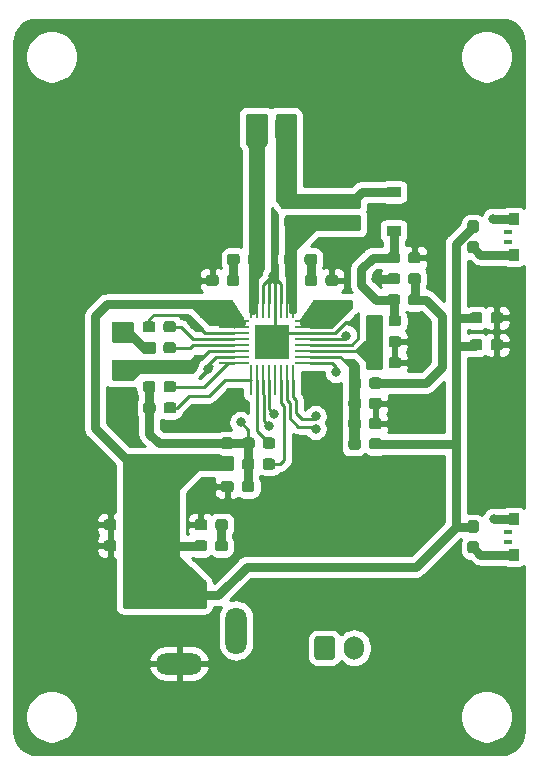
<source format=gbr>
G04 #@! TF.GenerationSoftware,KiCad,Pcbnew,(5.1.5)-2*
G04 #@! TF.CreationDate,2021-03-05T16:55:26-06:00*
G04 #@! TF.ProjectId,WirelessHeadsetPowerBoard,57697265-6c65-4737-9348-656164736574,rev?*
G04 #@! TF.SameCoordinates,Original*
G04 #@! TF.FileFunction,Copper,L1,Top*
G04 #@! TF.FilePolarity,Positive*
%FSLAX46Y46*%
G04 Gerber Fmt 4.6, Leading zero omitted, Abs format (unit mm)*
G04 Created by KiCad (PCBNEW (5.1.5)-2) date 2021-03-05 16:55:26*
%MOMM*%
%LPD*%
G04 APERTURE LIST*
%ADD10R,3.000000X3.000000*%
%ADD11R,0.260000X2.500000*%
%ADD12R,2.500000X0.260000*%
%ADD13R,1.800000X1.750000*%
%ADD14C,0.100000*%
%ADD15O,1.700000X2.000000*%
%ADD16R,4.400000X1.800000*%
%ADD17O,4.000000X1.800000*%
%ADD18O,1.800000X4.000000*%
%ADD19R,0.800000X0.400000*%
%ADD20R,0.900000X1.000000*%
%ADD21R,1.200000X0.900000*%
%ADD22C,0.800000*%
%ADD23C,0.250000*%
%ADD24C,0.762000*%
%ADD25C,0.254000*%
G04 APERTURE END LIST*
D10*
X149479000Y-135890000D03*
D11*
X147729000Y-132640000D03*
X148229000Y-132640000D03*
X148729000Y-132640000D03*
X149229000Y-132640000D03*
X149729000Y-132640000D03*
X150229000Y-132640000D03*
X150729000Y-132640000D03*
X151229000Y-132640000D03*
D12*
X152729000Y-134140000D03*
X152729000Y-134640000D03*
X152729000Y-135140000D03*
X152729000Y-135640000D03*
X152729000Y-136140000D03*
X152729000Y-136640000D03*
X152729000Y-137140000D03*
X152729000Y-137640000D03*
D11*
X151229000Y-139140000D03*
X150729000Y-139140000D03*
X150229000Y-139140000D03*
X149729000Y-139140000D03*
X149229000Y-139140000D03*
X148729000Y-139140000D03*
X148229000Y-139140000D03*
X147729000Y-139140000D03*
D12*
X146229000Y-134140000D03*
X146229000Y-134640000D03*
X146229000Y-135140000D03*
X146229000Y-135640000D03*
X146229000Y-136140000D03*
X146229000Y-136640000D03*
X146229000Y-137140000D03*
X146229000Y-137640000D03*
D13*
X136779000Y-138314500D03*
X136779000Y-135064500D03*
G04 #@! TA.AperFunction,SMDPad,CuDef*
D14*
G36*
X145521279Y-150910144D02*
G01*
X145544334Y-150913563D01*
X145566943Y-150919227D01*
X145588887Y-150927079D01*
X145609957Y-150937044D01*
X145629948Y-150949026D01*
X145648668Y-150962910D01*
X145665938Y-150978562D01*
X145681590Y-150995832D01*
X145695474Y-151014552D01*
X145707456Y-151034543D01*
X145717421Y-151055613D01*
X145725273Y-151077557D01*
X145730937Y-151100166D01*
X145734356Y-151123221D01*
X145735500Y-151146500D01*
X145735500Y-151621500D01*
X145734356Y-151644779D01*
X145730937Y-151667834D01*
X145725273Y-151690443D01*
X145717421Y-151712387D01*
X145707456Y-151733457D01*
X145695474Y-151753448D01*
X145681590Y-151772168D01*
X145665938Y-151789438D01*
X145648668Y-151805090D01*
X145629948Y-151818974D01*
X145609957Y-151830956D01*
X145588887Y-151840921D01*
X145566943Y-151848773D01*
X145544334Y-151854437D01*
X145521279Y-151857856D01*
X145498000Y-151859000D01*
X144923000Y-151859000D01*
X144899721Y-151857856D01*
X144876666Y-151854437D01*
X144854057Y-151848773D01*
X144832113Y-151840921D01*
X144811043Y-151830956D01*
X144791052Y-151818974D01*
X144772332Y-151805090D01*
X144755062Y-151789438D01*
X144739410Y-151772168D01*
X144725526Y-151753448D01*
X144713544Y-151733457D01*
X144703579Y-151712387D01*
X144695727Y-151690443D01*
X144690063Y-151667834D01*
X144686644Y-151644779D01*
X144685500Y-151621500D01*
X144685500Y-151146500D01*
X144686644Y-151123221D01*
X144690063Y-151100166D01*
X144695727Y-151077557D01*
X144703579Y-151055613D01*
X144713544Y-151034543D01*
X144725526Y-151014552D01*
X144739410Y-150995832D01*
X144755062Y-150978562D01*
X144772332Y-150962910D01*
X144791052Y-150949026D01*
X144811043Y-150937044D01*
X144832113Y-150927079D01*
X144854057Y-150919227D01*
X144876666Y-150913563D01*
X144899721Y-150910144D01*
X144923000Y-150909000D01*
X145498000Y-150909000D01*
X145521279Y-150910144D01*
G37*
G04 #@! TD.AperFunction*
G04 #@! TA.AperFunction,SMDPad,CuDef*
G36*
X143771279Y-150910144D02*
G01*
X143794334Y-150913563D01*
X143816943Y-150919227D01*
X143838887Y-150927079D01*
X143859957Y-150937044D01*
X143879948Y-150949026D01*
X143898668Y-150962910D01*
X143915938Y-150978562D01*
X143931590Y-150995832D01*
X143945474Y-151014552D01*
X143957456Y-151034543D01*
X143967421Y-151055613D01*
X143975273Y-151077557D01*
X143980937Y-151100166D01*
X143984356Y-151123221D01*
X143985500Y-151146500D01*
X143985500Y-151621500D01*
X143984356Y-151644779D01*
X143980937Y-151667834D01*
X143975273Y-151690443D01*
X143967421Y-151712387D01*
X143957456Y-151733457D01*
X143945474Y-151753448D01*
X143931590Y-151772168D01*
X143915938Y-151789438D01*
X143898668Y-151805090D01*
X143879948Y-151818974D01*
X143859957Y-151830956D01*
X143838887Y-151840921D01*
X143816943Y-151848773D01*
X143794334Y-151854437D01*
X143771279Y-151857856D01*
X143748000Y-151859000D01*
X143173000Y-151859000D01*
X143149721Y-151857856D01*
X143126666Y-151854437D01*
X143104057Y-151848773D01*
X143082113Y-151840921D01*
X143061043Y-151830956D01*
X143041052Y-151818974D01*
X143022332Y-151805090D01*
X143005062Y-151789438D01*
X142989410Y-151772168D01*
X142975526Y-151753448D01*
X142963544Y-151733457D01*
X142953579Y-151712387D01*
X142945727Y-151690443D01*
X142940063Y-151667834D01*
X142936644Y-151644779D01*
X142935500Y-151621500D01*
X142935500Y-151146500D01*
X142936644Y-151123221D01*
X142940063Y-151100166D01*
X142945727Y-151077557D01*
X142953579Y-151055613D01*
X142963544Y-151034543D01*
X142975526Y-151014552D01*
X142989410Y-150995832D01*
X143005062Y-150978562D01*
X143022332Y-150962910D01*
X143041052Y-150949026D01*
X143061043Y-150937044D01*
X143082113Y-150927079D01*
X143104057Y-150919227D01*
X143126666Y-150913563D01*
X143149721Y-150910144D01*
X143173000Y-150909000D01*
X143748000Y-150909000D01*
X143771279Y-150910144D01*
G37*
G04 #@! TD.AperFunction*
G04 #@! TA.AperFunction,SMDPad,CuDef*
G36*
X166757779Y-151001144D02*
G01*
X166780834Y-151004563D01*
X166803443Y-151010227D01*
X166825387Y-151018079D01*
X166846457Y-151028044D01*
X166866448Y-151040026D01*
X166885168Y-151053910D01*
X166902438Y-151069562D01*
X166918090Y-151086832D01*
X166931974Y-151105552D01*
X166943956Y-151125543D01*
X166953921Y-151146613D01*
X166961773Y-151168557D01*
X166967437Y-151191166D01*
X166970856Y-151214221D01*
X166972000Y-151237500D01*
X166972000Y-151812500D01*
X166970856Y-151835779D01*
X166967437Y-151858834D01*
X166961773Y-151881443D01*
X166953921Y-151903387D01*
X166943956Y-151924457D01*
X166931974Y-151944448D01*
X166918090Y-151963168D01*
X166902438Y-151980438D01*
X166885168Y-151996090D01*
X166866448Y-152009974D01*
X166846457Y-152021956D01*
X166825387Y-152031921D01*
X166803443Y-152039773D01*
X166780834Y-152045437D01*
X166757779Y-152048856D01*
X166734500Y-152050000D01*
X166259500Y-152050000D01*
X166236221Y-152048856D01*
X166213166Y-152045437D01*
X166190557Y-152039773D01*
X166168613Y-152031921D01*
X166147543Y-152021956D01*
X166127552Y-152009974D01*
X166108832Y-151996090D01*
X166091562Y-151980438D01*
X166075910Y-151963168D01*
X166062026Y-151944448D01*
X166050044Y-151924457D01*
X166040079Y-151903387D01*
X166032227Y-151881443D01*
X166026563Y-151858834D01*
X166023144Y-151835779D01*
X166022000Y-151812500D01*
X166022000Y-151237500D01*
X166023144Y-151214221D01*
X166026563Y-151191166D01*
X166032227Y-151168557D01*
X166040079Y-151146613D01*
X166050044Y-151125543D01*
X166062026Y-151105552D01*
X166075910Y-151086832D01*
X166091562Y-151069562D01*
X166108832Y-151053910D01*
X166127552Y-151040026D01*
X166147543Y-151028044D01*
X166168613Y-151018079D01*
X166190557Y-151010227D01*
X166213166Y-151004563D01*
X166236221Y-151001144D01*
X166259500Y-151000000D01*
X166734500Y-151000000D01*
X166757779Y-151001144D01*
G37*
G04 #@! TD.AperFunction*
G04 #@! TA.AperFunction,SMDPad,CuDef*
G36*
X166757779Y-152751144D02*
G01*
X166780834Y-152754563D01*
X166803443Y-152760227D01*
X166825387Y-152768079D01*
X166846457Y-152778044D01*
X166866448Y-152790026D01*
X166885168Y-152803910D01*
X166902438Y-152819562D01*
X166918090Y-152836832D01*
X166931974Y-152855552D01*
X166943956Y-152875543D01*
X166953921Y-152896613D01*
X166961773Y-152918557D01*
X166967437Y-152941166D01*
X166970856Y-152964221D01*
X166972000Y-152987500D01*
X166972000Y-153562500D01*
X166970856Y-153585779D01*
X166967437Y-153608834D01*
X166961773Y-153631443D01*
X166953921Y-153653387D01*
X166943956Y-153674457D01*
X166931974Y-153694448D01*
X166918090Y-153713168D01*
X166902438Y-153730438D01*
X166885168Y-153746090D01*
X166866448Y-153759974D01*
X166846457Y-153771956D01*
X166825387Y-153781921D01*
X166803443Y-153789773D01*
X166780834Y-153795437D01*
X166757779Y-153798856D01*
X166734500Y-153800000D01*
X166259500Y-153800000D01*
X166236221Y-153798856D01*
X166213166Y-153795437D01*
X166190557Y-153789773D01*
X166168613Y-153781921D01*
X166147543Y-153771956D01*
X166127552Y-153759974D01*
X166108832Y-153746090D01*
X166091562Y-153730438D01*
X166075910Y-153713168D01*
X166062026Y-153694448D01*
X166050044Y-153674457D01*
X166040079Y-153653387D01*
X166032227Y-153631443D01*
X166026563Y-153608834D01*
X166023144Y-153585779D01*
X166022000Y-153562500D01*
X166022000Y-152987500D01*
X166023144Y-152964221D01*
X166026563Y-152941166D01*
X166032227Y-152918557D01*
X166040079Y-152896613D01*
X166050044Y-152875543D01*
X166062026Y-152855552D01*
X166075910Y-152836832D01*
X166091562Y-152819562D01*
X166108832Y-152803910D01*
X166127552Y-152790026D01*
X166147543Y-152778044D01*
X166168613Y-152768079D01*
X166190557Y-152760227D01*
X166213166Y-152754563D01*
X166236221Y-152751144D01*
X166259500Y-152750000D01*
X166734500Y-152750000D01*
X166757779Y-152751144D01*
G37*
G04 #@! TD.AperFunction*
G04 #@! TA.AperFunction,SMDPad,CuDef*
G36*
X166757779Y-125601144D02*
G01*
X166780834Y-125604563D01*
X166803443Y-125610227D01*
X166825387Y-125618079D01*
X166846457Y-125628044D01*
X166866448Y-125640026D01*
X166885168Y-125653910D01*
X166902438Y-125669562D01*
X166918090Y-125686832D01*
X166931974Y-125705552D01*
X166943956Y-125725543D01*
X166953921Y-125746613D01*
X166961773Y-125768557D01*
X166967437Y-125791166D01*
X166970856Y-125814221D01*
X166972000Y-125837500D01*
X166972000Y-126412500D01*
X166970856Y-126435779D01*
X166967437Y-126458834D01*
X166961773Y-126481443D01*
X166953921Y-126503387D01*
X166943956Y-126524457D01*
X166931974Y-126544448D01*
X166918090Y-126563168D01*
X166902438Y-126580438D01*
X166885168Y-126596090D01*
X166866448Y-126609974D01*
X166846457Y-126621956D01*
X166825387Y-126631921D01*
X166803443Y-126639773D01*
X166780834Y-126645437D01*
X166757779Y-126648856D01*
X166734500Y-126650000D01*
X166259500Y-126650000D01*
X166236221Y-126648856D01*
X166213166Y-126645437D01*
X166190557Y-126639773D01*
X166168613Y-126631921D01*
X166147543Y-126621956D01*
X166127552Y-126609974D01*
X166108832Y-126596090D01*
X166091562Y-126580438D01*
X166075910Y-126563168D01*
X166062026Y-126544448D01*
X166050044Y-126524457D01*
X166040079Y-126503387D01*
X166032227Y-126481443D01*
X166026563Y-126458834D01*
X166023144Y-126435779D01*
X166022000Y-126412500D01*
X166022000Y-125837500D01*
X166023144Y-125814221D01*
X166026563Y-125791166D01*
X166032227Y-125768557D01*
X166040079Y-125746613D01*
X166050044Y-125725543D01*
X166062026Y-125705552D01*
X166075910Y-125686832D01*
X166091562Y-125669562D01*
X166108832Y-125653910D01*
X166127552Y-125640026D01*
X166147543Y-125628044D01*
X166168613Y-125618079D01*
X166190557Y-125610227D01*
X166213166Y-125604563D01*
X166236221Y-125601144D01*
X166259500Y-125600000D01*
X166734500Y-125600000D01*
X166757779Y-125601144D01*
G37*
G04 #@! TD.AperFunction*
G04 #@! TA.AperFunction,SMDPad,CuDef*
G36*
X166757779Y-127351144D02*
G01*
X166780834Y-127354563D01*
X166803443Y-127360227D01*
X166825387Y-127368079D01*
X166846457Y-127378044D01*
X166866448Y-127390026D01*
X166885168Y-127403910D01*
X166902438Y-127419562D01*
X166918090Y-127436832D01*
X166931974Y-127455552D01*
X166943956Y-127475543D01*
X166953921Y-127496613D01*
X166961773Y-127518557D01*
X166967437Y-127541166D01*
X166970856Y-127564221D01*
X166972000Y-127587500D01*
X166972000Y-128162500D01*
X166970856Y-128185779D01*
X166967437Y-128208834D01*
X166961773Y-128231443D01*
X166953921Y-128253387D01*
X166943956Y-128274457D01*
X166931974Y-128294448D01*
X166918090Y-128313168D01*
X166902438Y-128330438D01*
X166885168Y-128346090D01*
X166866448Y-128359974D01*
X166846457Y-128371956D01*
X166825387Y-128381921D01*
X166803443Y-128389773D01*
X166780834Y-128395437D01*
X166757779Y-128398856D01*
X166734500Y-128400000D01*
X166259500Y-128400000D01*
X166236221Y-128398856D01*
X166213166Y-128395437D01*
X166190557Y-128389773D01*
X166168613Y-128381921D01*
X166147543Y-128371956D01*
X166127552Y-128359974D01*
X166108832Y-128346090D01*
X166091562Y-128330438D01*
X166075910Y-128313168D01*
X166062026Y-128294448D01*
X166050044Y-128274457D01*
X166040079Y-128253387D01*
X166032227Y-128231443D01*
X166026563Y-128208834D01*
X166023144Y-128185779D01*
X166022000Y-128162500D01*
X166022000Y-127587500D01*
X166023144Y-127564221D01*
X166026563Y-127541166D01*
X166032227Y-127518557D01*
X166040079Y-127496613D01*
X166050044Y-127475543D01*
X166062026Y-127455552D01*
X166075910Y-127436832D01*
X166091562Y-127419562D01*
X166108832Y-127403910D01*
X166127552Y-127390026D01*
X166147543Y-127378044D01*
X166168613Y-127368079D01*
X166190557Y-127360227D01*
X166213166Y-127354563D01*
X166236221Y-127351144D01*
X166259500Y-127350000D01*
X166734500Y-127350000D01*
X166757779Y-127351144D01*
G37*
G04 #@! TD.AperFunction*
G04 #@! TA.AperFunction,SMDPad,CuDef*
G36*
X158538779Y-140623144D02*
G01*
X158561834Y-140626563D01*
X158584443Y-140632227D01*
X158606387Y-140640079D01*
X158627457Y-140650044D01*
X158647448Y-140662026D01*
X158666168Y-140675910D01*
X158683438Y-140691562D01*
X158699090Y-140708832D01*
X158712974Y-140727552D01*
X158724956Y-140747543D01*
X158734921Y-140768613D01*
X158742773Y-140790557D01*
X158748437Y-140813166D01*
X158751856Y-140836221D01*
X158753000Y-140859500D01*
X158753000Y-141334500D01*
X158751856Y-141357779D01*
X158748437Y-141380834D01*
X158742773Y-141403443D01*
X158734921Y-141425387D01*
X158724956Y-141446457D01*
X158712974Y-141466448D01*
X158699090Y-141485168D01*
X158683438Y-141502438D01*
X158666168Y-141518090D01*
X158647448Y-141531974D01*
X158627457Y-141543956D01*
X158606387Y-141553921D01*
X158584443Y-141561773D01*
X158561834Y-141567437D01*
X158538779Y-141570856D01*
X158515500Y-141572000D01*
X157940500Y-141572000D01*
X157917221Y-141570856D01*
X157894166Y-141567437D01*
X157871557Y-141561773D01*
X157849613Y-141553921D01*
X157828543Y-141543956D01*
X157808552Y-141531974D01*
X157789832Y-141518090D01*
X157772562Y-141502438D01*
X157756910Y-141485168D01*
X157743026Y-141466448D01*
X157731044Y-141446457D01*
X157721079Y-141425387D01*
X157713227Y-141403443D01*
X157707563Y-141380834D01*
X157704144Y-141357779D01*
X157703000Y-141334500D01*
X157703000Y-140859500D01*
X157704144Y-140836221D01*
X157707563Y-140813166D01*
X157713227Y-140790557D01*
X157721079Y-140768613D01*
X157731044Y-140747543D01*
X157743026Y-140727552D01*
X157756910Y-140708832D01*
X157772562Y-140691562D01*
X157789832Y-140675910D01*
X157808552Y-140662026D01*
X157828543Y-140650044D01*
X157849613Y-140640079D01*
X157871557Y-140632227D01*
X157894166Y-140626563D01*
X157917221Y-140623144D01*
X157940500Y-140622000D01*
X158515500Y-140622000D01*
X158538779Y-140623144D01*
G37*
G04 #@! TD.AperFunction*
G04 #@! TA.AperFunction,SMDPad,CuDef*
G36*
X156788779Y-140623144D02*
G01*
X156811834Y-140626563D01*
X156834443Y-140632227D01*
X156856387Y-140640079D01*
X156877457Y-140650044D01*
X156897448Y-140662026D01*
X156916168Y-140675910D01*
X156933438Y-140691562D01*
X156949090Y-140708832D01*
X156962974Y-140727552D01*
X156974956Y-140747543D01*
X156984921Y-140768613D01*
X156992773Y-140790557D01*
X156998437Y-140813166D01*
X157001856Y-140836221D01*
X157003000Y-140859500D01*
X157003000Y-141334500D01*
X157001856Y-141357779D01*
X156998437Y-141380834D01*
X156992773Y-141403443D01*
X156984921Y-141425387D01*
X156974956Y-141446457D01*
X156962974Y-141466448D01*
X156949090Y-141485168D01*
X156933438Y-141502438D01*
X156916168Y-141518090D01*
X156897448Y-141531974D01*
X156877457Y-141543956D01*
X156856387Y-141553921D01*
X156834443Y-141561773D01*
X156811834Y-141567437D01*
X156788779Y-141570856D01*
X156765500Y-141572000D01*
X156190500Y-141572000D01*
X156167221Y-141570856D01*
X156144166Y-141567437D01*
X156121557Y-141561773D01*
X156099613Y-141553921D01*
X156078543Y-141543956D01*
X156058552Y-141531974D01*
X156039832Y-141518090D01*
X156022562Y-141502438D01*
X156006910Y-141485168D01*
X155993026Y-141466448D01*
X155981044Y-141446457D01*
X155971079Y-141425387D01*
X155963227Y-141403443D01*
X155957563Y-141380834D01*
X155954144Y-141357779D01*
X155953000Y-141334500D01*
X155953000Y-140859500D01*
X155954144Y-140836221D01*
X155957563Y-140813166D01*
X155963227Y-140790557D01*
X155971079Y-140768613D01*
X155981044Y-140747543D01*
X155993026Y-140727552D01*
X156006910Y-140708832D01*
X156022562Y-140691562D01*
X156039832Y-140675910D01*
X156058552Y-140662026D01*
X156078543Y-140650044D01*
X156099613Y-140640079D01*
X156121557Y-140632227D01*
X156144166Y-140626563D01*
X156167221Y-140623144D01*
X156190500Y-140622000D01*
X156765500Y-140622000D01*
X156788779Y-140623144D01*
G37*
G04 #@! TD.AperFunction*
G04 #@! TA.AperFunction,SMDPad,CuDef*
G36*
X141139779Y-139226144D02*
G01*
X141162834Y-139229563D01*
X141185443Y-139235227D01*
X141207387Y-139243079D01*
X141228457Y-139253044D01*
X141248448Y-139265026D01*
X141267168Y-139278910D01*
X141284438Y-139294562D01*
X141300090Y-139311832D01*
X141313974Y-139330552D01*
X141325956Y-139350543D01*
X141335921Y-139371613D01*
X141343773Y-139393557D01*
X141349437Y-139416166D01*
X141352856Y-139439221D01*
X141354000Y-139462500D01*
X141354000Y-139937500D01*
X141352856Y-139960779D01*
X141349437Y-139983834D01*
X141343773Y-140006443D01*
X141335921Y-140028387D01*
X141325956Y-140049457D01*
X141313974Y-140069448D01*
X141300090Y-140088168D01*
X141284438Y-140105438D01*
X141267168Y-140121090D01*
X141248448Y-140134974D01*
X141228457Y-140146956D01*
X141207387Y-140156921D01*
X141185443Y-140164773D01*
X141162834Y-140170437D01*
X141139779Y-140173856D01*
X141116500Y-140175000D01*
X140541500Y-140175000D01*
X140518221Y-140173856D01*
X140495166Y-140170437D01*
X140472557Y-140164773D01*
X140450613Y-140156921D01*
X140429543Y-140146956D01*
X140409552Y-140134974D01*
X140390832Y-140121090D01*
X140373562Y-140105438D01*
X140357910Y-140088168D01*
X140344026Y-140069448D01*
X140332044Y-140049457D01*
X140322079Y-140028387D01*
X140314227Y-140006443D01*
X140308563Y-139983834D01*
X140305144Y-139960779D01*
X140304000Y-139937500D01*
X140304000Y-139462500D01*
X140305144Y-139439221D01*
X140308563Y-139416166D01*
X140314227Y-139393557D01*
X140322079Y-139371613D01*
X140332044Y-139350543D01*
X140344026Y-139330552D01*
X140357910Y-139311832D01*
X140373562Y-139294562D01*
X140390832Y-139278910D01*
X140409552Y-139265026D01*
X140429543Y-139253044D01*
X140450613Y-139243079D01*
X140472557Y-139235227D01*
X140495166Y-139229563D01*
X140518221Y-139226144D01*
X140541500Y-139225000D01*
X141116500Y-139225000D01*
X141139779Y-139226144D01*
G37*
G04 #@! TD.AperFunction*
G04 #@! TA.AperFunction,SMDPad,CuDef*
G36*
X139389779Y-139226144D02*
G01*
X139412834Y-139229563D01*
X139435443Y-139235227D01*
X139457387Y-139243079D01*
X139478457Y-139253044D01*
X139498448Y-139265026D01*
X139517168Y-139278910D01*
X139534438Y-139294562D01*
X139550090Y-139311832D01*
X139563974Y-139330552D01*
X139575956Y-139350543D01*
X139585921Y-139371613D01*
X139593773Y-139393557D01*
X139599437Y-139416166D01*
X139602856Y-139439221D01*
X139604000Y-139462500D01*
X139604000Y-139937500D01*
X139602856Y-139960779D01*
X139599437Y-139983834D01*
X139593773Y-140006443D01*
X139585921Y-140028387D01*
X139575956Y-140049457D01*
X139563974Y-140069448D01*
X139550090Y-140088168D01*
X139534438Y-140105438D01*
X139517168Y-140121090D01*
X139498448Y-140134974D01*
X139478457Y-140146956D01*
X139457387Y-140156921D01*
X139435443Y-140164773D01*
X139412834Y-140170437D01*
X139389779Y-140173856D01*
X139366500Y-140175000D01*
X138791500Y-140175000D01*
X138768221Y-140173856D01*
X138745166Y-140170437D01*
X138722557Y-140164773D01*
X138700613Y-140156921D01*
X138679543Y-140146956D01*
X138659552Y-140134974D01*
X138640832Y-140121090D01*
X138623562Y-140105438D01*
X138607910Y-140088168D01*
X138594026Y-140069448D01*
X138582044Y-140049457D01*
X138572079Y-140028387D01*
X138564227Y-140006443D01*
X138558563Y-139983834D01*
X138555144Y-139960779D01*
X138554000Y-139937500D01*
X138554000Y-139462500D01*
X138555144Y-139439221D01*
X138558563Y-139416166D01*
X138564227Y-139393557D01*
X138572079Y-139371613D01*
X138582044Y-139350543D01*
X138594026Y-139330552D01*
X138607910Y-139311832D01*
X138623562Y-139294562D01*
X138640832Y-139278910D01*
X138659552Y-139265026D01*
X138679543Y-139253044D01*
X138700613Y-139243079D01*
X138722557Y-139235227D01*
X138745166Y-139229563D01*
X138768221Y-139226144D01*
X138791500Y-139225000D01*
X139366500Y-139225000D01*
X139389779Y-139226144D01*
G37*
G04 #@! TD.AperFunction*
G04 #@! TA.AperFunction,SMDPad,CuDef*
G36*
X141153779Y-141004144D02*
G01*
X141176834Y-141007563D01*
X141199443Y-141013227D01*
X141221387Y-141021079D01*
X141242457Y-141031044D01*
X141262448Y-141043026D01*
X141281168Y-141056910D01*
X141298438Y-141072562D01*
X141314090Y-141089832D01*
X141327974Y-141108552D01*
X141339956Y-141128543D01*
X141349921Y-141149613D01*
X141357773Y-141171557D01*
X141363437Y-141194166D01*
X141366856Y-141217221D01*
X141368000Y-141240500D01*
X141368000Y-141715500D01*
X141366856Y-141738779D01*
X141363437Y-141761834D01*
X141357773Y-141784443D01*
X141349921Y-141806387D01*
X141339956Y-141827457D01*
X141327974Y-141847448D01*
X141314090Y-141866168D01*
X141298438Y-141883438D01*
X141281168Y-141899090D01*
X141262448Y-141912974D01*
X141242457Y-141924956D01*
X141221387Y-141934921D01*
X141199443Y-141942773D01*
X141176834Y-141948437D01*
X141153779Y-141951856D01*
X141130500Y-141953000D01*
X140555500Y-141953000D01*
X140532221Y-141951856D01*
X140509166Y-141948437D01*
X140486557Y-141942773D01*
X140464613Y-141934921D01*
X140443543Y-141924956D01*
X140423552Y-141912974D01*
X140404832Y-141899090D01*
X140387562Y-141883438D01*
X140371910Y-141866168D01*
X140358026Y-141847448D01*
X140346044Y-141827457D01*
X140336079Y-141806387D01*
X140328227Y-141784443D01*
X140322563Y-141761834D01*
X140319144Y-141738779D01*
X140318000Y-141715500D01*
X140318000Y-141240500D01*
X140319144Y-141217221D01*
X140322563Y-141194166D01*
X140328227Y-141171557D01*
X140336079Y-141149613D01*
X140346044Y-141128543D01*
X140358026Y-141108552D01*
X140371910Y-141089832D01*
X140387562Y-141072562D01*
X140404832Y-141056910D01*
X140423552Y-141043026D01*
X140443543Y-141031044D01*
X140464613Y-141021079D01*
X140486557Y-141013227D01*
X140509166Y-141007563D01*
X140532221Y-141004144D01*
X140555500Y-141003000D01*
X141130500Y-141003000D01*
X141153779Y-141004144D01*
G37*
G04 #@! TD.AperFunction*
G04 #@! TA.AperFunction,SMDPad,CuDef*
G36*
X139403779Y-141004144D02*
G01*
X139426834Y-141007563D01*
X139449443Y-141013227D01*
X139471387Y-141021079D01*
X139492457Y-141031044D01*
X139512448Y-141043026D01*
X139531168Y-141056910D01*
X139548438Y-141072562D01*
X139564090Y-141089832D01*
X139577974Y-141108552D01*
X139589956Y-141128543D01*
X139599921Y-141149613D01*
X139607773Y-141171557D01*
X139613437Y-141194166D01*
X139616856Y-141217221D01*
X139618000Y-141240500D01*
X139618000Y-141715500D01*
X139616856Y-141738779D01*
X139613437Y-141761834D01*
X139607773Y-141784443D01*
X139599921Y-141806387D01*
X139589956Y-141827457D01*
X139577974Y-141847448D01*
X139564090Y-141866168D01*
X139548438Y-141883438D01*
X139531168Y-141899090D01*
X139512448Y-141912974D01*
X139492457Y-141924956D01*
X139471387Y-141934921D01*
X139449443Y-141942773D01*
X139426834Y-141948437D01*
X139403779Y-141951856D01*
X139380500Y-141953000D01*
X138805500Y-141953000D01*
X138782221Y-141951856D01*
X138759166Y-141948437D01*
X138736557Y-141942773D01*
X138714613Y-141934921D01*
X138693543Y-141924956D01*
X138673552Y-141912974D01*
X138654832Y-141899090D01*
X138637562Y-141883438D01*
X138621910Y-141866168D01*
X138608026Y-141847448D01*
X138596044Y-141827457D01*
X138586079Y-141806387D01*
X138578227Y-141784443D01*
X138572563Y-141761834D01*
X138569144Y-141738779D01*
X138568000Y-141715500D01*
X138568000Y-141240500D01*
X138569144Y-141217221D01*
X138572563Y-141194166D01*
X138578227Y-141171557D01*
X138586079Y-141149613D01*
X138596044Y-141128543D01*
X138608026Y-141108552D01*
X138621910Y-141089832D01*
X138637562Y-141072562D01*
X138654832Y-141056910D01*
X138673552Y-141043026D01*
X138693543Y-141031044D01*
X138714613Y-141021079D01*
X138736557Y-141013227D01*
X138759166Y-141007563D01*
X138782221Y-141004144D01*
X138805500Y-141003000D01*
X139380500Y-141003000D01*
X139403779Y-141004144D01*
G37*
G04 #@! TD.AperFunction*
G04 #@! TA.AperFunction,SMDPad,CuDef*
G36*
X149535779Y-143988644D02*
G01*
X149558834Y-143992063D01*
X149581443Y-143997727D01*
X149603387Y-144005579D01*
X149624457Y-144015544D01*
X149644448Y-144027526D01*
X149663168Y-144041410D01*
X149680438Y-144057062D01*
X149696090Y-144074332D01*
X149709974Y-144093052D01*
X149721956Y-144113043D01*
X149731921Y-144134113D01*
X149739773Y-144156057D01*
X149745437Y-144178666D01*
X149748856Y-144201721D01*
X149750000Y-144225000D01*
X149750000Y-144700000D01*
X149748856Y-144723279D01*
X149745437Y-144746334D01*
X149739773Y-144768943D01*
X149731921Y-144790887D01*
X149721956Y-144811957D01*
X149709974Y-144831948D01*
X149696090Y-144850668D01*
X149680438Y-144867938D01*
X149663168Y-144883590D01*
X149644448Y-144897474D01*
X149624457Y-144909456D01*
X149603387Y-144919421D01*
X149581443Y-144927273D01*
X149558834Y-144932937D01*
X149535779Y-144936356D01*
X149512500Y-144937500D01*
X148937500Y-144937500D01*
X148914221Y-144936356D01*
X148891166Y-144932937D01*
X148868557Y-144927273D01*
X148846613Y-144919421D01*
X148825543Y-144909456D01*
X148805552Y-144897474D01*
X148786832Y-144883590D01*
X148769562Y-144867938D01*
X148753910Y-144850668D01*
X148740026Y-144831948D01*
X148728044Y-144811957D01*
X148718079Y-144790887D01*
X148710227Y-144768943D01*
X148704563Y-144746334D01*
X148701144Y-144723279D01*
X148700000Y-144700000D01*
X148700000Y-144225000D01*
X148701144Y-144201721D01*
X148704563Y-144178666D01*
X148710227Y-144156057D01*
X148718079Y-144134113D01*
X148728044Y-144113043D01*
X148740026Y-144093052D01*
X148753910Y-144074332D01*
X148769562Y-144057062D01*
X148786832Y-144041410D01*
X148805552Y-144027526D01*
X148825543Y-144015544D01*
X148846613Y-144005579D01*
X148868557Y-143997727D01*
X148891166Y-143992063D01*
X148914221Y-143988644D01*
X148937500Y-143987500D01*
X149512500Y-143987500D01*
X149535779Y-143988644D01*
G37*
G04 #@! TD.AperFunction*
G04 #@! TA.AperFunction,SMDPad,CuDef*
G36*
X147785779Y-143988644D02*
G01*
X147808834Y-143992063D01*
X147831443Y-143997727D01*
X147853387Y-144005579D01*
X147874457Y-144015544D01*
X147894448Y-144027526D01*
X147913168Y-144041410D01*
X147930438Y-144057062D01*
X147946090Y-144074332D01*
X147959974Y-144093052D01*
X147971956Y-144113043D01*
X147981921Y-144134113D01*
X147989773Y-144156057D01*
X147995437Y-144178666D01*
X147998856Y-144201721D01*
X148000000Y-144225000D01*
X148000000Y-144700000D01*
X147998856Y-144723279D01*
X147995437Y-144746334D01*
X147989773Y-144768943D01*
X147981921Y-144790887D01*
X147971956Y-144811957D01*
X147959974Y-144831948D01*
X147946090Y-144850668D01*
X147930438Y-144867938D01*
X147913168Y-144883590D01*
X147894448Y-144897474D01*
X147874457Y-144909456D01*
X147853387Y-144919421D01*
X147831443Y-144927273D01*
X147808834Y-144932937D01*
X147785779Y-144936356D01*
X147762500Y-144937500D01*
X147187500Y-144937500D01*
X147164221Y-144936356D01*
X147141166Y-144932937D01*
X147118557Y-144927273D01*
X147096613Y-144919421D01*
X147075543Y-144909456D01*
X147055552Y-144897474D01*
X147036832Y-144883590D01*
X147019562Y-144867938D01*
X147003910Y-144850668D01*
X146990026Y-144831948D01*
X146978044Y-144811957D01*
X146968079Y-144790887D01*
X146960227Y-144768943D01*
X146954563Y-144746334D01*
X146951144Y-144723279D01*
X146950000Y-144700000D01*
X146950000Y-144225000D01*
X146951144Y-144201721D01*
X146954563Y-144178666D01*
X146960227Y-144156057D01*
X146968079Y-144134113D01*
X146978044Y-144113043D01*
X146990026Y-144093052D01*
X147003910Y-144074332D01*
X147019562Y-144057062D01*
X147036832Y-144041410D01*
X147055552Y-144027526D01*
X147075543Y-144015544D01*
X147096613Y-144005579D01*
X147118557Y-143997727D01*
X147141166Y-143992063D01*
X147164221Y-143988644D01*
X147187500Y-143987500D01*
X147762500Y-143987500D01*
X147785779Y-143988644D01*
G37*
G04 #@! TD.AperFunction*
G04 #@! TA.AperFunction,SMDPad,CuDef*
G36*
X156788779Y-144052144D02*
G01*
X156811834Y-144055563D01*
X156834443Y-144061227D01*
X156856387Y-144069079D01*
X156877457Y-144079044D01*
X156897448Y-144091026D01*
X156916168Y-144104910D01*
X156933438Y-144120562D01*
X156949090Y-144137832D01*
X156962974Y-144156552D01*
X156974956Y-144176543D01*
X156984921Y-144197613D01*
X156992773Y-144219557D01*
X156998437Y-144242166D01*
X157001856Y-144265221D01*
X157003000Y-144288500D01*
X157003000Y-144763500D01*
X157001856Y-144786779D01*
X156998437Y-144809834D01*
X156992773Y-144832443D01*
X156984921Y-144854387D01*
X156974956Y-144875457D01*
X156962974Y-144895448D01*
X156949090Y-144914168D01*
X156933438Y-144931438D01*
X156916168Y-144947090D01*
X156897448Y-144960974D01*
X156877457Y-144972956D01*
X156856387Y-144982921D01*
X156834443Y-144990773D01*
X156811834Y-144996437D01*
X156788779Y-144999856D01*
X156765500Y-145001000D01*
X156190500Y-145001000D01*
X156167221Y-144999856D01*
X156144166Y-144996437D01*
X156121557Y-144990773D01*
X156099613Y-144982921D01*
X156078543Y-144972956D01*
X156058552Y-144960974D01*
X156039832Y-144947090D01*
X156022562Y-144931438D01*
X156006910Y-144914168D01*
X155993026Y-144895448D01*
X155981044Y-144875457D01*
X155971079Y-144854387D01*
X155963227Y-144832443D01*
X155957563Y-144809834D01*
X155954144Y-144786779D01*
X155953000Y-144763500D01*
X155953000Y-144288500D01*
X155954144Y-144265221D01*
X155957563Y-144242166D01*
X155963227Y-144219557D01*
X155971079Y-144197613D01*
X155981044Y-144176543D01*
X155993026Y-144156552D01*
X156006910Y-144137832D01*
X156022562Y-144120562D01*
X156039832Y-144104910D01*
X156058552Y-144091026D01*
X156078543Y-144079044D01*
X156099613Y-144069079D01*
X156121557Y-144061227D01*
X156144166Y-144055563D01*
X156167221Y-144052144D01*
X156190500Y-144051000D01*
X156765500Y-144051000D01*
X156788779Y-144052144D01*
G37*
G04 #@! TD.AperFunction*
G04 #@! TA.AperFunction,SMDPad,CuDef*
G36*
X158538779Y-144052144D02*
G01*
X158561834Y-144055563D01*
X158584443Y-144061227D01*
X158606387Y-144069079D01*
X158627457Y-144079044D01*
X158647448Y-144091026D01*
X158666168Y-144104910D01*
X158683438Y-144120562D01*
X158699090Y-144137832D01*
X158712974Y-144156552D01*
X158724956Y-144176543D01*
X158734921Y-144197613D01*
X158742773Y-144219557D01*
X158748437Y-144242166D01*
X158751856Y-144265221D01*
X158753000Y-144288500D01*
X158753000Y-144763500D01*
X158751856Y-144786779D01*
X158748437Y-144809834D01*
X158742773Y-144832443D01*
X158734921Y-144854387D01*
X158724956Y-144875457D01*
X158712974Y-144895448D01*
X158699090Y-144914168D01*
X158683438Y-144931438D01*
X158666168Y-144947090D01*
X158647448Y-144960974D01*
X158627457Y-144972956D01*
X158606387Y-144982921D01*
X158584443Y-144990773D01*
X158561834Y-144996437D01*
X158538779Y-144999856D01*
X158515500Y-145001000D01*
X157940500Y-145001000D01*
X157917221Y-144999856D01*
X157894166Y-144996437D01*
X157871557Y-144990773D01*
X157849613Y-144982921D01*
X157828543Y-144972956D01*
X157808552Y-144960974D01*
X157789832Y-144947090D01*
X157772562Y-144931438D01*
X157756910Y-144914168D01*
X157743026Y-144895448D01*
X157731044Y-144875457D01*
X157721079Y-144854387D01*
X157713227Y-144832443D01*
X157707563Y-144809834D01*
X157704144Y-144786779D01*
X157703000Y-144763500D01*
X157703000Y-144288500D01*
X157704144Y-144265221D01*
X157707563Y-144242166D01*
X157713227Y-144219557D01*
X157721079Y-144197613D01*
X157731044Y-144176543D01*
X157743026Y-144156552D01*
X157756910Y-144137832D01*
X157772562Y-144120562D01*
X157789832Y-144104910D01*
X157808552Y-144091026D01*
X157828543Y-144079044D01*
X157849613Y-144069079D01*
X157871557Y-144061227D01*
X157894166Y-144055563D01*
X157917221Y-144052144D01*
X157940500Y-144051000D01*
X158515500Y-144051000D01*
X158538779Y-144052144D01*
G37*
G04 #@! TD.AperFunction*
G04 #@! TA.AperFunction,SMDPad,CuDef*
G36*
X149521779Y-145766644D02*
G01*
X149544834Y-145770063D01*
X149567443Y-145775727D01*
X149589387Y-145783579D01*
X149610457Y-145793544D01*
X149630448Y-145805526D01*
X149649168Y-145819410D01*
X149666438Y-145835062D01*
X149682090Y-145852332D01*
X149695974Y-145871052D01*
X149707956Y-145891043D01*
X149717921Y-145912113D01*
X149725773Y-145934057D01*
X149731437Y-145956666D01*
X149734856Y-145979721D01*
X149736000Y-146003000D01*
X149736000Y-146478000D01*
X149734856Y-146501279D01*
X149731437Y-146524334D01*
X149725773Y-146546943D01*
X149717921Y-146568887D01*
X149707956Y-146589957D01*
X149695974Y-146609948D01*
X149682090Y-146628668D01*
X149666438Y-146645938D01*
X149649168Y-146661590D01*
X149630448Y-146675474D01*
X149610457Y-146687456D01*
X149589387Y-146697421D01*
X149567443Y-146705273D01*
X149544834Y-146710937D01*
X149521779Y-146714356D01*
X149498500Y-146715500D01*
X148923500Y-146715500D01*
X148900221Y-146714356D01*
X148877166Y-146710937D01*
X148854557Y-146705273D01*
X148832613Y-146697421D01*
X148811543Y-146687456D01*
X148791552Y-146675474D01*
X148772832Y-146661590D01*
X148755562Y-146645938D01*
X148739910Y-146628668D01*
X148726026Y-146609948D01*
X148714044Y-146589957D01*
X148704079Y-146568887D01*
X148696227Y-146546943D01*
X148690563Y-146524334D01*
X148687144Y-146501279D01*
X148686000Y-146478000D01*
X148686000Y-146003000D01*
X148687144Y-145979721D01*
X148690563Y-145956666D01*
X148696227Y-145934057D01*
X148704079Y-145912113D01*
X148714044Y-145891043D01*
X148726026Y-145871052D01*
X148739910Y-145852332D01*
X148755562Y-145835062D01*
X148772832Y-145819410D01*
X148791552Y-145805526D01*
X148811543Y-145793544D01*
X148832613Y-145783579D01*
X148854557Y-145775727D01*
X148877166Y-145770063D01*
X148900221Y-145766644D01*
X148923500Y-145765500D01*
X149498500Y-145765500D01*
X149521779Y-145766644D01*
G37*
G04 #@! TD.AperFunction*
G04 #@! TA.AperFunction,SMDPad,CuDef*
G36*
X147771779Y-145766644D02*
G01*
X147794834Y-145770063D01*
X147817443Y-145775727D01*
X147839387Y-145783579D01*
X147860457Y-145793544D01*
X147880448Y-145805526D01*
X147899168Y-145819410D01*
X147916438Y-145835062D01*
X147932090Y-145852332D01*
X147945974Y-145871052D01*
X147957956Y-145891043D01*
X147967921Y-145912113D01*
X147975773Y-145934057D01*
X147981437Y-145956666D01*
X147984856Y-145979721D01*
X147986000Y-146003000D01*
X147986000Y-146478000D01*
X147984856Y-146501279D01*
X147981437Y-146524334D01*
X147975773Y-146546943D01*
X147967921Y-146568887D01*
X147957956Y-146589957D01*
X147945974Y-146609948D01*
X147932090Y-146628668D01*
X147916438Y-146645938D01*
X147899168Y-146661590D01*
X147880448Y-146675474D01*
X147860457Y-146687456D01*
X147839387Y-146697421D01*
X147817443Y-146705273D01*
X147794834Y-146710937D01*
X147771779Y-146714356D01*
X147748500Y-146715500D01*
X147173500Y-146715500D01*
X147150221Y-146714356D01*
X147127166Y-146710937D01*
X147104557Y-146705273D01*
X147082613Y-146697421D01*
X147061543Y-146687456D01*
X147041552Y-146675474D01*
X147022832Y-146661590D01*
X147005562Y-146645938D01*
X146989910Y-146628668D01*
X146976026Y-146609948D01*
X146964044Y-146589957D01*
X146954079Y-146568887D01*
X146946227Y-146546943D01*
X146940563Y-146524334D01*
X146937144Y-146501279D01*
X146936000Y-146478000D01*
X146936000Y-146003000D01*
X146937144Y-145979721D01*
X146940563Y-145956666D01*
X146946227Y-145934057D01*
X146954079Y-145912113D01*
X146964044Y-145891043D01*
X146976026Y-145871052D01*
X146989910Y-145852332D01*
X147005562Y-145835062D01*
X147022832Y-145819410D01*
X147041552Y-145805526D01*
X147061543Y-145793544D01*
X147082613Y-145783579D01*
X147104557Y-145775727D01*
X147127166Y-145770063D01*
X147150221Y-145766644D01*
X147173500Y-145765500D01*
X147748500Y-145765500D01*
X147771779Y-145766644D01*
G37*
G04 #@! TD.AperFunction*
G04 #@! TA.AperFunction,SMDPad,CuDef*
G36*
X145929779Y-143952644D02*
G01*
X145952834Y-143956063D01*
X145975443Y-143961727D01*
X145997387Y-143969579D01*
X146018457Y-143979544D01*
X146038448Y-143991526D01*
X146057168Y-144005410D01*
X146074438Y-144021062D01*
X146090090Y-144038332D01*
X146103974Y-144057052D01*
X146115956Y-144077043D01*
X146125921Y-144098113D01*
X146133773Y-144120057D01*
X146139437Y-144142666D01*
X146142856Y-144165721D01*
X146144000Y-144189000D01*
X146144000Y-144764000D01*
X146142856Y-144787279D01*
X146139437Y-144810334D01*
X146133773Y-144832943D01*
X146125921Y-144854887D01*
X146115956Y-144875957D01*
X146103974Y-144895948D01*
X146090090Y-144914668D01*
X146074438Y-144931938D01*
X146057168Y-144947590D01*
X146038448Y-144961474D01*
X146018457Y-144973456D01*
X145997387Y-144983421D01*
X145975443Y-144991273D01*
X145952834Y-144996937D01*
X145929779Y-145000356D01*
X145906500Y-145001500D01*
X145431500Y-145001500D01*
X145408221Y-145000356D01*
X145385166Y-144996937D01*
X145362557Y-144991273D01*
X145340613Y-144983421D01*
X145319543Y-144973456D01*
X145299552Y-144961474D01*
X145280832Y-144947590D01*
X145263562Y-144931938D01*
X145247910Y-144914668D01*
X145234026Y-144895948D01*
X145222044Y-144875957D01*
X145212079Y-144854887D01*
X145204227Y-144832943D01*
X145198563Y-144810334D01*
X145195144Y-144787279D01*
X145194000Y-144764000D01*
X145194000Y-144189000D01*
X145195144Y-144165721D01*
X145198563Y-144142666D01*
X145204227Y-144120057D01*
X145212079Y-144098113D01*
X145222044Y-144077043D01*
X145234026Y-144057052D01*
X145247910Y-144038332D01*
X145263562Y-144021062D01*
X145280832Y-144005410D01*
X145299552Y-143991526D01*
X145319543Y-143979544D01*
X145340613Y-143969579D01*
X145362557Y-143961727D01*
X145385166Y-143956063D01*
X145408221Y-143952644D01*
X145431500Y-143951500D01*
X145906500Y-143951500D01*
X145929779Y-143952644D01*
G37*
G04 #@! TD.AperFunction*
G04 #@! TA.AperFunction,SMDPad,CuDef*
G36*
X145929779Y-145702644D02*
G01*
X145952834Y-145706063D01*
X145975443Y-145711727D01*
X145997387Y-145719579D01*
X146018457Y-145729544D01*
X146038448Y-145741526D01*
X146057168Y-145755410D01*
X146074438Y-145771062D01*
X146090090Y-145788332D01*
X146103974Y-145807052D01*
X146115956Y-145827043D01*
X146125921Y-145848113D01*
X146133773Y-145870057D01*
X146139437Y-145892666D01*
X146142856Y-145915721D01*
X146144000Y-145939000D01*
X146144000Y-146514000D01*
X146142856Y-146537279D01*
X146139437Y-146560334D01*
X146133773Y-146582943D01*
X146125921Y-146604887D01*
X146115956Y-146625957D01*
X146103974Y-146645948D01*
X146090090Y-146664668D01*
X146074438Y-146681938D01*
X146057168Y-146697590D01*
X146038448Y-146711474D01*
X146018457Y-146723456D01*
X145997387Y-146733421D01*
X145975443Y-146741273D01*
X145952834Y-146746937D01*
X145929779Y-146750356D01*
X145906500Y-146751500D01*
X145431500Y-146751500D01*
X145408221Y-146750356D01*
X145385166Y-146746937D01*
X145362557Y-146741273D01*
X145340613Y-146733421D01*
X145319543Y-146723456D01*
X145299552Y-146711474D01*
X145280832Y-146697590D01*
X145263562Y-146681938D01*
X145247910Y-146664668D01*
X145234026Y-146645948D01*
X145222044Y-146625957D01*
X145212079Y-146604887D01*
X145204227Y-146582943D01*
X145198563Y-146560334D01*
X145195144Y-146537279D01*
X145194000Y-146514000D01*
X145194000Y-145939000D01*
X145195144Y-145915721D01*
X145198563Y-145892666D01*
X145204227Y-145870057D01*
X145212079Y-145848113D01*
X145222044Y-145827043D01*
X145234026Y-145807052D01*
X145247910Y-145788332D01*
X145263562Y-145771062D01*
X145280832Y-145755410D01*
X145299552Y-145741526D01*
X145319543Y-145729544D01*
X145340613Y-145719579D01*
X145362557Y-145711727D01*
X145385166Y-145706063D01*
X145408221Y-145702644D01*
X145431500Y-145701500D01*
X145906500Y-145701500D01*
X145929779Y-145702644D01*
G37*
G04 #@! TD.AperFunction*
G04 #@! TA.AperFunction,SMDPad,CuDef*
G36*
X160189779Y-137194144D02*
G01*
X160212834Y-137197563D01*
X160235443Y-137203227D01*
X160257387Y-137211079D01*
X160278457Y-137221044D01*
X160298448Y-137233026D01*
X160317168Y-137246910D01*
X160334438Y-137262562D01*
X160350090Y-137279832D01*
X160363974Y-137298552D01*
X160375956Y-137318543D01*
X160385921Y-137339613D01*
X160393773Y-137361557D01*
X160399437Y-137384166D01*
X160402856Y-137407221D01*
X160404000Y-137430500D01*
X160404000Y-137905500D01*
X160402856Y-137928779D01*
X160399437Y-137951834D01*
X160393773Y-137974443D01*
X160385921Y-137996387D01*
X160375956Y-138017457D01*
X160363974Y-138037448D01*
X160350090Y-138056168D01*
X160334438Y-138073438D01*
X160317168Y-138089090D01*
X160298448Y-138102974D01*
X160278457Y-138114956D01*
X160257387Y-138124921D01*
X160235443Y-138132773D01*
X160212834Y-138138437D01*
X160189779Y-138141856D01*
X160166500Y-138143000D01*
X159591500Y-138143000D01*
X159568221Y-138141856D01*
X159545166Y-138138437D01*
X159522557Y-138132773D01*
X159500613Y-138124921D01*
X159479543Y-138114956D01*
X159459552Y-138102974D01*
X159440832Y-138089090D01*
X159423562Y-138073438D01*
X159407910Y-138056168D01*
X159394026Y-138037448D01*
X159382044Y-138017457D01*
X159372079Y-137996387D01*
X159364227Y-137974443D01*
X159358563Y-137951834D01*
X159355144Y-137928779D01*
X159354000Y-137905500D01*
X159354000Y-137430500D01*
X159355144Y-137407221D01*
X159358563Y-137384166D01*
X159364227Y-137361557D01*
X159372079Y-137339613D01*
X159382044Y-137318543D01*
X159394026Y-137298552D01*
X159407910Y-137279832D01*
X159423562Y-137262562D01*
X159440832Y-137246910D01*
X159459552Y-137233026D01*
X159479543Y-137221044D01*
X159500613Y-137211079D01*
X159522557Y-137203227D01*
X159545166Y-137197563D01*
X159568221Y-137194144D01*
X159591500Y-137193000D01*
X160166500Y-137193000D01*
X160189779Y-137194144D01*
G37*
G04 #@! TD.AperFunction*
G04 #@! TA.AperFunction,SMDPad,CuDef*
G36*
X158439779Y-137194144D02*
G01*
X158462834Y-137197563D01*
X158485443Y-137203227D01*
X158507387Y-137211079D01*
X158528457Y-137221044D01*
X158548448Y-137233026D01*
X158567168Y-137246910D01*
X158584438Y-137262562D01*
X158600090Y-137279832D01*
X158613974Y-137298552D01*
X158625956Y-137318543D01*
X158635921Y-137339613D01*
X158643773Y-137361557D01*
X158649437Y-137384166D01*
X158652856Y-137407221D01*
X158654000Y-137430500D01*
X158654000Y-137905500D01*
X158652856Y-137928779D01*
X158649437Y-137951834D01*
X158643773Y-137974443D01*
X158635921Y-137996387D01*
X158625956Y-138017457D01*
X158613974Y-138037448D01*
X158600090Y-138056168D01*
X158584438Y-138073438D01*
X158567168Y-138089090D01*
X158548448Y-138102974D01*
X158528457Y-138114956D01*
X158507387Y-138124921D01*
X158485443Y-138132773D01*
X158462834Y-138138437D01*
X158439779Y-138141856D01*
X158416500Y-138143000D01*
X157841500Y-138143000D01*
X157818221Y-138141856D01*
X157795166Y-138138437D01*
X157772557Y-138132773D01*
X157750613Y-138124921D01*
X157729543Y-138114956D01*
X157709552Y-138102974D01*
X157690832Y-138089090D01*
X157673562Y-138073438D01*
X157657910Y-138056168D01*
X157644026Y-138037448D01*
X157632044Y-138017457D01*
X157622079Y-137996387D01*
X157614227Y-137974443D01*
X157608563Y-137951834D01*
X157605144Y-137928779D01*
X157604000Y-137905500D01*
X157604000Y-137430500D01*
X157605144Y-137407221D01*
X157608563Y-137384166D01*
X157614227Y-137361557D01*
X157622079Y-137339613D01*
X157632044Y-137318543D01*
X157644026Y-137298552D01*
X157657910Y-137279832D01*
X157673562Y-137262562D01*
X157690832Y-137246910D01*
X157709552Y-137233026D01*
X157729543Y-137221044D01*
X157750613Y-137211079D01*
X157772557Y-137203227D01*
X157795166Y-137197563D01*
X157818221Y-137194144D01*
X157841500Y-137193000D01*
X158416500Y-137193000D01*
X158439779Y-137194144D01*
G37*
G04 #@! TD.AperFunction*
G04 #@! TA.AperFunction,SMDPad,CuDef*
G36*
X160104779Y-130082144D02*
G01*
X160127834Y-130085563D01*
X160150443Y-130091227D01*
X160172387Y-130099079D01*
X160193457Y-130109044D01*
X160213448Y-130121026D01*
X160232168Y-130134910D01*
X160249438Y-130150562D01*
X160265090Y-130167832D01*
X160278974Y-130186552D01*
X160290956Y-130206543D01*
X160300921Y-130227613D01*
X160308773Y-130249557D01*
X160314437Y-130272166D01*
X160317856Y-130295221D01*
X160319000Y-130318500D01*
X160319000Y-130793500D01*
X160317856Y-130816779D01*
X160314437Y-130839834D01*
X160308773Y-130862443D01*
X160300921Y-130884387D01*
X160290956Y-130905457D01*
X160278974Y-130925448D01*
X160265090Y-130944168D01*
X160249438Y-130961438D01*
X160232168Y-130977090D01*
X160213448Y-130990974D01*
X160193457Y-131002956D01*
X160172387Y-131012921D01*
X160150443Y-131020773D01*
X160127834Y-131026437D01*
X160104779Y-131029856D01*
X160081500Y-131031000D01*
X159506500Y-131031000D01*
X159483221Y-131029856D01*
X159460166Y-131026437D01*
X159437557Y-131020773D01*
X159415613Y-131012921D01*
X159394543Y-131002956D01*
X159374552Y-130990974D01*
X159355832Y-130977090D01*
X159338562Y-130961438D01*
X159322910Y-130944168D01*
X159309026Y-130925448D01*
X159297044Y-130905457D01*
X159287079Y-130884387D01*
X159279227Y-130862443D01*
X159273563Y-130839834D01*
X159270144Y-130816779D01*
X159269000Y-130793500D01*
X159269000Y-130318500D01*
X159270144Y-130295221D01*
X159273563Y-130272166D01*
X159279227Y-130249557D01*
X159287079Y-130227613D01*
X159297044Y-130206543D01*
X159309026Y-130186552D01*
X159322910Y-130167832D01*
X159338562Y-130150562D01*
X159355832Y-130134910D01*
X159374552Y-130121026D01*
X159394543Y-130109044D01*
X159415613Y-130099079D01*
X159437557Y-130091227D01*
X159460166Y-130085563D01*
X159483221Y-130082144D01*
X159506500Y-130081000D01*
X160081500Y-130081000D01*
X160104779Y-130082144D01*
G37*
G04 #@! TD.AperFunction*
G04 #@! TA.AperFunction,SMDPad,CuDef*
G36*
X161854779Y-130082144D02*
G01*
X161877834Y-130085563D01*
X161900443Y-130091227D01*
X161922387Y-130099079D01*
X161943457Y-130109044D01*
X161963448Y-130121026D01*
X161982168Y-130134910D01*
X161999438Y-130150562D01*
X162015090Y-130167832D01*
X162028974Y-130186552D01*
X162040956Y-130206543D01*
X162050921Y-130227613D01*
X162058773Y-130249557D01*
X162064437Y-130272166D01*
X162067856Y-130295221D01*
X162069000Y-130318500D01*
X162069000Y-130793500D01*
X162067856Y-130816779D01*
X162064437Y-130839834D01*
X162058773Y-130862443D01*
X162050921Y-130884387D01*
X162040956Y-130905457D01*
X162028974Y-130925448D01*
X162015090Y-130944168D01*
X161999438Y-130961438D01*
X161982168Y-130977090D01*
X161963448Y-130990974D01*
X161943457Y-131002956D01*
X161922387Y-131012921D01*
X161900443Y-131020773D01*
X161877834Y-131026437D01*
X161854779Y-131029856D01*
X161831500Y-131031000D01*
X161256500Y-131031000D01*
X161233221Y-131029856D01*
X161210166Y-131026437D01*
X161187557Y-131020773D01*
X161165613Y-131012921D01*
X161144543Y-131002956D01*
X161124552Y-130990974D01*
X161105832Y-130977090D01*
X161088562Y-130961438D01*
X161072910Y-130944168D01*
X161059026Y-130925448D01*
X161047044Y-130905457D01*
X161037079Y-130884387D01*
X161029227Y-130862443D01*
X161023563Y-130839834D01*
X161020144Y-130816779D01*
X161019000Y-130793500D01*
X161019000Y-130318500D01*
X161020144Y-130295221D01*
X161023563Y-130272166D01*
X161029227Y-130249557D01*
X161037079Y-130227613D01*
X161047044Y-130206543D01*
X161059026Y-130186552D01*
X161072910Y-130167832D01*
X161088562Y-130150562D01*
X161105832Y-130134910D01*
X161124552Y-130121026D01*
X161144543Y-130109044D01*
X161165613Y-130099079D01*
X161187557Y-130091227D01*
X161210166Y-130085563D01*
X161233221Y-130082144D01*
X161256500Y-130081000D01*
X161831500Y-130081000D01*
X161854779Y-130082144D01*
G37*
G04 #@! TD.AperFunction*
G04 #@! TA.AperFunction,SMDPad,CuDef*
G36*
X158439779Y-133638144D02*
G01*
X158462834Y-133641563D01*
X158485443Y-133647227D01*
X158507387Y-133655079D01*
X158528457Y-133665044D01*
X158548448Y-133677026D01*
X158567168Y-133690910D01*
X158584438Y-133706562D01*
X158600090Y-133723832D01*
X158613974Y-133742552D01*
X158625956Y-133762543D01*
X158635921Y-133783613D01*
X158643773Y-133805557D01*
X158649437Y-133828166D01*
X158652856Y-133851221D01*
X158654000Y-133874500D01*
X158654000Y-134349500D01*
X158652856Y-134372779D01*
X158649437Y-134395834D01*
X158643773Y-134418443D01*
X158635921Y-134440387D01*
X158625956Y-134461457D01*
X158613974Y-134481448D01*
X158600090Y-134500168D01*
X158584438Y-134517438D01*
X158567168Y-134533090D01*
X158548448Y-134546974D01*
X158528457Y-134558956D01*
X158507387Y-134568921D01*
X158485443Y-134576773D01*
X158462834Y-134582437D01*
X158439779Y-134585856D01*
X158416500Y-134587000D01*
X157841500Y-134587000D01*
X157818221Y-134585856D01*
X157795166Y-134582437D01*
X157772557Y-134576773D01*
X157750613Y-134568921D01*
X157729543Y-134558956D01*
X157709552Y-134546974D01*
X157690832Y-134533090D01*
X157673562Y-134517438D01*
X157657910Y-134500168D01*
X157644026Y-134481448D01*
X157632044Y-134461457D01*
X157622079Y-134440387D01*
X157614227Y-134418443D01*
X157608563Y-134395834D01*
X157605144Y-134372779D01*
X157604000Y-134349500D01*
X157604000Y-133874500D01*
X157605144Y-133851221D01*
X157608563Y-133828166D01*
X157614227Y-133805557D01*
X157622079Y-133783613D01*
X157632044Y-133762543D01*
X157644026Y-133742552D01*
X157657910Y-133723832D01*
X157673562Y-133706562D01*
X157690832Y-133690910D01*
X157709552Y-133677026D01*
X157729543Y-133665044D01*
X157750613Y-133655079D01*
X157772557Y-133647227D01*
X157795166Y-133641563D01*
X157818221Y-133638144D01*
X157841500Y-133637000D01*
X158416500Y-133637000D01*
X158439779Y-133638144D01*
G37*
G04 #@! TD.AperFunction*
G04 #@! TA.AperFunction,SMDPad,CuDef*
G36*
X160189779Y-133638144D02*
G01*
X160212834Y-133641563D01*
X160235443Y-133647227D01*
X160257387Y-133655079D01*
X160278457Y-133665044D01*
X160298448Y-133677026D01*
X160317168Y-133690910D01*
X160334438Y-133706562D01*
X160350090Y-133723832D01*
X160363974Y-133742552D01*
X160375956Y-133762543D01*
X160385921Y-133783613D01*
X160393773Y-133805557D01*
X160399437Y-133828166D01*
X160402856Y-133851221D01*
X160404000Y-133874500D01*
X160404000Y-134349500D01*
X160402856Y-134372779D01*
X160399437Y-134395834D01*
X160393773Y-134418443D01*
X160385921Y-134440387D01*
X160375956Y-134461457D01*
X160363974Y-134481448D01*
X160350090Y-134500168D01*
X160334438Y-134517438D01*
X160317168Y-134533090D01*
X160298448Y-134546974D01*
X160278457Y-134558956D01*
X160257387Y-134568921D01*
X160235443Y-134576773D01*
X160212834Y-134582437D01*
X160189779Y-134585856D01*
X160166500Y-134587000D01*
X159591500Y-134587000D01*
X159568221Y-134585856D01*
X159545166Y-134582437D01*
X159522557Y-134576773D01*
X159500613Y-134568921D01*
X159479543Y-134558956D01*
X159459552Y-134546974D01*
X159440832Y-134533090D01*
X159423562Y-134517438D01*
X159407910Y-134500168D01*
X159394026Y-134481448D01*
X159382044Y-134461457D01*
X159372079Y-134440387D01*
X159364227Y-134418443D01*
X159358563Y-134395834D01*
X159355144Y-134372779D01*
X159354000Y-134349500D01*
X159354000Y-133874500D01*
X159355144Y-133851221D01*
X159358563Y-133828166D01*
X159364227Y-133805557D01*
X159372079Y-133783613D01*
X159382044Y-133762543D01*
X159394026Y-133742552D01*
X159407910Y-133723832D01*
X159423562Y-133706562D01*
X159440832Y-133690910D01*
X159459552Y-133677026D01*
X159479543Y-133665044D01*
X159500613Y-133655079D01*
X159522557Y-133647227D01*
X159545166Y-133641563D01*
X159568221Y-133638144D01*
X159591500Y-133637000D01*
X160166500Y-133637000D01*
X160189779Y-133638144D01*
G37*
G04 #@! TD.AperFunction*
G04 #@! TA.AperFunction,SMDPad,CuDef*
G36*
X161854779Y-131860144D02*
G01*
X161877834Y-131863563D01*
X161900443Y-131869227D01*
X161922387Y-131877079D01*
X161943457Y-131887044D01*
X161963448Y-131899026D01*
X161982168Y-131912910D01*
X161999438Y-131928562D01*
X162015090Y-131945832D01*
X162028974Y-131964552D01*
X162040956Y-131984543D01*
X162050921Y-132005613D01*
X162058773Y-132027557D01*
X162064437Y-132050166D01*
X162067856Y-132073221D01*
X162069000Y-132096500D01*
X162069000Y-132571500D01*
X162067856Y-132594779D01*
X162064437Y-132617834D01*
X162058773Y-132640443D01*
X162050921Y-132662387D01*
X162040956Y-132683457D01*
X162028974Y-132703448D01*
X162015090Y-132722168D01*
X161999438Y-132739438D01*
X161982168Y-132755090D01*
X161963448Y-132768974D01*
X161943457Y-132780956D01*
X161922387Y-132790921D01*
X161900443Y-132798773D01*
X161877834Y-132804437D01*
X161854779Y-132807856D01*
X161831500Y-132809000D01*
X161256500Y-132809000D01*
X161233221Y-132807856D01*
X161210166Y-132804437D01*
X161187557Y-132798773D01*
X161165613Y-132790921D01*
X161144543Y-132780956D01*
X161124552Y-132768974D01*
X161105832Y-132755090D01*
X161088562Y-132739438D01*
X161072910Y-132722168D01*
X161059026Y-132703448D01*
X161047044Y-132683457D01*
X161037079Y-132662387D01*
X161029227Y-132640443D01*
X161023563Y-132617834D01*
X161020144Y-132594779D01*
X161019000Y-132571500D01*
X161019000Y-132096500D01*
X161020144Y-132073221D01*
X161023563Y-132050166D01*
X161029227Y-132027557D01*
X161037079Y-132005613D01*
X161047044Y-131984543D01*
X161059026Y-131964552D01*
X161072910Y-131945832D01*
X161088562Y-131928562D01*
X161105832Y-131912910D01*
X161124552Y-131899026D01*
X161144543Y-131887044D01*
X161165613Y-131877079D01*
X161187557Y-131869227D01*
X161210166Y-131863563D01*
X161233221Y-131860144D01*
X161256500Y-131859000D01*
X161831500Y-131859000D01*
X161854779Y-131860144D01*
G37*
G04 #@! TD.AperFunction*
G04 #@! TA.AperFunction,SMDPad,CuDef*
G36*
X160104779Y-131860144D02*
G01*
X160127834Y-131863563D01*
X160150443Y-131869227D01*
X160172387Y-131877079D01*
X160193457Y-131887044D01*
X160213448Y-131899026D01*
X160232168Y-131912910D01*
X160249438Y-131928562D01*
X160265090Y-131945832D01*
X160278974Y-131964552D01*
X160290956Y-131984543D01*
X160300921Y-132005613D01*
X160308773Y-132027557D01*
X160314437Y-132050166D01*
X160317856Y-132073221D01*
X160319000Y-132096500D01*
X160319000Y-132571500D01*
X160317856Y-132594779D01*
X160314437Y-132617834D01*
X160308773Y-132640443D01*
X160300921Y-132662387D01*
X160290956Y-132683457D01*
X160278974Y-132703448D01*
X160265090Y-132722168D01*
X160249438Y-132739438D01*
X160232168Y-132755090D01*
X160213448Y-132768974D01*
X160193457Y-132780956D01*
X160172387Y-132790921D01*
X160150443Y-132798773D01*
X160127834Y-132804437D01*
X160104779Y-132807856D01*
X160081500Y-132809000D01*
X159506500Y-132809000D01*
X159483221Y-132807856D01*
X159460166Y-132804437D01*
X159437557Y-132798773D01*
X159415613Y-132790921D01*
X159394543Y-132780956D01*
X159374552Y-132768974D01*
X159355832Y-132755090D01*
X159338562Y-132739438D01*
X159322910Y-132722168D01*
X159309026Y-132703448D01*
X159297044Y-132683457D01*
X159287079Y-132662387D01*
X159279227Y-132640443D01*
X159273563Y-132617834D01*
X159270144Y-132594779D01*
X159269000Y-132571500D01*
X159269000Y-132096500D01*
X159270144Y-132073221D01*
X159273563Y-132050166D01*
X159279227Y-132027557D01*
X159287079Y-132005613D01*
X159297044Y-131984543D01*
X159309026Y-131964552D01*
X159322910Y-131945832D01*
X159338562Y-131928562D01*
X159355832Y-131912910D01*
X159374552Y-131899026D01*
X159394543Y-131887044D01*
X159415613Y-131877079D01*
X159437557Y-131869227D01*
X159460166Y-131863563D01*
X159483221Y-131860144D01*
X159506500Y-131859000D01*
X160081500Y-131859000D01*
X160104779Y-131860144D01*
G37*
G04 #@! TD.AperFunction*
G04 #@! TA.AperFunction,SMDPad,CuDef*
G36*
X143757279Y-152688144D02*
G01*
X143780334Y-152691563D01*
X143802943Y-152697227D01*
X143824887Y-152705079D01*
X143845957Y-152715044D01*
X143865948Y-152727026D01*
X143884668Y-152740910D01*
X143901938Y-152756562D01*
X143917590Y-152773832D01*
X143931474Y-152792552D01*
X143943456Y-152812543D01*
X143953421Y-152833613D01*
X143961273Y-152855557D01*
X143966937Y-152878166D01*
X143970356Y-152901221D01*
X143971500Y-152924500D01*
X143971500Y-153399500D01*
X143970356Y-153422779D01*
X143966937Y-153445834D01*
X143961273Y-153468443D01*
X143953421Y-153490387D01*
X143943456Y-153511457D01*
X143931474Y-153531448D01*
X143917590Y-153550168D01*
X143901938Y-153567438D01*
X143884668Y-153583090D01*
X143865948Y-153596974D01*
X143845957Y-153608956D01*
X143824887Y-153618921D01*
X143802943Y-153626773D01*
X143780334Y-153632437D01*
X143757279Y-153635856D01*
X143734000Y-153637000D01*
X143159000Y-153637000D01*
X143135721Y-153635856D01*
X143112666Y-153632437D01*
X143090057Y-153626773D01*
X143068113Y-153618921D01*
X143047043Y-153608956D01*
X143027052Y-153596974D01*
X143008332Y-153583090D01*
X142991062Y-153567438D01*
X142975410Y-153550168D01*
X142961526Y-153531448D01*
X142949544Y-153511457D01*
X142939579Y-153490387D01*
X142931727Y-153468443D01*
X142926063Y-153445834D01*
X142922644Y-153422779D01*
X142921500Y-153399500D01*
X142921500Y-152924500D01*
X142922644Y-152901221D01*
X142926063Y-152878166D01*
X142931727Y-152855557D01*
X142939579Y-152833613D01*
X142949544Y-152812543D01*
X142961526Y-152792552D01*
X142975410Y-152773832D01*
X142991062Y-152756562D01*
X143008332Y-152740910D01*
X143027052Y-152727026D01*
X143047043Y-152715044D01*
X143068113Y-152705079D01*
X143090057Y-152697227D01*
X143112666Y-152691563D01*
X143135721Y-152688144D01*
X143159000Y-152687000D01*
X143734000Y-152687000D01*
X143757279Y-152688144D01*
G37*
G04 #@! TD.AperFunction*
G04 #@! TA.AperFunction,SMDPad,CuDef*
G36*
X145507279Y-152688144D02*
G01*
X145530334Y-152691563D01*
X145552943Y-152697227D01*
X145574887Y-152705079D01*
X145595957Y-152715044D01*
X145615948Y-152727026D01*
X145634668Y-152740910D01*
X145651938Y-152756562D01*
X145667590Y-152773832D01*
X145681474Y-152792552D01*
X145693456Y-152812543D01*
X145703421Y-152833613D01*
X145711273Y-152855557D01*
X145716937Y-152878166D01*
X145720356Y-152901221D01*
X145721500Y-152924500D01*
X145721500Y-153399500D01*
X145720356Y-153422779D01*
X145716937Y-153445834D01*
X145711273Y-153468443D01*
X145703421Y-153490387D01*
X145693456Y-153511457D01*
X145681474Y-153531448D01*
X145667590Y-153550168D01*
X145651938Y-153567438D01*
X145634668Y-153583090D01*
X145615948Y-153596974D01*
X145595957Y-153608956D01*
X145574887Y-153618921D01*
X145552943Y-153626773D01*
X145530334Y-153632437D01*
X145507279Y-153635856D01*
X145484000Y-153637000D01*
X144909000Y-153637000D01*
X144885721Y-153635856D01*
X144862666Y-153632437D01*
X144840057Y-153626773D01*
X144818113Y-153618921D01*
X144797043Y-153608956D01*
X144777052Y-153596974D01*
X144758332Y-153583090D01*
X144741062Y-153567438D01*
X144725410Y-153550168D01*
X144711526Y-153531448D01*
X144699544Y-153511457D01*
X144689579Y-153490387D01*
X144681727Y-153468443D01*
X144676063Y-153445834D01*
X144672644Y-153422779D01*
X144671500Y-153399500D01*
X144671500Y-152924500D01*
X144672644Y-152901221D01*
X144676063Y-152878166D01*
X144681727Y-152855557D01*
X144689579Y-152833613D01*
X144699544Y-152812543D01*
X144711526Y-152792552D01*
X144725410Y-152773832D01*
X144741062Y-152756562D01*
X144758332Y-152740910D01*
X144777052Y-152727026D01*
X144797043Y-152715044D01*
X144818113Y-152705079D01*
X144840057Y-152697227D01*
X144862666Y-152691563D01*
X144885721Y-152688144D01*
X144909000Y-152687000D01*
X145484000Y-152687000D01*
X145507279Y-152688144D01*
G37*
G04 #@! TD.AperFunction*
G04 #@! TA.AperFunction,SMDPad,CuDef*
G36*
X146515779Y-128431144D02*
G01*
X146538834Y-128434563D01*
X146561443Y-128440227D01*
X146583387Y-128448079D01*
X146604457Y-128458044D01*
X146624448Y-128470026D01*
X146643168Y-128483910D01*
X146660438Y-128499562D01*
X146676090Y-128516832D01*
X146689974Y-128535552D01*
X146701956Y-128555543D01*
X146711921Y-128576613D01*
X146719773Y-128598557D01*
X146725437Y-128621166D01*
X146728856Y-128644221D01*
X146730000Y-128667500D01*
X146730000Y-129142500D01*
X146728856Y-129165779D01*
X146725437Y-129188834D01*
X146719773Y-129211443D01*
X146711921Y-129233387D01*
X146701956Y-129254457D01*
X146689974Y-129274448D01*
X146676090Y-129293168D01*
X146660438Y-129310438D01*
X146643168Y-129326090D01*
X146624448Y-129339974D01*
X146604457Y-129351956D01*
X146583387Y-129361921D01*
X146561443Y-129369773D01*
X146538834Y-129375437D01*
X146515779Y-129378856D01*
X146492500Y-129380000D01*
X145917500Y-129380000D01*
X145894221Y-129378856D01*
X145871166Y-129375437D01*
X145848557Y-129369773D01*
X145826613Y-129361921D01*
X145805543Y-129351956D01*
X145785552Y-129339974D01*
X145766832Y-129326090D01*
X145749562Y-129310438D01*
X145733910Y-129293168D01*
X145720026Y-129274448D01*
X145708044Y-129254457D01*
X145698079Y-129233387D01*
X145690227Y-129211443D01*
X145684563Y-129188834D01*
X145681144Y-129165779D01*
X145680000Y-129142500D01*
X145680000Y-128667500D01*
X145681144Y-128644221D01*
X145684563Y-128621166D01*
X145690227Y-128598557D01*
X145698079Y-128576613D01*
X145708044Y-128555543D01*
X145720026Y-128535552D01*
X145733910Y-128516832D01*
X145749562Y-128499562D01*
X145766832Y-128483910D01*
X145785552Y-128470026D01*
X145805543Y-128458044D01*
X145826613Y-128448079D01*
X145848557Y-128440227D01*
X145871166Y-128434563D01*
X145894221Y-128431144D01*
X145917500Y-128430000D01*
X146492500Y-128430000D01*
X146515779Y-128431144D01*
G37*
G04 #@! TD.AperFunction*
G04 #@! TA.AperFunction,SMDPad,CuDef*
G36*
X148265779Y-128431144D02*
G01*
X148288834Y-128434563D01*
X148311443Y-128440227D01*
X148333387Y-128448079D01*
X148354457Y-128458044D01*
X148374448Y-128470026D01*
X148393168Y-128483910D01*
X148410438Y-128499562D01*
X148426090Y-128516832D01*
X148439974Y-128535552D01*
X148451956Y-128555543D01*
X148461921Y-128576613D01*
X148469773Y-128598557D01*
X148475437Y-128621166D01*
X148478856Y-128644221D01*
X148480000Y-128667500D01*
X148480000Y-129142500D01*
X148478856Y-129165779D01*
X148475437Y-129188834D01*
X148469773Y-129211443D01*
X148461921Y-129233387D01*
X148451956Y-129254457D01*
X148439974Y-129274448D01*
X148426090Y-129293168D01*
X148410438Y-129310438D01*
X148393168Y-129326090D01*
X148374448Y-129339974D01*
X148354457Y-129351956D01*
X148333387Y-129361921D01*
X148311443Y-129369773D01*
X148288834Y-129375437D01*
X148265779Y-129378856D01*
X148242500Y-129380000D01*
X147667500Y-129380000D01*
X147644221Y-129378856D01*
X147621166Y-129375437D01*
X147598557Y-129369773D01*
X147576613Y-129361921D01*
X147555543Y-129351956D01*
X147535552Y-129339974D01*
X147516832Y-129326090D01*
X147499562Y-129310438D01*
X147483910Y-129293168D01*
X147470026Y-129274448D01*
X147458044Y-129254457D01*
X147448079Y-129233387D01*
X147440227Y-129211443D01*
X147434563Y-129188834D01*
X147431144Y-129165779D01*
X147430000Y-129142500D01*
X147430000Y-128667500D01*
X147431144Y-128644221D01*
X147434563Y-128621166D01*
X147440227Y-128598557D01*
X147448079Y-128576613D01*
X147458044Y-128555543D01*
X147470026Y-128535552D01*
X147483910Y-128516832D01*
X147499562Y-128499562D01*
X147516832Y-128483910D01*
X147535552Y-128470026D01*
X147555543Y-128458044D01*
X147576613Y-128448079D01*
X147598557Y-128440227D01*
X147621166Y-128434563D01*
X147644221Y-128431144D01*
X147667500Y-128430000D01*
X148242500Y-128430000D01*
X148265779Y-128431144D01*
G37*
G04 #@! TD.AperFunction*
G04 #@! TA.AperFunction,SMDPad,CuDef*
G36*
X153063779Y-128431144D02*
G01*
X153086834Y-128434563D01*
X153109443Y-128440227D01*
X153131387Y-128448079D01*
X153152457Y-128458044D01*
X153172448Y-128470026D01*
X153191168Y-128483910D01*
X153208438Y-128499562D01*
X153224090Y-128516832D01*
X153237974Y-128535552D01*
X153249956Y-128555543D01*
X153259921Y-128576613D01*
X153267773Y-128598557D01*
X153273437Y-128621166D01*
X153276856Y-128644221D01*
X153278000Y-128667500D01*
X153278000Y-129142500D01*
X153276856Y-129165779D01*
X153273437Y-129188834D01*
X153267773Y-129211443D01*
X153259921Y-129233387D01*
X153249956Y-129254457D01*
X153237974Y-129274448D01*
X153224090Y-129293168D01*
X153208438Y-129310438D01*
X153191168Y-129326090D01*
X153172448Y-129339974D01*
X153152457Y-129351956D01*
X153131387Y-129361921D01*
X153109443Y-129369773D01*
X153086834Y-129375437D01*
X153063779Y-129378856D01*
X153040500Y-129380000D01*
X152465500Y-129380000D01*
X152442221Y-129378856D01*
X152419166Y-129375437D01*
X152396557Y-129369773D01*
X152374613Y-129361921D01*
X152353543Y-129351956D01*
X152333552Y-129339974D01*
X152314832Y-129326090D01*
X152297562Y-129310438D01*
X152281910Y-129293168D01*
X152268026Y-129274448D01*
X152256044Y-129254457D01*
X152246079Y-129233387D01*
X152238227Y-129211443D01*
X152232563Y-129188834D01*
X152229144Y-129165779D01*
X152228000Y-129142500D01*
X152228000Y-128667500D01*
X152229144Y-128644221D01*
X152232563Y-128621166D01*
X152238227Y-128598557D01*
X152246079Y-128576613D01*
X152256044Y-128555543D01*
X152268026Y-128535552D01*
X152281910Y-128516832D01*
X152297562Y-128499562D01*
X152314832Y-128483910D01*
X152333552Y-128470026D01*
X152353543Y-128458044D01*
X152374613Y-128448079D01*
X152396557Y-128440227D01*
X152419166Y-128434563D01*
X152442221Y-128431144D01*
X152465500Y-128430000D01*
X153040500Y-128430000D01*
X153063779Y-128431144D01*
G37*
G04 #@! TD.AperFunction*
G04 #@! TA.AperFunction,SMDPad,CuDef*
G36*
X151313779Y-128431144D02*
G01*
X151336834Y-128434563D01*
X151359443Y-128440227D01*
X151381387Y-128448079D01*
X151402457Y-128458044D01*
X151422448Y-128470026D01*
X151441168Y-128483910D01*
X151458438Y-128499562D01*
X151474090Y-128516832D01*
X151487974Y-128535552D01*
X151499956Y-128555543D01*
X151509921Y-128576613D01*
X151517773Y-128598557D01*
X151523437Y-128621166D01*
X151526856Y-128644221D01*
X151528000Y-128667500D01*
X151528000Y-129142500D01*
X151526856Y-129165779D01*
X151523437Y-129188834D01*
X151517773Y-129211443D01*
X151509921Y-129233387D01*
X151499956Y-129254457D01*
X151487974Y-129274448D01*
X151474090Y-129293168D01*
X151458438Y-129310438D01*
X151441168Y-129326090D01*
X151422448Y-129339974D01*
X151402457Y-129351956D01*
X151381387Y-129361921D01*
X151359443Y-129369773D01*
X151336834Y-129375437D01*
X151313779Y-129378856D01*
X151290500Y-129380000D01*
X150715500Y-129380000D01*
X150692221Y-129378856D01*
X150669166Y-129375437D01*
X150646557Y-129369773D01*
X150624613Y-129361921D01*
X150603543Y-129351956D01*
X150583552Y-129339974D01*
X150564832Y-129326090D01*
X150547562Y-129310438D01*
X150531910Y-129293168D01*
X150518026Y-129274448D01*
X150506044Y-129254457D01*
X150496079Y-129233387D01*
X150488227Y-129211443D01*
X150482563Y-129188834D01*
X150479144Y-129165779D01*
X150478000Y-129142500D01*
X150478000Y-128667500D01*
X150479144Y-128644221D01*
X150482563Y-128621166D01*
X150488227Y-128598557D01*
X150496079Y-128576613D01*
X150506044Y-128555543D01*
X150518026Y-128535552D01*
X150531910Y-128516832D01*
X150547562Y-128499562D01*
X150564832Y-128483910D01*
X150583552Y-128470026D01*
X150603543Y-128458044D01*
X150624613Y-128448079D01*
X150646557Y-128440227D01*
X150669166Y-128434563D01*
X150692221Y-128431144D01*
X150715500Y-128430000D01*
X151290500Y-128430000D01*
X151313779Y-128431144D01*
G37*
G04 #@! TD.AperFunction*
D15*
X156424000Y-161798000D03*
G04 #@! TA.AperFunction,ComponentPad*
D14*
G36*
X154548504Y-160799204D02*
G01*
X154572773Y-160802804D01*
X154596571Y-160808765D01*
X154619671Y-160817030D01*
X154641849Y-160827520D01*
X154662893Y-160840133D01*
X154682598Y-160854747D01*
X154700777Y-160871223D01*
X154717253Y-160889402D01*
X154731867Y-160909107D01*
X154744480Y-160930151D01*
X154754970Y-160952329D01*
X154763235Y-160975429D01*
X154769196Y-160999227D01*
X154772796Y-161023496D01*
X154774000Y-161048000D01*
X154774000Y-162548000D01*
X154772796Y-162572504D01*
X154769196Y-162596773D01*
X154763235Y-162620571D01*
X154754970Y-162643671D01*
X154744480Y-162665849D01*
X154731867Y-162686893D01*
X154717253Y-162706598D01*
X154700777Y-162724777D01*
X154682598Y-162741253D01*
X154662893Y-162755867D01*
X154641849Y-162768480D01*
X154619671Y-162778970D01*
X154596571Y-162787235D01*
X154572773Y-162793196D01*
X154548504Y-162796796D01*
X154524000Y-162798000D01*
X153324000Y-162798000D01*
X153299496Y-162796796D01*
X153275227Y-162793196D01*
X153251429Y-162787235D01*
X153228329Y-162778970D01*
X153206151Y-162768480D01*
X153185107Y-162755867D01*
X153165402Y-162741253D01*
X153147223Y-162724777D01*
X153130747Y-162706598D01*
X153116133Y-162686893D01*
X153103520Y-162665849D01*
X153093030Y-162643671D01*
X153084765Y-162620571D01*
X153078804Y-162596773D01*
X153075204Y-162572504D01*
X153074000Y-162548000D01*
X153074000Y-161048000D01*
X153075204Y-161023496D01*
X153078804Y-160999227D01*
X153084765Y-160975429D01*
X153093030Y-160952329D01*
X153103520Y-160930151D01*
X153116133Y-160909107D01*
X153130747Y-160889402D01*
X153147223Y-160871223D01*
X153165402Y-160854747D01*
X153185107Y-160840133D01*
X153206151Y-160827520D01*
X153228329Y-160817030D01*
X153251429Y-160808765D01*
X153275227Y-160802804D01*
X153299496Y-160799204D01*
X153324000Y-160798000D01*
X154524000Y-160798000D01*
X154548504Y-160799204D01*
G37*
G04 #@! TD.AperFunction*
D16*
X141605000Y-157331500D03*
D17*
X141605000Y-163131500D03*
D18*
X146405000Y-160331500D03*
D15*
X148122000Y-117856000D03*
G04 #@! TA.AperFunction,ComponentPad*
D14*
G36*
X151246504Y-116857204D02*
G01*
X151270773Y-116860804D01*
X151294571Y-116866765D01*
X151317671Y-116875030D01*
X151339849Y-116885520D01*
X151360893Y-116898133D01*
X151380598Y-116912747D01*
X151398777Y-116929223D01*
X151415253Y-116947402D01*
X151429867Y-116967107D01*
X151442480Y-116988151D01*
X151452970Y-117010329D01*
X151461235Y-117033429D01*
X151467196Y-117057227D01*
X151470796Y-117081496D01*
X151472000Y-117106000D01*
X151472000Y-118606000D01*
X151470796Y-118630504D01*
X151467196Y-118654773D01*
X151461235Y-118678571D01*
X151452970Y-118701671D01*
X151442480Y-118723849D01*
X151429867Y-118744893D01*
X151415253Y-118764598D01*
X151398777Y-118782777D01*
X151380598Y-118799253D01*
X151360893Y-118813867D01*
X151339849Y-118826480D01*
X151317671Y-118836970D01*
X151294571Y-118845235D01*
X151270773Y-118851196D01*
X151246504Y-118854796D01*
X151222000Y-118856000D01*
X150022000Y-118856000D01*
X149997496Y-118854796D01*
X149973227Y-118851196D01*
X149949429Y-118845235D01*
X149926329Y-118836970D01*
X149904151Y-118826480D01*
X149883107Y-118813867D01*
X149863402Y-118799253D01*
X149845223Y-118782777D01*
X149828747Y-118764598D01*
X149814133Y-118744893D01*
X149801520Y-118723849D01*
X149791030Y-118701671D01*
X149782765Y-118678571D01*
X149776804Y-118654773D01*
X149773204Y-118630504D01*
X149772000Y-118606000D01*
X149772000Y-117106000D01*
X149773204Y-117081496D01*
X149776804Y-117057227D01*
X149782765Y-117033429D01*
X149791030Y-117010329D01*
X149801520Y-116988151D01*
X149814133Y-116967107D01*
X149828747Y-116947402D01*
X149845223Y-116929223D01*
X149863402Y-116912747D01*
X149883107Y-116898133D01*
X149904151Y-116885520D01*
X149926329Y-116875030D01*
X149949429Y-116866765D01*
X149973227Y-116860804D01*
X149997496Y-116857204D01*
X150022000Y-116856000D01*
X151222000Y-116856000D01*
X151246504Y-116857204D01*
G37*
G04 #@! TD.AperFunction*
D19*
X169476000Y-152800000D03*
X169476000Y-152000000D03*
D20*
X169926000Y-153900000D03*
X169926000Y-150900000D03*
D19*
X169476000Y-127400000D03*
X169476000Y-126600000D03*
D20*
X169926000Y-128500000D03*
X169926000Y-125500000D03*
D21*
X159766000Y-123191000D03*
X159766000Y-126491000D03*
G04 #@! TA.AperFunction,SMDPad,CuDef*
D14*
G36*
X136087779Y-152688144D02*
G01*
X136110834Y-152691563D01*
X136133443Y-152697227D01*
X136155387Y-152705079D01*
X136176457Y-152715044D01*
X136196448Y-152727026D01*
X136215168Y-152740910D01*
X136232438Y-152756562D01*
X136248090Y-152773832D01*
X136261974Y-152792552D01*
X136273956Y-152812543D01*
X136283921Y-152833613D01*
X136291773Y-152855557D01*
X136297437Y-152878166D01*
X136300856Y-152901221D01*
X136302000Y-152924500D01*
X136302000Y-153399500D01*
X136300856Y-153422779D01*
X136297437Y-153445834D01*
X136291773Y-153468443D01*
X136283921Y-153490387D01*
X136273956Y-153511457D01*
X136261974Y-153531448D01*
X136248090Y-153550168D01*
X136232438Y-153567438D01*
X136215168Y-153583090D01*
X136196448Y-153596974D01*
X136176457Y-153608956D01*
X136155387Y-153618921D01*
X136133443Y-153626773D01*
X136110834Y-153632437D01*
X136087779Y-153635856D01*
X136064500Y-153637000D01*
X135489500Y-153637000D01*
X135466221Y-153635856D01*
X135443166Y-153632437D01*
X135420557Y-153626773D01*
X135398613Y-153618921D01*
X135377543Y-153608956D01*
X135357552Y-153596974D01*
X135338832Y-153583090D01*
X135321562Y-153567438D01*
X135305910Y-153550168D01*
X135292026Y-153531448D01*
X135280044Y-153511457D01*
X135270079Y-153490387D01*
X135262227Y-153468443D01*
X135256563Y-153445834D01*
X135253144Y-153422779D01*
X135252000Y-153399500D01*
X135252000Y-152924500D01*
X135253144Y-152901221D01*
X135256563Y-152878166D01*
X135262227Y-152855557D01*
X135270079Y-152833613D01*
X135280044Y-152812543D01*
X135292026Y-152792552D01*
X135305910Y-152773832D01*
X135321562Y-152756562D01*
X135338832Y-152740910D01*
X135357552Y-152727026D01*
X135377543Y-152715044D01*
X135398613Y-152705079D01*
X135420557Y-152697227D01*
X135443166Y-152691563D01*
X135466221Y-152688144D01*
X135489500Y-152687000D01*
X136064500Y-152687000D01*
X136087779Y-152688144D01*
G37*
G04 #@! TD.AperFunction*
G04 #@! TA.AperFunction,SMDPad,CuDef*
G36*
X137837779Y-152688144D02*
G01*
X137860834Y-152691563D01*
X137883443Y-152697227D01*
X137905387Y-152705079D01*
X137926457Y-152715044D01*
X137946448Y-152727026D01*
X137965168Y-152740910D01*
X137982438Y-152756562D01*
X137998090Y-152773832D01*
X138011974Y-152792552D01*
X138023956Y-152812543D01*
X138033921Y-152833613D01*
X138041773Y-152855557D01*
X138047437Y-152878166D01*
X138050856Y-152901221D01*
X138052000Y-152924500D01*
X138052000Y-153399500D01*
X138050856Y-153422779D01*
X138047437Y-153445834D01*
X138041773Y-153468443D01*
X138033921Y-153490387D01*
X138023956Y-153511457D01*
X138011974Y-153531448D01*
X137998090Y-153550168D01*
X137982438Y-153567438D01*
X137965168Y-153583090D01*
X137946448Y-153596974D01*
X137926457Y-153608956D01*
X137905387Y-153618921D01*
X137883443Y-153626773D01*
X137860834Y-153632437D01*
X137837779Y-153635856D01*
X137814500Y-153637000D01*
X137239500Y-153637000D01*
X137216221Y-153635856D01*
X137193166Y-153632437D01*
X137170557Y-153626773D01*
X137148613Y-153618921D01*
X137127543Y-153608956D01*
X137107552Y-153596974D01*
X137088832Y-153583090D01*
X137071562Y-153567438D01*
X137055910Y-153550168D01*
X137042026Y-153531448D01*
X137030044Y-153511457D01*
X137020079Y-153490387D01*
X137012227Y-153468443D01*
X137006563Y-153445834D01*
X137003144Y-153422779D01*
X137002000Y-153399500D01*
X137002000Y-152924500D01*
X137003144Y-152901221D01*
X137006563Y-152878166D01*
X137012227Y-152855557D01*
X137020079Y-152833613D01*
X137030044Y-152812543D01*
X137042026Y-152792552D01*
X137055910Y-152773832D01*
X137071562Y-152756562D01*
X137088832Y-152740910D01*
X137107552Y-152727026D01*
X137127543Y-152715044D01*
X137148613Y-152705079D01*
X137170557Y-152697227D01*
X137193166Y-152691563D01*
X137216221Y-152688144D01*
X137239500Y-152687000D01*
X137814500Y-152687000D01*
X137837779Y-152688144D01*
G37*
G04 #@! TD.AperFunction*
G04 #@! TA.AperFunction,SMDPad,CuDef*
G36*
X136087779Y-150910144D02*
G01*
X136110834Y-150913563D01*
X136133443Y-150919227D01*
X136155387Y-150927079D01*
X136176457Y-150937044D01*
X136196448Y-150949026D01*
X136215168Y-150962910D01*
X136232438Y-150978562D01*
X136248090Y-150995832D01*
X136261974Y-151014552D01*
X136273956Y-151034543D01*
X136283921Y-151055613D01*
X136291773Y-151077557D01*
X136297437Y-151100166D01*
X136300856Y-151123221D01*
X136302000Y-151146500D01*
X136302000Y-151621500D01*
X136300856Y-151644779D01*
X136297437Y-151667834D01*
X136291773Y-151690443D01*
X136283921Y-151712387D01*
X136273956Y-151733457D01*
X136261974Y-151753448D01*
X136248090Y-151772168D01*
X136232438Y-151789438D01*
X136215168Y-151805090D01*
X136196448Y-151818974D01*
X136176457Y-151830956D01*
X136155387Y-151840921D01*
X136133443Y-151848773D01*
X136110834Y-151854437D01*
X136087779Y-151857856D01*
X136064500Y-151859000D01*
X135489500Y-151859000D01*
X135466221Y-151857856D01*
X135443166Y-151854437D01*
X135420557Y-151848773D01*
X135398613Y-151840921D01*
X135377543Y-151830956D01*
X135357552Y-151818974D01*
X135338832Y-151805090D01*
X135321562Y-151789438D01*
X135305910Y-151772168D01*
X135292026Y-151753448D01*
X135280044Y-151733457D01*
X135270079Y-151712387D01*
X135262227Y-151690443D01*
X135256563Y-151667834D01*
X135253144Y-151644779D01*
X135252000Y-151621500D01*
X135252000Y-151146500D01*
X135253144Y-151123221D01*
X135256563Y-151100166D01*
X135262227Y-151077557D01*
X135270079Y-151055613D01*
X135280044Y-151034543D01*
X135292026Y-151014552D01*
X135305910Y-150995832D01*
X135321562Y-150978562D01*
X135338832Y-150962910D01*
X135357552Y-150949026D01*
X135377543Y-150937044D01*
X135398613Y-150927079D01*
X135420557Y-150919227D01*
X135443166Y-150913563D01*
X135466221Y-150910144D01*
X135489500Y-150909000D01*
X136064500Y-150909000D01*
X136087779Y-150910144D01*
G37*
G04 #@! TD.AperFunction*
G04 #@! TA.AperFunction,SMDPad,CuDef*
G36*
X137837779Y-150910144D02*
G01*
X137860834Y-150913563D01*
X137883443Y-150919227D01*
X137905387Y-150927079D01*
X137926457Y-150937044D01*
X137946448Y-150949026D01*
X137965168Y-150962910D01*
X137982438Y-150978562D01*
X137998090Y-150995832D01*
X138011974Y-151014552D01*
X138023956Y-151034543D01*
X138033921Y-151055613D01*
X138041773Y-151077557D01*
X138047437Y-151100166D01*
X138050856Y-151123221D01*
X138052000Y-151146500D01*
X138052000Y-151621500D01*
X138050856Y-151644779D01*
X138047437Y-151667834D01*
X138041773Y-151690443D01*
X138033921Y-151712387D01*
X138023956Y-151733457D01*
X138011974Y-151753448D01*
X137998090Y-151772168D01*
X137982438Y-151789438D01*
X137965168Y-151805090D01*
X137946448Y-151818974D01*
X137926457Y-151830956D01*
X137905387Y-151840921D01*
X137883443Y-151848773D01*
X137860834Y-151854437D01*
X137837779Y-151857856D01*
X137814500Y-151859000D01*
X137239500Y-151859000D01*
X137216221Y-151857856D01*
X137193166Y-151854437D01*
X137170557Y-151848773D01*
X137148613Y-151840921D01*
X137127543Y-151830956D01*
X137107552Y-151818974D01*
X137088832Y-151805090D01*
X137071562Y-151789438D01*
X137055910Y-151772168D01*
X137042026Y-151753448D01*
X137030044Y-151733457D01*
X137020079Y-151712387D01*
X137012227Y-151690443D01*
X137006563Y-151667834D01*
X137003144Y-151644779D01*
X137002000Y-151621500D01*
X137002000Y-151146500D01*
X137003144Y-151123221D01*
X137006563Y-151100166D01*
X137012227Y-151077557D01*
X137020079Y-151055613D01*
X137030044Y-151034543D01*
X137042026Y-151014552D01*
X137055910Y-150995832D01*
X137071562Y-150978562D01*
X137088832Y-150962910D01*
X137107552Y-150949026D01*
X137127543Y-150937044D01*
X137148613Y-150927079D01*
X137170557Y-150919227D01*
X137193166Y-150913563D01*
X137216221Y-150910144D01*
X137239500Y-150909000D01*
X137814500Y-150909000D01*
X137837779Y-150910144D01*
G37*
G04 #@! TD.AperFunction*
G04 #@! TA.AperFunction,SMDPad,CuDef*
G36*
X168825779Y-135670144D02*
G01*
X168848834Y-135673563D01*
X168871443Y-135679227D01*
X168893387Y-135687079D01*
X168914457Y-135697044D01*
X168934448Y-135709026D01*
X168953168Y-135722910D01*
X168970438Y-135738562D01*
X168986090Y-135755832D01*
X168999974Y-135774552D01*
X169011956Y-135794543D01*
X169021921Y-135815613D01*
X169029773Y-135837557D01*
X169035437Y-135860166D01*
X169038856Y-135883221D01*
X169040000Y-135906500D01*
X169040000Y-136381500D01*
X169038856Y-136404779D01*
X169035437Y-136427834D01*
X169029773Y-136450443D01*
X169021921Y-136472387D01*
X169011956Y-136493457D01*
X168999974Y-136513448D01*
X168986090Y-136532168D01*
X168970438Y-136549438D01*
X168953168Y-136565090D01*
X168934448Y-136578974D01*
X168914457Y-136590956D01*
X168893387Y-136600921D01*
X168871443Y-136608773D01*
X168848834Y-136614437D01*
X168825779Y-136617856D01*
X168802500Y-136619000D01*
X168227500Y-136619000D01*
X168204221Y-136617856D01*
X168181166Y-136614437D01*
X168158557Y-136608773D01*
X168136613Y-136600921D01*
X168115543Y-136590956D01*
X168095552Y-136578974D01*
X168076832Y-136565090D01*
X168059562Y-136549438D01*
X168043910Y-136532168D01*
X168030026Y-136513448D01*
X168018044Y-136493457D01*
X168008079Y-136472387D01*
X168000227Y-136450443D01*
X167994563Y-136427834D01*
X167991144Y-136404779D01*
X167990000Y-136381500D01*
X167990000Y-135906500D01*
X167991144Y-135883221D01*
X167994563Y-135860166D01*
X168000227Y-135837557D01*
X168008079Y-135815613D01*
X168018044Y-135794543D01*
X168030026Y-135774552D01*
X168043910Y-135755832D01*
X168059562Y-135738562D01*
X168076832Y-135722910D01*
X168095552Y-135709026D01*
X168115543Y-135697044D01*
X168136613Y-135687079D01*
X168158557Y-135679227D01*
X168181166Y-135673563D01*
X168204221Y-135670144D01*
X168227500Y-135669000D01*
X168802500Y-135669000D01*
X168825779Y-135670144D01*
G37*
G04 #@! TD.AperFunction*
G04 #@! TA.AperFunction,SMDPad,CuDef*
G36*
X167075779Y-135670144D02*
G01*
X167098834Y-135673563D01*
X167121443Y-135679227D01*
X167143387Y-135687079D01*
X167164457Y-135697044D01*
X167184448Y-135709026D01*
X167203168Y-135722910D01*
X167220438Y-135738562D01*
X167236090Y-135755832D01*
X167249974Y-135774552D01*
X167261956Y-135794543D01*
X167271921Y-135815613D01*
X167279773Y-135837557D01*
X167285437Y-135860166D01*
X167288856Y-135883221D01*
X167290000Y-135906500D01*
X167290000Y-136381500D01*
X167288856Y-136404779D01*
X167285437Y-136427834D01*
X167279773Y-136450443D01*
X167271921Y-136472387D01*
X167261956Y-136493457D01*
X167249974Y-136513448D01*
X167236090Y-136532168D01*
X167220438Y-136549438D01*
X167203168Y-136565090D01*
X167184448Y-136578974D01*
X167164457Y-136590956D01*
X167143387Y-136600921D01*
X167121443Y-136608773D01*
X167098834Y-136614437D01*
X167075779Y-136617856D01*
X167052500Y-136619000D01*
X166477500Y-136619000D01*
X166454221Y-136617856D01*
X166431166Y-136614437D01*
X166408557Y-136608773D01*
X166386613Y-136600921D01*
X166365543Y-136590956D01*
X166345552Y-136578974D01*
X166326832Y-136565090D01*
X166309562Y-136549438D01*
X166293910Y-136532168D01*
X166280026Y-136513448D01*
X166268044Y-136493457D01*
X166258079Y-136472387D01*
X166250227Y-136450443D01*
X166244563Y-136427834D01*
X166241144Y-136404779D01*
X166240000Y-136381500D01*
X166240000Y-135906500D01*
X166241144Y-135883221D01*
X166244563Y-135860166D01*
X166250227Y-135837557D01*
X166258079Y-135815613D01*
X166268044Y-135794543D01*
X166280026Y-135774552D01*
X166293910Y-135755832D01*
X166309562Y-135738562D01*
X166326832Y-135722910D01*
X166345552Y-135709026D01*
X166365543Y-135697044D01*
X166386613Y-135687079D01*
X166408557Y-135679227D01*
X166431166Y-135673563D01*
X166454221Y-135670144D01*
X166477500Y-135669000D01*
X167052500Y-135669000D01*
X167075779Y-135670144D01*
G37*
G04 #@! TD.AperFunction*
G04 #@! TA.AperFunction,SMDPad,CuDef*
G36*
X168825779Y-133384144D02*
G01*
X168848834Y-133387563D01*
X168871443Y-133393227D01*
X168893387Y-133401079D01*
X168914457Y-133411044D01*
X168934448Y-133423026D01*
X168953168Y-133436910D01*
X168970438Y-133452562D01*
X168986090Y-133469832D01*
X168999974Y-133488552D01*
X169011956Y-133508543D01*
X169021921Y-133529613D01*
X169029773Y-133551557D01*
X169035437Y-133574166D01*
X169038856Y-133597221D01*
X169040000Y-133620500D01*
X169040000Y-134095500D01*
X169038856Y-134118779D01*
X169035437Y-134141834D01*
X169029773Y-134164443D01*
X169021921Y-134186387D01*
X169011956Y-134207457D01*
X168999974Y-134227448D01*
X168986090Y-134246168D01*
X168970438Y-134263438D01*
X168953168Y-134279090D01*
X168934448Y-134292974D01*
X168914457Y-134304956D01*
X168893387Y-134314921D01*
X168871443Y-134322773D01*
X168848834Y-134328437D01*
X168825779Y-134331856D01*
X168802500Y-134333000D01*
X168227500Y-134333000D01*
X168204221Y-134331856D01*
X168181166Y-134328437D01*
X168158557Y-134322773D01*
X168136613Y-134314921D01*
X168115543Y-134304956D01*
X168095552Y-134292974D01*
X168076832Y-134279090D01*
X168059562Y-134263438D01*
X168043910Y-134246168D01*
X168030026Y-134227448D01*
X168018044Y-134207457D01*
X168008079Y-134186387D01*
X168000227Y-134164443D01*
X167994563Y-134141834D01*
X167991144Y-134118779D01*
X167990000Y-134095500D01*
X167990000Y-133620500D01*
X167991144Y-133597221D01*
X167994563Y-133574166D01*
X168000227Y-133551557D01*
X168008079Y-133529613D01*
X168018044Y-133508543D01*
X168030026Y-133488552D01*
X168043910Y-133469832D01*
X168059562Y-133452562D01*
X168076832Y-133436910D01*
X168095552Y-133423026D01*
X168115543Y-133411044D01*
X168136613Y-133401079D01*
X168158557Y-133393227D01*
X168181166Y-133387563D01*
X168204221Y-133384144D01*
X168227500Y-133383000D01*
X168802500Y-133383000D01*
X168825779Y-133384144D01*
G37*
G04 #@! TD.AperFunction*
G04 #@! TA.AperFunction,SMDPad,CuDef*
G36*
X167075779Y-133384144D02*
G01*
X167098834Y-133387563D01*
X167121443Y-133393227D01*
X167143387Y-133401079D01*
X167164457Y-133411044D01*
X167184448Y-133423026D01*
X167203168Y-133436910D01*
X167220438Y-133452562D01*
X167236090Y-133469832D01*
X167249974Y-133488552D01*
X167261956Y-133508543D01*
X167271921Y-133529613D01*
X167279773Y-133551557D01*
X167285437Y-133574166D01*
X167288856Y-133597221D01*
X167290000Y-133620500D01*
X167290000Y-134095500D01*
X167288856Y-134118779D01*
X167285437Y-134141834D01*
X167279773Y-134164443D01*
X167271921Y-134186387D01*
X167261956Y-134207457D01*
X167249974Y-134227448D01*
X167236090Y-134246168D01*
X167220438Y-134263438D01*
X167203168Y-134279090D01*
X167184448Y-134292974D01*
X167164457Y-134304956D01*
X167143387Y-134314921D01*
X167121443Y-134322773D01*
X167098834Y-134328437D01*
X167075779Y-134331856D01*
X167052500Y-134333000D01*
X166477500Y-134333000D01*
X166454221Y-134331856D01*
X166431166Y-134328437D01*
X166408557Y-134322773D01*
X166386613Y-134314921D01*
X166365543Y-134304956D01*
X166345552Y-134292974D01*
X166326832Y-134279090D01*
X166309562Y-134263438D01*
X166293910Y-134246168D01*
X166280026Y-134227448D01*
X166268044Y-134207457D01*
X166258079Y-134186387D01*
X166250227Y-134164443D01*
X166244563Y-134141834D01*
X166241144Y-134118779D01*
X166240000Y-134095500D01*
X166240000Y-133620500D01*
X166241144Y-133597221D01*
X166244563Y-133574166D01*
X166250227Y-133551557D01*
X166258079Y-133529613D01*
X166268044Y-133508543D01*
X166280026Y-133488552D01*
X166293910Y-133469832D01*
X166309562Y-133452562D01*
X166326832Y-133436910D01*
X166345552Y-133423026D01*
X166365543Y-133411044D01*
X166386613Y-133401079D01*
X166408557Y-133393227D01*
X166431166Y-133387563D01*
X166454221Y-133384144D01*
X166477500Y-133383000D01*
X167052500Y-133383000D01*
X167075779Y-133384144D01*
G37*
G04 #@! TD.AperFunction*
G04 #@! TA.AperFunction,SMDPad,CuDef*
G36*
X139375779Y-135924144D02*
G01*
X139398834Y-135927563D01*
X139421443Y-135933227D01*
X139443387Y-135941079D01*
X139464457Y-135951044D01*
X139484448Y-135963026D01*
X139503168Y-135976910D01*
X139520438Y-135992562D01*
X139536090Y-136009832D01*
X139549974Y-136028552D01*
X139561956Y-136048543D01*
X139571921Y-136069613D01*
X139579773Y-136091557D01*
X139585437Y-136114166D01*
X139588856Y-136137221D01*
X139590000Y-136160500D01*
X139590000Y-136635500D01*
X139588856Y-136658779D01*
X139585437Y-136681834D01*
X139579773Y-136704443D01*
X139571921Y-136726387D01*
X139561956Y-136747457D01*
X139549974Y-136767448D01*
X139536090Y-136786168D01*
X139520438Y-136803438D01*
X139503168Y-136819090D01*
X139484448Y-136832974D01*
X139464457Y-136844956D01*
X139443387Y-136854921D01*
X139421443Y-136862773D01*
X139398834Y-136868437D01*
X139375779Y-136871856D01*
X139352500Y-136873000D01*
X138777500Y-136873000D01*
X138754221Y-136871856D01*
X138731166Y-136868437D01*
X138708557Y-136862773D01*
X138686613Y-136854921D01*
X138665543Y-136844956D01*
X138645552Y-136832974D01*
X138626832Y-136819090D01*
X138609562Y-136803438D01*
X138593910Y-136786168D01*
X138580026Y-136767448D01*
X138568044Y-136747457D01*
X138558079Y-136726387D01*
X138550227Y-136704443D01*
X138544563Y-136681834D01*
X138541144Y-136658779D01*
X138540000Y-136635500D01*
X138540000Y-136160500D01*
X138541144Y-136137221D01*
X138544563Y-136114166D01*
X138550227Y-136091557D01*
X138558079Y-136069613D01*
X138568044Y-136048543D01*
X138580026Y-136028552D01*
X138593910Y-136009832D01*
X138609562Y-135992562D01*
X138626832Y-135976910D01*
X138645552Y-135963026D01*
X138665543Y-135951044D01*
X138686613Y-135941079D01*
X138708557Y-135933227D01*
X138731166Y-135927563D01*
X138754221Y-135924144D01*
X138777500Y-135923000D01*
X139352500Y-135923000D01*
X139375779Y-135924144D01*
G37*
G04 #@! TD.AperFunction*
G04 #@! TA.AperFunction,SMDPad,CuDef*
G36*
X141125779Y-135924144D02*
G01*
X141148834Y-135927563D01*
X141171443Y-135933227D01*
X141193387Y-135941079D01*
X141214457Y-135951044D01*
X141234448Y-135963026D01*
X141253168Y-135976910D01*
X141270438Y-135992562D01*
X141286090Y-136009832D01*
X141299974Y-136028552D01*
X141311956Y-136048543D01*
X141321921Y-136069613D01*
X141329773Y-136091557D01*
X141335437Y-136114166D01*
X141338856Y-136137221D01*
X141340000Y-136160500D01*
X141340000Y-136635500D01*
X141338856Y-136658779D01*
X141335437Y-136681834D01*
X141329773Y-136704443D01*
X141321921Y-136726387D01*
X141311956Y-136747457D01*
X141299974Y-136767448D01*
X141286090Y-136786168D01*
X141270438Y-136803438D01*
X141253168Y-136819090D01*
X141234448Y-136832974D01*
X141214457Y-136844956D01*
X141193387Y-136854921D01*
X141171443Y-136862773D01*
X141148834Y-136868437D01*
X141125779Y-136871856D01*
X141102500Y-136873000D01*
X140527500Y-136873000D01*
X140504221Y-136871856D01*
X140481166Y-136868437D01*
X140458557Y-136862773D01*
X140436613Y-136854921D01*
X140415543Y-136844956D01*
X140395552Y-136832974D01*
X140376832Y-136819090D01*
X140359562Y-136803438D01*
X140343910Y-136786168D01*
X140330026Y-136767448D01*
X140318044Y-136747457D01*
X140308079Y-136726387D01*
X140300227Y-136704443D01*
X140294563Y-136681834D01*
X140291144Y-136658779D01*
X140290000Y-136635500D01*
X140290000Y-136160500D01*
X140291144Y-136137221D01*
X140294563Y-136114166D01*
X140300227Y-136091557D01*
X140308079Y-136069613D01*
X140318044Y-136048543D01*
X140330026Y-136028552D01*
X140343910Y-136009832D01*
X140359562Y-135992562D01*
X140376832Y-135976910D01*
X140395552Y-135963026D01*
X140415543Y-135951044D01*
X140436613Y-135941079D01*
X140458557Y-135933227D01*
X140481166Y-135927563D01*
X140504221Y-135924144D01*
X140527500Y-135923000D01*
X141102500Y-135923000D01*
X141125779Y-135924144D01*
G37*
G04 #@! TD.AperFunction*
G04 #@! TA.AperFunction,SMDPad,CuDef*
G36*
X139375779Y-134146144D02*
G01*
X139398834Y-134149563D01*
X139421443Y-134155227D01*
X139443387Y-134163079D01*
X139464457Y-134173044D01*
X139484448Y-134185026D01*
X139503168Y-134198910D01*
X139520438Y-134214562D01*
X139536090Y-134231832D01*
X139549974Y-134250552D01*
X139561956Y-134270543D01*
X139571921Y-134291613D01*
X139579773Y-134313557D01*
X139585437Y-134336166D01*
X139588856Y-134359221D01*
X139590000Y-134382500D01*
X139590000Y-134857500D01*
X139588856Y-134880779D01*
X139585437Y-134903834D01*
X139579773Y-134926443D01*
X139571921Y-134948387D01*
X139561956Y-134969457D01*
X139549974Y-134989448D01*
X139536090Y-135008168D01*
X139520438Y-135025438D01*
X139503168Y-135041090D01*
X139484448Y-135054974D01*
X139464457Y-135066956D01*
X139443387Y-135076921D01*
X139421443Y-135084773D01*
X139398834Y-135090437D01*
X139375779Y-135093856D01*
X139352500Y-135095000D01*
X138777500Y-135095000D01*
X138754221Y-135093856D01*
X138731166Y-135090437D01*
X138708557Y-135084773D01*
X138686613Y-135076921D01*
X138665543Y-135066956D01*
X138645552Y-135054974D01*
X138626832Y-135041090D01*
X138609562Y-135025438D01*
X138593910Y-135008168D01*
X138580026Y-134989448D01*
X138568044Y-134969457D01*
X138558079Y-134948387D01*
X138550227Y-134926443D01*
X138544563Y-134903834D01*
X138541144Y-134880779D01*
X138540000Y-134857500D01*
X138540000Y-134382500D01*
X138541144Y-134359221D01*
X138544563Y-134336166D01*
X138550227Y-134313557D01*
X138558079Y-134291613D01*
X138568044Y-134270543D01*
X138580026Y-134250552D01*
X138593910Y-134231832D01*
X138609562Y-134214562D01*
X138626832Y-134198910D01*
X138645552Y-134185026D01*
X138665543Y-134173044D01*
X138686613Y-134163079D01*
X138708557Y-134155227D01*
X138731166Y-134149563D01*
X138754221Y-134146144D01*
X138777500Y-134145000D01*
X139352500Y-134145000D01*
X139375779Y-134146144D01*
G37*
G04 #@! TD.AperFunction*
G04 #@! TA.AperFunction,SMDPad,CuDef*
G36*
X141125779Y-134146144D02*
G01*
X141148834Y-134149563D01*
X141171443Y-134155227D01*
X141193387Y-134163079D01*
X141214457Y-134173044D01*
X141234448Y-134185026D01*
X141253168Y-134198910D01*
X141270438Y-134214562D01*
X141286090Y-134231832D01*
X141299974Y-134250552D01*
X141311956Y-134270543D01*
X141321921Y-134291613D01*
X141329773Y-134313557D01*
X141335437Y-134336166D01*
X141338856Y-134359221D01*
X141340000Y-134382500D01*
X141340000Y-134857500D01*
X141338856Y-134880779D01*
X141335437Y-134903834D01*
X141329773Y-134926443D01*
X141321921Y-134948387D01*
X141311956Y-134969457D01*
X141299974Y-134989448D01*
X141286090Y-135008168D01*
X141270438Y-135025438D01*
X141253168Y-135041090D01*
X141234448Y-135054974D01*
X141214457Y-135066956D01*
X141193387Y-135076921D01*
X141171443Y-135084773D01*
X141148834Y-135090437D01*
X141125779Y-135093856D01*
X141102500Y-135095000D01*
X140527500Y-135095000D01*
X140504221Y-135093856D01*
X140481166Y-135090437D01*
X140458557Y-135084773D01*
X140436613Y-135076921D01*
X140415543Y-135066956D01*
X140395552Y-135054974D01*
X140376832Y-135041090D01*
X140359562Y-135025438D01*
X140343910Y-135008168D01*
X140330026Y-134989448D01*
X140318044Y-134969457D01*
X140308079Y-134948387D01*
X140300227Y-134926443D01*
X140294563Y-134903834D01*
X140291144Y-134880779D01*
X140290000Y-134857500D01*
X140290000Y-134382500D01*
X140291144Y-134359221D01*
X140294563Y-134336166D01*
X140300227Y-134313557D01*
X140308079Y-134291613D01*
X140318044Y-134270543D01*
X140330026Y-134250552D01*
X140343910Y-134231832D01*
X140359562Y-134214562D01*
X140376832Y-134198910D01*
X140395552Y-134185026D01*
X140415543Y-134173044D01*
X140436613Y-134163079D01*
X140458557Y-134155227D01*
X140481166Y-134149563D01*
X140504221Y-134146144D01*
X140527500Y-134145000D01*
X141102500Y-134145000D01*
X141125779Y-134146144D01*
G37*
G04 #@! TD.AperFunction*
G04 #@! TA.AperFunction,SMDPad,CuDef*
G36*
X160189779Y-135416144D02*
G01*
X160212834Y-135419563D01*
X160235443Y-135425227D01*
X160257387Y-135433079D01*
X160278457Y-135443044D01*
X160298448Y-135455026D01*
X160317168Y-135468910D01*
X160334438Y-135484562D01*
X160350090Y-135501832D01*
X160363974Y-135520552D01*
X160375956Y-135540543D01*
X160385921Y-135561613D01*
X160393773Y-135583557D01*
X160399437Y-135606166D01*
X160402856Y-135629221D01*
X160404000Y-135652500D01*
X160404000Y-136127500D01*
X160402856Y-136150779D01*
X160399437Y-136173834D01*
X160393773Y-136196443D01*
X160385921Y-136218387D01*
X160375956Y-136239457D01*
X160363974Y-136259448D01*
X160350090Y-136278168D01*
X160334438Y-136295438D01*
X160317168Y-136311090D01*
X160298448Y-136324974D01*
X160278457Y-136336956D01*
X160257387Y-136346921D01*
X160235443Y-136354773D01*
X160212834Y-136360437D01*
X160189779Y-136363856D01*
X160166500Y-136365000D01*
X159591500Y-136365000D01*
X159568221Y-136363856D01*
X159545166Y-136360437D01*
X159522557Y-136354773D01*
X159500613Y-136346921D01*
X159479543Y-136336956D01*
X159459552Y-136324974D01*
X159440832Y-136311090D01*
X159423562Y-136295438D01*
X159407910Y-136278168D01*
X159394026Y-136259448D01*
X159382044Y-136239457D01*
X159372079Y-136218387D01*
X159364227Y-136196443D01*
X159358563Y-136173834D01*
X159355144Y-136150779D01*
X159354000Y-136127500D01*
X159354000Y-135652500D01*
X159355144Y-135629221D01*
X159358563Y-135606166D01*
X159364227Y-135583557D01*
X159372079Y-135561613D01*
X159382044Y-135540543D01*
X159394026Y-135520552D01*
X159407910Y-135501832D01*
X159423562Y-135484562D01*
X159440832Y-135468910D01*
X159459552Y-135455026D01*
X159479543Y-135443044D01*
X159500613Y-135433079D01*
X159522557Y-135425227D01*
X159545166Y-135419563D01*
X159568221Y-135416144D01*
X159591500Y-135415000D01*
X160166500Y-135415000D01*
X160189779Y-135416144D01*
G37*
G04 #@! TD.AperFunction*
G04 #@! TA.AperFunction,SMDPad,CuDef*
G36*
X158439779Y-135416144D02*
G01*
X158462834Y-135419563D01*
X158485443Y-135425227D01*
X158507387Y-135433079D01*
X158528457Y-135443044D01*
X158548448Y-135455026D01*
X158567168Y-135468910D01*
X158584438Y-135484562D01*
X158600090Y-135501832D01*
X158613974Y-135520552D01*
X158625956Y-135540543D01*
X158635921Y-135561613D01*
X158643773Y-135583557D01*
X158649437Y-135606166D01*
X158652856Y-135629221D01*
X158654000Y-135652500D01*
X158654000Y-136127500D01*
X158652856Y-136150779D01*
X158649437Y-136173834D01*
X158643773Y-136196443D01*
X158635921Y-136218387D01*
X158625956Y-136239457D01*
X158613974Y-136259448D01*
X158600090Y-136278168D01*
X158584438Y-136295438D01*
X158567168Y-136311090D01*
X158548448Y-136324974D01*
X158528457Y-136336956D01*
X158507387Y-136346921D01*
X158485443Y-136354773D01*
X158462834Y-136360437D01*
X158439779Y-136363856D01*
X158416500Y-136365000D01*
X157841500Y-136365000D01*
X157818221Y-136363856D01*
X157795166Y-136360437D01*
X157772557Y-136354773D01*
X157750613Y-136346921D01*
X157729543Y-136336956D01*
X157709552Y-136324974D01*
X157690832Y-136311090D01*
X157673562Y-136295438D01*
X157657910Y-136278168D01*
X157644026Y-136259448D01*
X157632044Y-136239457D01*
X157622079Y-136218387D01*
X157614227Y-136196443D01*
X157608563Y-136173834D01*
X157605144Y-136150779D01*
X157604000Y-136127500D01*
X157604000Y-135652500D01*
X157605144Y-135629221D01*
X157608563Y-135606166D01*
X157614227Y-135583557D01*
X157622079Y-135561613D01*
X157632044Y-135540543D01*
X157644026Y-135520552D01*
X157657910Y-135501832D01*
X157673562Y-135484562D01*
X157690832Y-135468910D01*
X157709552Y-135455026D01*
X157729543Y-135443044D01*
X157750613Y-135433079D01*
X157772557Y-135425227D01*
X157795166Y-135419563D01*
X157818221Y-135416144D01*
X157841500Y-135415000D01*
X158416500Y-135415000D01*
X158439779Y-135416144D01*
G37*
G04 #@! TD.AperFunction*
G04 #@! TA.AperFunction,SMDPad,CuDef*
G36*
X158524779Y-142337644D02*
G01*
X158547834Y-142341063D01*
X158570443Y-142346727D01*
X158592387Y-142354579D01*
X158613457Y-142364544D01*
X158633448Y-142376526D01*
X158652168Y-142390410D01*
X158669438Y-142406062D01*
X158685090Y-142423332D01*
X158698974Y-142442052D01*
X158710956Y-142462043D01*
X158720921Y-142483113D01*
X158728773Y-142505057D01*
X158734437Y-142527666D01*
X158737856Y-142550721D01*
X158739000Y-142574000D01*
X158739000Y-143049000D01*
X158737856Y-143072279D01*
X158734437Y-143095334D01*
X158728773Y-143117943D01*
X158720921Y-143139887D01*
X158710956Y-143160957D01*
X158698974Y-143180948D01*
X158685090Y-143199668D01*
X158669438Y-143216938D01*
X158652168Y-143232590D01*
X158633448Y-143246474D01*
X158613457Y-143258456D01*
X158592387Y-143268421D01*
X158570443Y-143276273D01*
X158547834Y-143281937D01*
X158524779Y-143285356D01*
X158501500Y-143286500D01*
X157926500Y-143286500D01*
X157903221Y-143285356D01*
X157880166Y-143281937D01*
X157857557Y-143276273D01*
X157835613Y-143268421D01*
X157814543Y-143258456D01*
X157794552Y-143246474D01*
X157775832Y-143232590D01*
X157758562Y-143216938D01*
X157742910Y-143199668D01*
X157729026Y-143180948D01*
X157717044Y-143160957D01*
X157707079Y-143139887D01*
X157699227Y-143117943D01*
X157693563Y-143095334D01*
X157690144Y-143072279D01*
X157689000Y-143049000D01*
X157689000Y-142574000D01*
X157690144Y-142550721D01*
X157693563Y-142527666D01*
X157699227Y-142505057D01*
X157707079Y-142483113D01*
X157717044Y-142462043D01*
X157729026Y-142442052D01*
X157742910Y-142423332D01*
X157758562Y-142406062D01*
X157775832Y-142390410D01*
X157794552Y-142376526D01*
X157814543Y-142364544D01*
X157835613Y-142354579D01*
X157857557Y-142346727D01*
X157880166Y-142341063D01*
X157903221Y-142337644D01*
X157926500Y-142336500D01*
X158501500Y-142336500D01*
X158524779Y-142337644D01*
G37*
G04 #@! TD.AperFunction*
G04 #@! TA.AperFunction,SMDPad,CuDef*
G36*
X156774779Y-142337644D02*
G01*
X156797834Y-142341063D01*
X156820443Y-142346727D01*
X156842387Y-142354579D01*
X156863457Y-142364544D01*
X156883448Y-142376526D01*
X156902168Y-142390410D01*
X156919438Y-142406062D01*
X156935090Y-142423332D01*
X156948974Y-142442052D01*
X156960956Y-142462043D01*
X156970921Y-142483113D01*
X156978773Y-142505057D01*
X156984437Y-142527666D01*
X156987856Y-142550721D01*
X156989000Y-142574000D01*
X156989000Y-143049000D01*
X156987856Y-143072279D01*
X156984437Y-143095334D01*
X156978773Y-143117943D01*
X156970921Y-143139887D01*
X156960956Y-143160957D01*
X156948974Y-143180948D01*
X156935090Y-143199668D01*
X156919438Y-143216938D01*
X156902168Y-143232590D01*
X156883448Y-143246474D01*
X156863457Y-143258456D01*
X156842387Y-143268421D01*
X156820443Y-143276273D01*
X156797834Y-143281937D01*
X156774779Y-143285356D01*
X156751500Y-143286500D01*
X156176500Y-143286500D01*
X156153221Y-143285356D01*
X156130166Y-143281937D01*
X156107557Y-143276273D01*
X156085613Y-143268421D01*
X156064543Y-143258456D01*
X156044552Y-143246474D01*
X156025832Y-143232590D01*
X156008562Y-143216938D01*
X155992910Y-143199668D01*
X155979026Y-143180948D01*
X155967044Y-143160957D01*
X155957079Y-143139887D01*
X155949227Y-143117943D01*
X155943563Y-143095334D01*
X155940144Y-143072279D01*
X155939000Y-143049000D01*
X155939000Y-142574000D01*
X155940144Y-142550721D01*
X155943563Y-142527666D01*
X155949227Y-142505057D01*
X155957079Y-142483113D01*
X155967044Y-142462043D01*
X155979026Y-142442052D01*
X155992910Y-142423332D01*
X156008562Y-142406062D01*
X156025832Y-142390410D01*
X156044552Y-142376526D01*
X156064543Y-142364544D01*
X156085613Y-142354579D01*
X156107557Y-142346727D01*
X156130166Y-142341063D01*
X156153221Y-142337644D01*
X156176500Y-142336500D01*
X156751500Y-142336500D01*
X156774779Y-142337644D01*
G37*
G04 #@! TD.AperFunction*
G04 #@! TA.AperFunction,SMDPad,CuDef*
G36*
X158552779Y-138908644D02*
G01*
X158575834Y-138912063D01*
X158598443Y-138917727D01*
X158620387Y-138925579D01*
X158641457Y-138935544D01*
X158661448Y-138947526D01*
X158680168Y-138961410D01*
X158697438Y-138977062D01*
X158713090Y-138994332D01*
X158726974Y-139013052D01*
X158738956Y-139033043D01*
X158748921Y-139054113D01*
X158756773Y-139076057D01*
X158762437Y-139098666D01*
X158765856Y-139121721D01*
X158767000Y-139145000D01*
X158767000Y-139620000D01*
X158765856Y-139643279D01*
X158762437Y-139666334D01*
X158756773Y-139688943D01*
X158748921Y-139710887D01*
X158738956Y-139731957D01*
X158726974Y-139751948D01*
X158713090Y-139770668D01*
X158697438Y-139787938D01*
X158680168Y-139803590D01*
X158661448Y-139817474D01*
X158641457Y-139829456D01*
X158620387Y-139839421D01*
X158598443Y-139847273D01*
X158575834Y-139852937D01*
X158552779Y-139856356D01*
X158529500Y-139857500D01*
X157954500Y-139857500D01*
X157931221Y-139856356D01*
X157908166Y-139852937D01*
X157885557Y-139847273D01*
X157863613Y-139839421D01*
X157842543Y-139829456D01*
X157822552Y-139817474D01*
X157803832Y-139803590D01*
X157786562Y-139787938D01*
X157770910Y-139770668D01*
X157757026Y-139751948D01*
X157745044Y-139731957D01*
X157735079Y-139710887D01*
X157727227Y-139688943D01*
X157721563Y-139666334D01*
X157718144Y-139643279D01*
X157717000Y-139620000D01*
X157717000Y-139145000D01*
X157718144Y-139121721D01*
X157721563Y-139098666D01*
X157727227Y-139076057D01*
X157735079Y-139054113D01*
X157745044Y-139033043D01*
X157757026Y-139013052D01*
X157770910Y-138994332D01*
X157786562Y-138977062D01*
X157803832Y-138961410D01*
X157822552Y-138947526D01*
X157842543Y-138935544D01*
X157863613Y-138925579D01*
X157885557Y-138917727D01*
X157908166Y-138912063D01*
X157931221Y-138908644D01*
X157954500Y-138907500D01*
X158529500Y-138907500D01*
X158552779Y-138908644D01*
G37*
G04 #@! TD.AperFunction*
G04 #@! TA.AperFunction,SMDPad,CuDef*
G36*
X156802779Y-138908644D02*
G01*
X156825834Y-138912063D01*
X156848443Y-138917727D01*
X156870387Y-138925579D01*
X156891457Y-138935544D01*
X156911448Y-138947526D01*
X156930168Y-138961410D01*
X156947438Y-138977062D01*
X156963090Y-138994332D01*
X156976974Y-139013052D01*
X156988956Y-139033043D01*
X156998921Y-139054113D01*
X157006773Y-139076057D01*
X157012437Y-139098666D01*
X157015856Y-139121721D01*
X157017000Y-139145000D01*
X157017000Y-139620000D01*
X157015856Y-139643279D01*
X157012437Y-139666334D01*
X157006773Y-139688943D01*
X156998921Y-139710887D01*
X156988956Y-139731957D01*
X156976974Y-139751948D01*
X156963090Y-139770668D01*
X156947438Y-139787938D01*
X156930168Y-139803590D01*
X156911448Y-139817474D01*
X156891457Y-139829456D01*
X156870387Y-139839421D01*
X156848443Y-139847273D01*
X156825834Y-139852937D01*
X156802779Y-139856356D01*
X156779500Y-139857500D01*
X156204500Y-139857500D01*
X156181221Y-139856356D01*
X156158166Y-139852937D01*
X156135557Y-139847273D01*
X156113613Y-139839421D01*
X156092543Y-139829456D01*
X156072552Y-139817474D01*
X156053832Y-139803590D01*
X156036562Y-139787938D01*
X156020910Y-139770668D01*
X156007026Y-139751948D01*
X155995044Y-139731957D01*
X155985079Y-139710887D01*
X155977227Y-139688943D01*
X155971563Y-139666334D01*
X155968144Y-139643279D01*
X155967000Y-139620000D01*
X155967000Y-139145000D01*
X155968144Y-139121721D01*
X155971563Y-139098666D01*
X155977227Y-139076057D01*
X155985079Y-139054113D01*
X155995044Y-139033043D01*
X156007026Y-139013052D01*
X156020910Y-138994332D01*
X156036562Y-138977062D01*
X156053832Y-138961410D01*
X156072552Y-138947526D01*
X156092543Y-138935544D01*
X156113613Y-138925579D01*
X156135557Y-138917727D01*
X156158166Y-138912063D01*
X156181221Y-138908644D01*
X156204500Y-138907500D01*
X156779500Y-138907500D01*
X156802779Y-138908644D01*
G37*
G04 #@! TD.AperFunction*
G04 #@! TA.AperFunction,SMDPad,CuDef*
G36*
X146007779Y-147671644D02*
G01*
X146030834Y-147675063D01*
X146053443Y-147680727D01*
X146075387Y-147688579D01*
X146096457Y-147698544D01*
X146116448Y-147710526D01*
X146135168Y-147724410D01*
X146152438Y-147740062D01*
X146168090Y-147757332D01*
X146181974Y-147776052D01*
X146193956Y-147796043D01*
X146203921Y-147817113D01*
X146211773Y-147839057D01*
X146217437Y-147861666D01*
X146220856Y-147884721D01*
X146222000Y-147908000D01*
X146222000Y-148383000D01*
X146220856Y-148406279D01*
X146217437Y-148429334D01*
X146211773Y-148451943D01*
X146203921Y-148473887D01*
X146193956Y-148494957D01*
X146181974Y-148514948D01*
X146168090Y-148533668D01*
X146152438Y-148550938D01*
X146135168Y-148566590D01*
X146116448Y-148580474D01*
X146096457Y-148592456D01*
X146075387Y-148602421D01*
X146053443Y-148610273D01*
X146030834Y-148615937D01*
X146007779Y-148619356D01*
X145984500Y-148620500D01*
X145409500Y-148620500D01*
X145386221Y-148619356D01*
X145363166Y-148615937D01*
X145340557Y-148610273D01*
X145318613Y-148602421D01*
X145297543Y-148592456D01*
X145277552Y-148580474D01*
X145258832Y-148566590D01*
X145241562Y-148550938D01*
X145225910Y-148533668D01*
X145212026Y-148514948D01*
X145200044Y-148494957D01*
X145190079Y-148473887D01*
X145182227Y-148451943D01*
X145176563Y-148429334D01*
X145173144Y-148406279D01*
X145172000Y-148383000D01*
X145172000Y-147908000D01*
X145173144Y-147884721D01*
X145176563Y-147861666D01*
X145182227Y-147839057D01*
X145190079Y-147817113D01*
X145200044Y-147796043D01*
X145212026Y-147776052D01*
X145225910Y-147757332D01*
X145241562Y-147740062D01*
X145258832Y-147724410D01*
X145277552Y-147710526D01*
X145297543Y-147698544D01*
X145318613Y-147688579D01*
X145340557Y-147680727D01*
X145363166Y-147675063D01*
X145386221Y-147671644D01*
X145409500Y-147670500D01*
X145984500Y-147670500D01*
X146007779Y-147671644D01*
G37*
G04 #@! TD.AperFunction*
G04 #@! TA.AperFunction,SMDPad,CuDef*
G36*
X147757779Y-147671644D02*
G01*
X147780834Y-147675063D01*
X147803443Y-147680727D01*
X147825387Y-147688579D01*
X147846457Y-147698544D01*
X147866448Y-147710526D01*
X147885168Y-147724410D01*
X147902438Y-147740062D01*
X147918090Y-147757332D01*
X147931974Y-147776052D01*
X147943956Y-147796043D01*
X147953921Y-147817113D01*
X147961773Y-147839057D01*
X147967437Y-147861666D01*
X147970856Y-147884721D01*
X147972000Y-147908000D01*
X147972000Y-148383000D01*
X147970856Y-148406279D01*
X147967437Y-148429334D01*
X147961773Y-148451943D01*
X147953921Y-148473887D01*
X147943956Y-148494957D01*
X147931974Y-148514948D01*
X147918090Y-148533668D01*
X147902438Y-148550938D01*
X147885168Y-148566590D01*
X147866448Y-148580474D01*
X147846457Y-148592456D01*
X147825387Y-148602421D01*
X147803443Y-148610273D01*
X147780834Y-148615937D01*
X147757779Y-148619356D01*
X147734500Y-148620500D01*
X147159500Y-148620500D01*
X147136221Y-148619356D01*
X147113166Y-148615937D01*
X147090557Y-148610273D01*
X147068613Y-148602421D01*
X147047543Y-148592456D01*
X147027552Y-148580474D01*
X147008832Y-148566590D01*
X146991562Y-148550938D01*
X146975910Y-148533668D01*
X146962026Y-148514948D01*
X146950044Y-148494957D01*
X146940079Y-148473887D01*
X146932227Y-148451943D01*
X146926563Y-148429334D01*
X146923144Y-148406279D01*
X146922000Y-148383000D01*
X146922000Y-147908000D01*
X146923144Y-147884721D01*
X146926563Y-147861666D01*
X146932227Y-147839057D01*
X146940079Y-147817113D01*
X146950044Y-147796043D01*
X146962026Y-147776052D01*
X146975910Y-147757332D01*
X146991562Y-147740062D01*
X147008832Y-147724410D01*
X147027552Y-147710526D01*
X147047543Y-147698544D01*
X147068613Y-147688579D01*
X147090557Y-147680727D01*
X147113166Y-147675063D01*
X147136221Y-147671644D01*
X147159500Y-147670500D01*
X147734500Y-147670500D01*
X147757779Y-147671644D01*
G37*
G04 #@! TD.AperFunction*
G04 #@! TA.AperFunction,SMDPad,CuDef*
G36*
X161840779Y-128304144D02*
G01*
X161863834Y-128307563D01*
X161886443Y-128313227D01*
X161908387Y-128321079D01*
X161929457Y-128331044D01*
X161949448Y-128343026D01*
X161968168Y-128356910D01*
X161985438Y-128372562D01*
X162001090Y-128389832D01*
X162014974Y-128408552D01*
X162026956Y-128428543D01*
X162036921Y-128449613D01*
X162044773Y-128471557D01*
X162050437Y-128494166D01*
X162053856Y-128517221D01*
X162055000Y-128540500D01*
X162055000Y-129015500D01*
X162053856Y-129038779D01*
X162050437Y-129061834D01*
X162044773Y-129084443D01*
X162036921Y-129106387D01*
X162026956Y-129127457D01*
X162014974Y-129147448D01*
X162001090Y-129166168D01*
X161985438Y-129183438D01*
X161968168Y-129199090D01*
X161949448Y-129212974D01*
X161929457Y-129224956D01*
X161908387Y-129234921D01*
X161886443Y-129242773D01*
X161863834Y-129248437D01*
X161840779Y-129251856D01*
X161817500Y-129253000D01*
X161242500Y-129253000D01*
X161219221Y-129251856D01*
X161196166Y-129248437D01*
X161173557Y-129242773D01*
X161151613Y-129234921D01*
X161130543Y-129224956D01*
X161110552Y-129212974D01*
X161091832Y-129199090D01*
X161074562Y-129183438D01*
X161058910Y-129166168D01*
X161045026Y-129147448D01*
X161033044Y-129127457D01*
X161023079Y-129106387D01*
X161015227Y-129084443D01*
X161009563Y-129061834D01*
X161006144Y-129038779D01*
X161005000Y-129015500D01*
X161005000Y-128540500D01*
X161006144Y-128517221D01*
X161009563Y-128494166D01*
X161015227Y-128471557D01*
X161023079Y-128449613D01*
X161033044Y-128428543D01*
X161045026Y-128408552D01*
X161058910Y-128389832D01*
X161074562Y-128372562D01*
X161091832Y-128356910D01*
X161110552Y-128343026D01*
X161130543Y-128331044D01*
X161151613Y-128321079D01*
X161173557Y-128313227D01*
X161196166Y-128307563D01*
X161219221Y-128304144D01*
X161242500Y-128303000D01*
X161817500Y-128303000D01*
X161840779Y-128304144D01*
G37*
G04 #@! TD.AperFunction*
G04 #@! TA.AperFunction,SMDPad,CuDef*
G36*
X160090779Y-128304144D02*
G01*
X160113834Y-128307563D01*
X160136443Y-128313227D01*
X160158387Y-128321079D01*
X160179457Y-128331044D01*
X160199448Y-128343026D01*
X160218168Y-128356910D01*
X160235438Y-128372562D01*
X160251090Y-128389832D01*
X160264974Y-128408552D01*
X160276956Y-128428543D01*
X160286921Y-128449613D01*
X160294773Y-128471557D01*
X160300437Y-128494166D01*
X160303856Y-128517221D01*
X160305000Y-128540500D01*
X160305000Y-129015500D01*
X160303856Y-129038779D01*
X160300437Y-129061834D01*
X160294773Y-129084443D01*
X160286921Y-129106387D01*
X160276956Y-129127457D01*
X160264974Y-129147448D01*
X160251090Y-129166168D01*
X160235438Y-129183438D01*
X160218168Y-129199090D01*
X160199448Y-129212974D01*
X160179457Y-129224956D01*
X160158387Y-129234921D01*
X160136443Y-129242773D01*
X160113834Y-129248437D01*
X160090779Y-129251856D01*
X160067500Y-129253000D01*
X159492500Y-129253000D01*
X159469221Y-129251856D01*
X159446166Y-129248437D01*
X159423557Y-129242773D01*
X159401613Y-129234921D01*
X159380543Y-129224956D01*
X159360552Y-129212974D01*
X159341832Y-129199090D01*
X159324562Y-129183438D01*
X159308910Y-129166168D01*
X159295026Y-129147448D01*
X159283044Y-129127457D01*
X159273079Y-129106387D01*
X159265227Y-129084443D01*
X159259563Y-129061834D01*
X159256144Y-129038779D01*
X159255000Y-129015500D01*
X159255000Y-128540500D01*
X159256144Y-128517221D01*
X159259563Y-128494166D01*
X159265227Y-128471557D01*
X159273079Y-128449613D01*
X159283044Y-128428543D01*
X159295026Y-128408552D01*
X159308910Y-128389832D01*
X159324562Y-128372562D01*
X159341832Y-128356910D01*
X159360552Y-128343026D01*
X159380543Y-128331044D01*
X159401613Y-128321079D01*
X159423557Y-128313227D01*
X159446166Y-128307563D01*
X159469221Y-128304144D01*
X159492500Y-128303000D01*
X160067500Y-128303000D01*
X160090779Y-128304144D01*
G37*
G04 #@! TD.AperFunction*
G04 #@! TA.AperFunction,SMDPad,CuDef*
G36*
X156597779Y-125192144D02*
G01*
X156620834Y-125195563D01*
X156643443Y-125201227D01*
X156665387Y-125209079D01*
X156686457Y-125219044D01*
X156706448Y-125231026D01*
X156725168Y-125244910D01*
X156742438Y-125260562D01*
X156758090Y-125277832D01*
X156771974Y-125296552D01*
X156783956Y-125316543D01*
X156793921Y-125337613D01*
X156801773Y-125359557D01*
X156807437Y-125382166D01*
X156810856Y-125405221D01*
X156812000Y-125428500D01*
X156812000Y-126003500D01*
X156810856Y-126026779D01*
X156807437Y-126049834D01*
X156801773Y-126072443D01*
X156793921Y-126094387D01*
X156783956Y-126115457D01*
X156771974Y-126135448D01*
X156758090Y-126154168D01*
X156742438Y-126171438D01*
X156725168Y-126187090D01*
X156706448Y-126200974D01*
X156686457Y-126212956D01*
X156665387Y-126222921D01*
X156643443Y-126230773D01*
X156620834Y-126236437D01*
X156597779Y-126239856D01*
X156574500Y-126241000D01*
X156099500Y-126241000D01*
X156076221Y-126239856D01*
X156053166Y-126236437D01*
X156030557Y-126230773D01*
X156008613Y-126222921D01*
X155987543Y-126212956D01*
X155967552Y-126200974D01*
X155948832Y-126187090D01*
X155931562Y-126171438D01*
X155915910Y-126154168D01*
X155902026Y-126135448D01*
X155890044Y-126115457D01*
X155880079Y-126094387D01*
X155872227Y-126072443D01*
X155866563Y-126049834D01*
X155863144Y-126026779D01*
X155862000Y-126003500D01*
X155862000Y-125428500D01*
X155863144Y-125405221D01*
X155866563Y-125382166D01*
X155872227Y-125359557D01*
X155880079Y-125337613D01*
X155890044Y-125316543D01*
X155902026Y-125296552D01*
X155915910Y-125277832D01*
X155931562Y-125260562D01*
X155948832Y-125244910D01*
X155967552Y-125231026D01*
X155987543Y-125219044D01*
X156008613Y-125209079D01*
X156030557Y-125201227D01*
X156053166Y-125195563D01*
X156076221Y-125192144D01*
X156099500Y-125191000D01*
X156574500Y-125191000D01*
X156597779Y-125192144D01*
G37*
G04 #@! TD.AperFunction*
G04 #@! TA.AperFunction,SMDPad,CuDef*
G36*
X156597779Y-123442144D02*
G01*
X156620834Y-123445563D01*
X156643443Y-123451227D01*
X156665387Y-123459079D01*
X156686457Y-123469044D01*
X156706448Y-123481026D01*
X156725168Y-123494910D01*
X156742438Y-123510562D01*
X156758090Y-123527832D01*
X156771974Y-123546552D01*
X156783956Y-123566543D01*
X156793921Y-123587613D01*
X156801773Y-123609557D01*
X156807437Y-123632166D01*
X156810856Y-123655221D01*
X156812000Y-123678500D01*
X156812000Y-124253500D01*
X156810856Y-124276779D01*
X156807437Y-124299834D01*
X156801773Y-124322443D01*
X156793921Y-124344387D01*
X156783956Y-124365457D01*
X156771974Y-124385448D01*
X156758090Y-124404168D01*
X156742438Y-124421438D01*
X156725168Y-124437090D01*
X156706448Y-124450974D01*
X156686457Y-124462956D01*
X156665387Y-124472921D01*
X156643443Y-124480773D01*
X156620834Y-124486437D01*
X156597779Y-124489856D01*
X156574500Y-124491000D01*
X156099500Y-124491000D01*
X156076221Y-124489856D01*
X156053166Y-124486437D01*
X156030557Y-124480773D01*
X156008613Y-124472921D01*
X155987543Y-124462956D01*
X155967552Y-124450974D01*
X155948832Y-124437090D01*
X155931562Y-124421438D01*
X155915910Y-124404168D01*
X155902026Y-124385448D01*
X155890044Y-124365457D01*
X155880079Y-124344387D01*
X155872227Y-124322443D01*
X155866563Y-124299834D01*
X155863144Y-124276779D01*
X155862000Y-124253500D01*
X155862000Y-123678500D01*
X155863144Y-123655221D01*
X155866563Y-123632166D01*
X155872227Y-123609557D01*
X155880079Y-123587613D01*
X155890044Y-123566543D01*
X155902026Y-123546552D01*
X155915910Y-123527832D01*
X155931562Y-123510562D01*
X155948832Y-123494910D01*
X155967552Y-123481026D01*
X155987543Y-123469044D01*
X156008613Y-123459079D01*
X156030557Y-123451227D01*
X156053166Y-123445563D01*
X156076221Y-123442144D01*
X156099500Y-123441000D01*
X156574500Y-123441000D01*
X156597779Y-123442144D01*
G37*
G04 #@! TD.AperFunction*
G04 #@! TA.AperFunction,SMDPad,CuDef*
G36*
X154819779Y-125192144D02*
G01*
X154842834Y-125195563D01*
X154865443Y-125201227D01*
X154887387Y-125209079D01*
X154908457Y-125219044D01*
X154928448Y-125231026D01*
X154947168Y-125244910D01*
X154964438Y-125260562D01*
X154980090Y-125277832D01*
X154993974Y-125296552D01*
X155005956Y-125316543D01*
X155015921Y-125337613D01*
X155023773Y-125359557D01*
X155029437Y-125382166D01*
X155032856Y-125405221D01*
X155034000Y-125428500D01*
X155034000Y-126003500D01*
X155032856Y-126026779D01*
X155029437Y-126049834D01*
X155023773Y-126072443D01*
X155015921Y-126094387D01*
X155005956Y-126115457D01*
X154993974Y-126135448D01*
X154980090Y-126154168D01*
X154964438Y-126171438D01*
X154947168Y-126187090D01*
X154928448Y-126200974D01*
X154908457Y-126212956D01*
X154887387Y-126222921D01*
X154865443Y-126230773D01*
X154842834Y-126236437D01*
X154819779Y-126239856D01*
X154796500Y-126241000D01*
X154321500Y-126241000D01*
X154298221Y-126239856D01*
X154275166Y-126236437D01*
X154252557Y-126230773D01*
X154230613Y-126222921D01*
X154209543Y-126212956D01*
X154189552Y-126200974D01*
X154170832Y-126187090D01*
X154153562Y-126171438D01*
X154137910Y-126154168D01*
X154124026Y-126135448D01*
X154112044Y-126115457D01*
X154102079Y-126094387D01*
X154094227Y-126072443D01*
X154088563Y-126049834D01*
X154085144Y-126026779D01*
X154084000Y-126003500D01*
X154084000Y-125428500D01*
X154085144Y-125405221D01*
X154088563Y-125382166D01*
X154094227Y-125359557D01*
X154102079Y-125337613D01*
X154112044Y-125316543D01*
X154124026Y-125296552D01*
X154137910Y-125277832D01*
X154153562Y-125260562D01*
X154170832Y-125244910D01*
X154189552Y-125231026D01*
X154209543Y-125219044D01*
X154230613Y-125209079D01*
X154252557Y-125201227D01*
X154275166Y-125195563D01*
X154298221Y-125192144D01*
X154321500Y-125191000D01*
X154796500Y-125191000D01*
X154819779Y-125192144D01*
G37*
G04 #@! TD.AperFunction*
G04 #@! TA.AperFunction,SMDPad,CuDef*
G36*
X154819779Y-123442144D02*
G01*
X154842834Y-123445563D01*
X154865443Y-123451227D01*
X154887387Y-123459079D01*
X154908457Y-123469044D01*
X154928448Y-123481026D01*
X154947168Y-123494910D01*
X154964438Y-123510562D01*
X154980090Y-123527832D01*
X154993974Y-123546552D01*
X155005956Y-123566543D01*
X155015921Y-123587613D01*
X155023773Y-123609557D01*
X155029437Y-123632166D01*
X155032856Y-123655221D01*
X155034000Y-123678500D01*
X155034000Y-124253500D01*
X155032856Y-124276779D01*
X155029437Y-124299834D01*
X155023773Y-124322443D01*
X155015921Y-124344387D01*
X155005956Y-124365457D01*
X154993974Y-124385448D01*
X154980090Y-124404168D01*
X154964438Y-124421438D01*
X154947168Y-124437090D01*
X154928448Y-124450974D01*
X154908457Y-124462956D01*
X154887387Y-124472921D01*
X154865443Y-124480773D01*
X154842834Y-124486437D01*
X154819779Y-124489856D01*
X154796500Y-124491000D01*
X154321500Y-124491000D01*
X154298221Y-124489856D01*
X154275166Y-124486437D01*
X154252557Y-124480773D01*
X154230613Y-124472921D01*
X154209543Y-124462956D01*
X154189552Y-124450974D01*
X154170832Y-124437090D01*
X154153562Y-124421438D01*
X154137910Y-124404168D01*
X154124026Y-124385448D01*
X154112044Y-124365457D01*
X154102079Y-124344387D01*
X154094227Y-124322443D01*
X154088563Y-124299834D01*
X154085144Y-124276779D01*
X154084000Y-124253500D01*
X154084000Y-123678500D01*
X154085144Y-123655221D01*
X154088563Y-123632166D01*
X154094227Y-123609557D01*
X154102079Y-123587613D01*
X154112044Y-123566543D01*
X154124026Y-123546552D01*
X154137910Y-123527832D01*
X154153562Y-123510562D01*
X154170832Y-123494910D01*
X154189552Y-123481026D01*
X154209543Y-123469044D01*
X154230613Y-123459079D01*
X154252557Y-123451227D01*
X154275166Y-123445563D01*
X154298221Y-123442144D01*
X154321500Y-123441000D01*
X154796500Y-123441000D01*
X154819779Y-123442144D01*
G37*
G04 #@! TD.AperFunction*
G04 #@! TA.AperFunction,SMDPad,CuDef*
G36*
X153041779Y-125206144D02*
G01*
X153064834Y-125209563D01*
X153087443Y-125215227D01*
X153109387Y-125223079D01*
X153130457Y-125233044D01*
X153150448Y-125245026D01*
X153169168Y-125258910D01*
X153186438Y-125274562D01*
X153202090Y-125291832D01*
X153215974Y-125310552D01*
X153227956Y-125330543D01*
X153237921Y-125351613D01*
X153245773Y-125373557D01*
X153251437Y-125396166D01*
X153254856Y-125419221D01*
X153256000Y-125442500D01*
X153256000Y-126017500D01*
X153254856Y-126040779D01*
X153251437Y-126063834D01*
X153245773Y-126086443D01*
X153237921Y-126108387D01*
X153227956Y-126129457D01*
X153215974Y-126149448D01*
X153202090Y-126168168D01*
X153186438Y-126185438D01*
X153169168Y-126201090D01*
X153150448Y-126214974D01*
X153130457Y-126226956D01*
X153109387Y-126236921D01*
X153087443Y-126244773D01*
X153064834Y-126250437D01*
X153041779Y-126253856D01*
X153018500Y-126255000D01*
X152543500Y-126255000D01*
X152520221Y-126253856D01*
X152497166Y-126250437D01*
X152474557Y-126244773D01*
X152452613Y-126236921D01*
X152431543Y-126226956D01*
X152411552Y-126214974D01*
X152392832Y-126201090D01*
X152375562Y-126185438D01*
X152359910Y-126168168D01*
X152346026Y-126149448D01*
X152334044Y-126129457D01*
X152324079Y-126108387D01*
X152316227Y-126086443D01*
X152310563Y-126063834D01*
X152307144Y-126040779D01*
X152306000Y-126017500D01*
X152306000Y-125442500D01*
X152307144Y-125419221D01*
X152310563Y-125396166D01*
X152316227Y-125373557D01*
X152324079Y-125351613D01*
X152334044Y-125330543D01*
X152346026Y-125310552D01*
X152359910Y-125291832D01*
X152375562Y-125274562D01*
X152392832Y-125258910D01*
X152411552Y-125245026D01*
X152431543Y-125233044D01*
X152452613Y-125223079D01*
X152474557Y-125215227D01*
X152497166Y-125209563D01*
X152520221Y-125206144D01*
X152543500Y-125205000D01*
X153018500Y-125205000D01*
X153041779Y-125206144D01*
G37*
G04 #@! TD.AperFunction*
G04 #@! TA.AperFunction,SMDPad,CuDef*
G36*
X153041779Y-123456144D02*
G01*
X153064834Y-123459563D01*
X153087443Y-123465227D01*
X153109387Y-123473079D01*
X153130457Y-123483044D01*
X153150448Y-123495026D01*
X153169168Y-123508910D01*
X153186438Y-123524562D01*
X153202090Y-123541832D01*
X153215974Y-123560552D01*
X153227956Y-123580543D01*
X153237921Y-123601613D01*
X153245773Y-123623557D01*
X153251437Y-123646166D01*
X153254856Y-123669221D01*
X153256000Y-123692500D01*
X153256000Y-124267500D01*
X153254856Y-124290779D01*
X153251437Y-124313834D01*
X153245773Y-124336443D01*
X153237921Y-124358387D01*
X153227956Y-124379457D01*
X153215974Y-124399448D01*
X153202090Y-124418168D01*
X153186438Y-124435438D01*
X153169168Y-124451090D01*
X153150448Y-124464974D01*
X153130457Y-124476956D01*
X153109387Y-124486921D01*
X153087443Y-124494773D01*
X153064834Y-124500437D01*
X153041779Y-124503856D01*
X153018500Y-124505000D01*
X152543500Y-124505000D01*
X152520221Y-124503856D01*
X152497166Y-124500437D01*
X152474557Y-124494773D01*
X152452613Y-124486921D01*
X152431543Y-124476956D01*
X152411552Y-124464974D01*
X152392832Y-124451090D01*
X152375562Y-124435438D01*
X152359910Y-124418168D01*
X152346026Y-124399448D01*
X152334044Y-124379457D01*
X152324079Y-124358387D01*
X152316227Y-124336443D01*
X152310563Y-124313834D01*
X152307144Y-124290779D01*
X152306000Y-124267500D01*
X152306000Y-123692500D01*
X152307144Y-123669221D01*
X152310563Y-123646166D01*
X152316227Y-123623557D01*
X152324079Y-123601613D01*
X152334044Y-123580543D01*
X152346026Y-123560552D01*
X152359910Y-123541832D01*
X152375562Y-123524562D01*
X152392832Y-123508910D01*
X152411552Y-123495026D01*
X152431543Y-123483044D01*
X152452613Y-123473079D01*
X152474557Y-123465227D01*
X152497166Y-123459563D01*
X152520221Y-123456144D01*
X152543500Y-123455000D01*
X153018500Y-123455000D01*
X153041779Y-123456144D01*
G37*
G04 #@! TD.AperFunction*
G04 #@! TA.AperFunction,SMDPad,CuDef*
G36*
X144737779Y-130209144D02*
G01*
X144760834Y-130212563D01*
X144783443Y-130218227D01*
X144805387Y-130226079D01*
X144826457Y-130236044D01*
X144846448Y-130248026D01*
X144865168Y-130261910D01*
X144882438Y-130277562D01*
X144898090Y-130294832D01*
X144911974Y-130313552D01*
X144923956Y-130333543D01*
X144933921Y-130354613D01*
X144941773Y-130376557D01*
X144947437Y-130399166D01*
X144950856Y-130422221D01*
X144952000Y-130445500D01*
X144952000Y-130920500D01*
X144950856Y-130943779D01*
X144947437Y-130966834D01*
X144941773Y-130989443D01*
X144933921Y-131011387D01*
X144923956Y-131032457D01*
X144911974Y-131052448D01*
X144898090Y-131071168D01*
X144882438Y-131088438D01*
X144865168Y-131104090D01*
X144846448Y-131117974D01*
X144826457Y-131129956D01*
X144805387Y-131139921D01*
X144783443Y-131147773D01*
X144760834Y-131153437D01*
X144737779Y-131156856D01*
X144714500Y-131158000D01*
X144139500Y-131158000D01*
X144116221Y-131156856D01*
X144093166Y-131153437D01*
X144070557Y-131147773D01*
X144048613Y-131139921D01*
X144027543Y-131129956D01*
X144007552Y-131117974D01*
X143988832Y-131104090D01*
X143971562Y-131088438D01*
X143955910Y-131071168D01*
X143942026Y-131052448D01*
X143930044Y-131032457D01*
X143920079Y-131011387D01*
X143912227Y-130989443D01*
X143906563Y-130966834D01*
X143903144Y-130943779D01*
X143902000Y-130920500D01*
X143902000Y-130445500D01*
X143903144Y-130422221D01*
X143906563Y-130399166D01*
X143912227Y-130376557D01*
X143920079Y-130354613D01*
X143930044Y-130333543D01*
X143942026Y-130313552D01*
X143955910Y-130294832D01*
X143971562Y-130277562D01*
X143988832Y-130261910D01*
X144007552Y-130248026D01*
X144027543Y-130236044D01*
X144048613Y-130226079D01*
X144070557Y-130218227D01*
X144093166Y-130212563D01*
X144116221Y-130209144D01*
X144139500Y-130208000D01*
X144714500Y-130208000D01*
X144737779Y-130209144D01*
G37*
G04 #@! TD.AperFunction*
G04 #@! TA.AperFunction,SMDPad,CuDef*
G36*
X146487779Y-130209144D02*
G01*
X146510834Y-130212563D01*
X146533443Y-130218227D01*
X146555387Y-130226079D01*
X146576457Y-130236044D01*
X146596448Y-130248026D01*
X146615168Y-130261910D01*
X146632438Y-130277562D01*
X146648090Y-130294832D01*
X146661974Y-130313552D01*
X146673956Y-130333543D01*
X146683921Y-130354613D01*
X146691773Y-130376557D01*
X146697437Y-130399166D01*
X146700856Y-130422221D01*
X146702000Y-130445500D01*
X146702000Y-130920500D01*
X146700856Y-130943779D01*
X146697437Y-130966834D01*
X146691773Y-130989443D01*
X146683921Y-131011387D01*
X146673956Y-131032457D01*
X146661974Y-131052448D01*
X146648090Y-131071168D01*
X146632438Y-131088438D01*
X146615168Y-131104090D01*
X146596448Y-131117974D01*
X146576457Y-131129956D01*
X146555387Y-131139921D01*
X146533443Y-131147773D01*
X146510834Y-131153437D01*
X146487779Y-131156856D01*
X146464500Y-131158000D01*
X145889500Y-131158000D01*
X145866221Y-131156856D01*
X145843166Y-131153437D01*
X145820557Y-131147773D01*
X145798613Y-131139921D01*
X145777543Y-131129956D01*
X145757552Y-131117974D01*
X145738832Y-131104090D01*
X145721562Y-131088438D01*
X145705910Y-131071168D01*
X145692026Y-131052448D01*
X145680044Y-131032457D01*
X145670079Y-131011387D01*
X145662227Y-130989443D01*
X145656563Y-130966834D01*
X145653144Y-130943779D01*
X145652000Y-130920500D01*
X145652000Y-130445500D01*
X145653144Y-130422221D01*
X145656563Y-130399166D01*
X145662227Y-130376557D01*
X145670079Y-130354613D01*
X145680044Y-130333543D01*
X145692026Y-130313552D01*
X145705910Y-130294832D01*
X145721562Y-130277562D01*
X145738832Y-130261910D01*
X145757552Y-130248026D01*
X145777543Y-130236044D01*
X145798613Y-130226079D01*
X145820557Y-130218227D01*
X145843166Y-130212563D01*
X145866221Y-130209144D01*
X145889500Y-130208000D01*
X146464500Y-130208000D01*
X146487779Y-130209144D01*
G37*
G04 #@! TD.AperFunction*
G04 #@! TA.AperFunction,SMDPad,CuDef*
G36*
X151263779Y-125192144D02*
G01*
X151286834Y-125195563D01*
X151309443Y-125201227D01*
X151331387Y-125209079D01*
X151352457Y-125219044D01*
X151372448Y-125231026D01*
X151391168Y-125244910D01*
X151408438Y-125260562D01*
X151424090Y-125277832D01*
X151437974Y-125296552D01*
X151449956Y-125316543D01*
X151459921Y-125337613D01*
X151467773Y-125359557D01*
X151473437Y-125382166D01*
X151476856Y-125405221D01*
X151478000Y-125428500D01*
X151478000Y-126003500D01*
X151476856Y-126026779D01*
X151473437Y-126049834D01*
X151467773Y-126072443D01*
X151459921Y-126094387D01*
X151449956Y-126115457D01*
X151437974Y-126135448D01*
X151424090Y-126154168D01*
X151408438Y-126171438D01*
X151391168Y-126187090D01*
X151372448Y-126200974D01*
X151352457Y-126212956D01*
X151331387Y-126222921D01*
X151309443Y-126230773D01*
X151286834Y-126236437D01*
X151263779Y-126239856D01*
X151240500Y-126241000D01*
X150765500Y-126241000D01*
X150742221Y-126239856D01*
X150719166Y-126236437D01*
X150696557Y-126230773D01*
X150674613Y-126222921D01*
X150653543Y-126212956D01*
X150633552Y-126200974D01*
X150614832Y-126187090D01*
X150597562Y-126171438D01*
X150581910Y-126154168D01*
X150568026Y-126135448D01*
X150556044Y-126115457D01*
X150546079Y-126094387D01*
X150538227Y-126072443D01*
X150532563Y-126049834D01*
X150529144Y-126026779D01*
X150528000Y-126003500D01*
X150528000Y-125428500D01*
X150529144Y-125405221D01*
X150532563Y-125382166D01*
X150538227Y-125359557D01*
X150546079Y-125337613D01*
X150556044Y-125316543D01*
X150568026Y-125296552D01*
X150581910Y-125277832D01*
X150597562Y-125260562D01*
X150614832Y-125244910D01*
X150633552Y-125231026D01*
X150653543Y-125219044D01*
X150674613Y-125209079D01*
X150696557Y-125201227D01*
X150719166Y-125195563D01*
X150742221Y-125192144D01*
X150765500Y-125191000D01*
X151240500Y-125191000D01*
X151263779Y-125192144D01*
G37*
G04 #@! TD.AperFunction*
G04 #@! TA.AperFunction,SMDPad,CuDef*
G36*
X151263779Y-123442144D02*
G01*
X151286834Y-123445563D01*
X151309443Y-123451227D01*
X151331387Y-123459079D01*
X151352457Y-123469044D01*
X151372448Y-123481026D01*
X151391168Y-123494910D01*
X151408438Y-123510562D01*
X151424090Y-123527832D01*
X151437974Y-123546552D01*
X151449956Y-123566543D01*
X151459921Y-123587613D01*
X151467773Y-123609557D01*
X151473437Y-123632166D01*
X151476856Y-123655221D01*
X151478000Y-123678500D01*
X151478000Y-124253500D01*
X151476856Y-124276779D01*
X151473437Y-124299834D01*
X151467773Y-124322443D01*
X151459921Y-124344387D01*
X151449956Y-124365457D01*
X151437974Y-124385448D01*
X151424090Y-124404168D01*
X151408438Y-124421438D01*
X151391168Y-124437090D01*
X151372448Y-124450974D01*
X151352457Y-124462956D01*
X151331387Y-124472921D01*
X151309443Y-124480773D01*
X151286834Y-124486437D01*
X151263779Y-124489856D01*
X151240500Y-124491000D01*
X150765500Y-124491000D01*
X150742221Y-124489856D01*
X150719166Y-124486437D01*
X150696557Y-124480773D01*
X150674613Y-124472921D01*
X150653543Y-124462956D01*
X150633552Y-124450974D01*
X150614832Y-124437090D01*
X150597562Y-124421438D01*
X150581910Y-124404168D01*
X150568026Y-124385448D01*
X150556044Y-124365457D01*
X150546079Y-124344387D01*
X150538227Y-124322443D01*
X150532563Y-124299834D01*
X150529144Y-124276779D01*
X150528000Y-124253500D01*
X150528000Y-123678500D01*
X150529144Y-123655221D01*
X150532563Y-123632166D01*
X150538227Y-123609557D01*
X150546079Y-123587613D01*
X150556044Y-123566543D01*
X150568026Y-123546552D01*
X150581910Y-123527832D01*
X150597562Y-123510562D01*
X150614832Y-123494910D01*
X150633552Y-123481026D01*
X150653543Y-123469044D01*
X150674613Y-123459079D01*
X150696557Y-123451227D01*
X150719166Y-123445563D01*
X150742221Y-123442144D01*
X150765500Y-123441000D01*
X151240500Y-123441000D01*
X151263779Y-123442144D01*
G37*
G04 #@! TD.AperFunction*
G04 #@! TA.AperFunction,SMDPad,CuDef*
G36*
X154841779Y-130209144D02*
G01*
X154864834Y-130212563D01*
X154887443Y-130218227D01*
X154909387Y-130226079D01*
X154930457Y-130236044D01*
X154950448Y-130248026D01*
X154969168Y-130261910D01*
X154986438Y-130277562D01*
X155002090Y-130294832D01*
X155015974Y-130313552D01*
X155027956Y-130333543D01*
X155037921Y-130354613D01*
X155045773Y-130376557D01*
X155051437Y-130399166D01*
X155054856Y-130422221D01*
X155056000Y-130445500D01*
X155056000Y-130920500D01*
X155054856Y-130943779D01*
X155051437Y-130966834D01*
X155045773Y-130989443D01*
X155037921Y-131011387D01*
X155027956Y-131032457D01*
X155015974Y-131052448D01*
X155002090Y-131071168D01*
X154986438Y-131088438D01*
X154969168Y-131104090D01*
X154950448Y-131117974D01*
X154930457Y-131129956D01*
X154909387Y-131139921D01*
X154887443Y-131147773D01*
X154864834Y-131153437D01*
X154841779Y-131156856D01*
X154818500Y-131158000D01*
X154243500Y-131158000D01*
X154220221Y-131156856D01*
X154197166Y-131153437D01*
X154174557Y-131147773D01*
X154152613Y-131139921D01*
X154131543Y-131129956D01*
X154111552Y-131117974D01*
X154092832Y-131104090D01*
X154075562Y-131088438D01*
X154059910Y-131071168D01*
X154046026Y-131052448D01*
X154034044Y-131032457D01*
X154024079Y-131011387D01*
X154016227Y-130989443D01*
X154010563Y-130966834D01*
X154007144Y-130943779D01*
X154006000Y-130920500D01*
X154006000Y-130445500D01*
X154007144Y-130422221D01*
X154010563Y-130399166D01*
X154016227Y-130376557D01*
X154024079Y-130354613D01*
X154034044Y-130333543D01*
X154046026Y-130313552D01*
X154059910Y-130294832D01*
X154075562Y-130277562D01*
X154092832Y-130261910D01*
X154111552Y-130248026D01*
X154131543Y-130236044D01*
X154152613Y-130226079D01*
X154174557Y-130218227D01*
X154197166Y-130212563D01*
X154220221Y-130209144D01*
X154243500Y-130208000D01*
X154818500Y-130208000D01*
X154841779Y-130209144D01*
G37*
G04 #@! TD.AperFunction*
G04 #@! TA.AperFunction,SMDPad,CuDef*
G36*
X153091779Y-130209144D02*
G01*
X153114834Y-130212563D01*
X153137443Y-130218227D01*
X153159387Y-130226079D01*
X153180457Y-130236044D01*
X153200448Y-130248026D01*
X153219168Y-130261910D01*
X153236438Y-130277562D01*
X153252090Y-130294832D01*
X153265974Y-130313552D01*
X153277956Y-130333543D01*
X153287921Y-130354613D01*
X153295773Y-130376557D01*
X153301437Y-130399166D01*
X153304856Y-130422221D01*
X153306000Y-130445500D01*
X153306000Y-130920500D01*
X153304856Y-130943779D01*
X153301437Y-130966834D01*
X153295773Y-130989443D01*
X153287921Y-131011387D01*
X153277956Y-131032457D01*
X153265974Y-131052448D01*
X153252090Y-131071168D01*
X153236438Y-131088438D01*
X153219168Y-131104090D01*
X153200448Y-131117974D01*
X153180457Y-131129956D01*
X153159387Y-131139921D01*
X153137443Y-131147773D01*
X153114834Y-131153437D01*
X153091779Y-131156856D01*
X153068500Y-131158000D01*
X152493500Y-131158000D01*
X152470221Y-131156856D01*
X152447166Y-131153437D01*
X152424557Y-131147773D01*
X152402613Y-131139921D01*
X152381543Y-131129956D01*
X152361552Y-131117974D01*
X152342832Y-131104090D01*
X152325562Y-131088438D01*
X152309910Y-131071168D01*
X152296026Y-131052448D01*
X152284044Y-131032457D01*
X152274079Y-131011387D01*
X152266227Y-130989443D01*
X152260563Y-130966834D01*
X152257144Y-130943779D01*
X152256000Y-130920500D01*
X152256000Y-130445500D01*
X152257144Y-130422221D01*
X152260563Y-130399166D01*
X152266227Y-130376557D01*
X152274079Y-130354613D01*
X152284044Y-130333543D01*
X152296026Y-130313552D01*
X152309910Y-130294832D01*
X152325562Y-130277562D01*
X152342832Y-130261910D01*
X152361552Y-130248026D01*
X152381543Y-130236044D01*
X152402613Y-130226079D01*
X152424557Y-130218227D01*
X152447166Y-130212563D01*
X152470221Y-130209144D01*
X152493500Y-130208000D01*
X153068500Y-130208000D01*
X153091779Y-130209144D01*
G37*
G04 #@! TD.AperFunction*
D22*
X144081500Y-138176000D03*
X146304000Y-140906500D03*
X142875000Y-134493000D03*
X136715500Y-141541500D03*
X149542500Y-130302000D03*
X156464000Y-134239000D03*
X158305500Y-130556000D03*
X162242500Y-126873000D03*
X161798000Y-135890000D03*
X163195000Y-140970000D03*
X163195000Y-142875000D03*
X153352500Y-138811000D03*
X166751000Y-131000500D03*
X166687500Y-145859500D03*
X146812000Y-142684500D03*
X154876500Y-138430000D03*
X155765500Y-135382000D03*
X156464000Y-137985500D03*
X155130500Y-132969000D03*
X153416000Y-132969000D03*
X143827500Y-132969000D03*
X145542000Y-132969000D03*
X153162000Y-142176500D03*
X168211500Y-125476000D03*
X153162000Y-143256000D03*
X168275000Y-150876000D03*
X149606000Y-141986000D03*
X149225000Y-143002000D03*
D23*
X146229000Y-137140000D02*
X144763998Y-137140000D01*
X144081500Y-137822498D02*
X144081500Y-138176000D01*
X144763998Y-137140000D02*
X144081500Y-137822498D01*
X139065000Y-134620000D02*
X139065000Y-133985000D01*
X139065000Y-133985000D02*
X139446000Y-133604000D01*
X141986000Y-133604000D02*
X142938500Y-134556500D01*
X139446000Y-133604000D02*
X141986000Y-133604000D01*
X141986000Y-133604000D02*
X142367000Y-133604000D01*
X144157000Y-135140000D02*
X143776000Y-135140000D01*
X146229000Y-135140000D02*
X144157000Y-135140000D01*
X143129000Y-134493000D02*
X142875000Y-134493000D01*
X143776000Y-135140000D02*
X143129000Y-134493000D01*
X149729000Y-130552000D02*
X149479000Y-130302000D01*
X148729000Y-132640000D02*
X148729000Y-131052000D01*
X149729000Y-130361500D02*
X149669500Y-130302000D01*
X149729000Y-135640000D02*
X149479000Y-135890000D01*
X149729000Y-132640000D02*
X149729000Y-135640000D01*
X150229000Y-135140000D02*
X149479000Y-135890000D01*
X152729000Y-135140000D02*
X150229000Y-135140000D01*
X149479000Y-130302000D02*
X148729000Y-131052000D01*
X149542500Y-130302000D02*
X149479000Y-130302000D01*
X149229000Y-130615500D02*
X149542500Y-130302000D01*
X149229000Y-132640000D02*
X149229000Y-130615500D01*
X149729000Y-130488500D02*
X149542500Y-130302000D01*
X149729000Y-132640000D02*
X149729000Y-130488500D01*
X150229000Y-130988500D02*
X149542500Y-130302000D01*
X150229000Y-132640000D02*
X150229000Y-130988500D01*
X154555000Y-136140000D02*
X154559000Y-136144000D01*
X152729000Y-136140000D02*
X154555000Y-136140000D01*
X154559000Y-136144000D02*
X156210000Y-136144000D01*
X156210000Y-136144000D02*
X156781500Y-135572500D01*
X156781500Y-135572500D02*
X156781500Y-134556500D01*
X156781500Y-134556500D02*
X156464000Y-134239000D01*
X156464000Y-134239000D02*
X156464000Y-134239000D01*
X152729000Y-135140000D02*
X154801000Y-135140000D01*
X155702000Y-134239000D02*
X156464000Y-134239000D01*
X154801000Y-135140000D02*
X155702000Y-134239000D01*
D24*
X158305500Y-130556000D02*
X159794000Y-130556000D01*
X152753000Y-130655000D02*
X152781000Y-130683000D01*
X152753000Y-128905000D02*
X152753000Y-130655000D01*
D23*
X150729000Y-132640000D02*
X150729000Y-130576000D01*
X151229000Y-132640000D02*
X151229000Y-130655000D01*
D24*
X157112000Y-123191000D02*
X156337000Y-123966000D01*
X159766000Y-123191000D02*
X157112000Y-123191000D01*
X146205000Y-130655000D02*
X146177000Y-130683000D01*
X146205000Y-128905000D02*
X146205000Y-130655000D01*
X159780000Y-126505000D02*
X159766000Y-126491000D01*
X159780000Y-128778000D02*
X159780000Y-126505000D01*
X159780000Y-128778000D02*
X157988000Y-128778000D01*
X157988000Y-128778000D02*
X157035500Y-129730500D01*
X157035500Y-129730500D02*
X157035500Y-131064000D01*
X158305500Y-132334000D02*
X159794000Y-132334000D01*
X157035500Y-131064000D02*
X158305500Y-132334000D01*
X159794000Y-134027000D02*
X159879000Y-134112000D01*
X159794000Y-132334000D02*
X159794000Y-134027000D01*
X139093000Y-141478000D02*
X139093000Y-142776000D01*
X147475000Y-146226500D02*
X147461000Y-146240500D01*
X147475000Y-144462500D02*
X147475000Y-146226500D01*
X147461000Y-148131500D02*
X147447000Y-148145500D01*
X147461000Y-146240500D02*
X147461000Y-148131500D01*
X147475000Y-144462500D02*
X139890500Y-144462500D01*
X139093000Y-143665000D02*
X139093000Y-142776000D01*
X139890500Y-144462500D02*
X139093000Y-143665000D01*
X139093000Y-139714000D02*
X139079000Y-139700000D01*
X139093000Y-141478000D02*
X139093000Y-139714000D01*
D23*
X147475000Y-144462500D02*
X147475000Y-143347500D01*
X147475000Y-143347500D02*
X146812000Y-142684500D01*
X154876500Y-137985500D02*
X154876500Y-138430000D01*
X152729000Y-137640000D02*
X154531000Y-137640000D01*
X154531000Y-137640000D02*
X154876500Y-137985500D01*
D24*
X161544000Y-130556000D02*
X161544000Y-132334000D01*
X158242000Y-139382500D02*
X162496500Y-139382500D01*
X162496500Y-139382500D02*
X163893500Y-137985500D01*
X163893500Y-137985500D02*
X163893500Y-133731000D01*
X162496500Y-132334000D02*
X161544000Y-132334000D01*
X163893500Y-133731000D02*
X162496500Y-132334000D01*
D23*
X155507500Y-135640000D02*
X155765500Y-135382000D01*
X152729000Y-135640000D02*
X155507500Y-135640000D01*
X152729000Y-137140000D02*
X152888000Y-137140000D01*
X152888000Y-137140000D02*
X152908000Y-137160000D01*
X152729000Y-137140000D02*
X155237500Y-137140000D01*
X155237500Y-137140000D02*
X155638500Y-137541000D01*
X153428000Y-136640000D02*
X153440000Y-136652000D01*
X152729000Y-136640000D02*
X153428000Y-136640000D01*
X156603000Y-136640000D02*
X152729000Y-136640000D01*
X158129000Y-135890000D02*
X157353000Y-135890000D01*
X157353000Y-135890000D02*
X156603000Y-136640000D01*
X156603000Y-136640000D02*
X156642500Y-136640000D01*
X156642500Y-136640000D02*
X157099000Y-137096500D01*
X157099000Y-137096500D02*
X157416500Y-137414000D01*
X141732000Y-134620000D02*
X140815000Y-134620000D01*
X146229000Y-135640000D02*
X142752000Y-135640000D01*
X142752000Y-135640000D02*
X141732000Y-134620000D01*
X146229000Y-136140000D02*
X142752000Y-136140000D01*
X142494000Y-136398000D02*
X140815000Y-136398000D01*
X142752000Y-136140000D02*
X142494000Y-136398000D01*
D24*
X134493000Y-143192500D02*
X137414000Y-146113500D01*
D23*
X146229000Y-134140000D02*
X146229000Y-134640000D01*
D24*
X134493000Y-133731000D02*
X134493000Y-143192500D01*
X142367000Y-132715000D02*
X135509000Y-132715000D01*
X135509000Y-132715000D02*
X134493000Y-133731000D01*
D23*
X152729000Y-134640000D02*
X153904000Y-134640000D01*
X152729000Y-134140000D02*
X153896000Y-134140000D01*
X153896000Y-134140000D02*
X154178000Y-133858000D01*
X152729000Y-134640000D02*
X154475500Y-134640000D01*
X154475500Y-134640000D02*
X155892500Y-133223000D01*
D24*
X166497000Y-126125000D02*
X165036500Y-127585500D01*
X165050500Y-151525000D02*
X165036500Y-151511000D01*
X166497000Y-151525000D02*
X165050500Y-151525000D01*
X165050500Y-151525000D02*
X165022500Y-151525000D01*
X164909500Y-144526000D02*
X165036500Y-144399000D01*
X158228000Y-144526000D02*
X164909500Y-144526000D01*
X165036500Y-144399000D02*
X165036500Y-151511000D01*
X139848500Y-157331500D02*
X141605000Y-157331500D01*
X141605000Y-157331500D02*
X144928500Y-157331500D01*
X144928500Y-157331500D02*
X147320000Y-154940000D01*
X161635500Y-154940000D02*
X165050500Y-151525000D01*
X147320000Y-154940000D02*
X161635500Y-154940000D01*
X143446500Y-153162000D02*
X140335000Y-153162000D01*
X165036500Y-133794500D02*
X165036500Y-133540500D01*
X165100000Y-133858000D02*
X165036500Y-133794500D01*
X166765000Y-133858000D02*
X165100000Y-133858000D01*
X165036500Y-127585500D02*
X165036500Y-133540500D01*
X165036500Y-136207500D02*
X166701500Y-136207500D01*
X165036500Y-136207500D02*
X165036500Y-144399000D01*
X166701500Y-136207500D02*
X166765000Y-136144000D01*
X165036500Y-133540500D02*
X165036500Y-136207500D01*
X145196500Y-151398000D02*
X145210500Y-151384000D01*
X145196500Y-153162000D02*
X145196500Y-151398000D01*
X167122000Y-128500000D02*
X166497000Y-127875000D01*
X169926000Y-128500000D02*
X167122000Y-128500000D01*
D23*
X151229000Y-139140000D02*
X151229000Y-140561000D01*
X151229000Y-140561000D02*
X151511000Y-140843000D01*
X151511000Y-140843000D02*
X151511000Y-141732000D01*
X151511000Y-141732000D02*
X151511000Y-141922500D01*
X151511000Y-141922500D02*
X152019000Y-142430500D01*
X152019000Y-142430500D02*
X152908000Y-142430500D01*
X152908000Y-142430500D02*
X153162000Y-142176500D01*
X153162000Y-142176500D02*
X153162000Y-142176500D01*
D24*
X168235500Y-125500000D02*
X168211500Y-125476000D01*
X169926000Y-125500000D02*
X168235500Y-125500000D01*
X167122000Y-153900000D02*
X166497000Y-153275000D01*
X169926000Y-153900000D02*
X167122000Y-153900000D01*
D23*
X150729000Y-139140000D02*
X150729000Y-140823000D01*
X150729000Y-140823000D02*
X151003000Y-141097000D01*
X151003000Y-141097000D02*
X151003000Y-141986000D01*
X151003000Y-141986000D02*
X151003000Y-142367000D01*
X151003000Y-142367000D02*
X151701500Y-143065500D01*
X151701500Y-143065500D02*
X152971500Y-143065500D01*
X152971500Y-143065500D02*
X153162000Y-143256000D01*
X153162000Y-143256000D02*
X153225500Y-143319500D01*
D24*
X168299000Y-150900000D02*
X168275000Y-150876000D01*
X169926000Y-150900000D02*
X168299000Y-150900000D01*
D23*
X147729000Y-132640000D02*
X147729000Y-130838000D01*
X148229000Y-132640000D02*
X148229000Y-130893500D01*
X148229000Y-130893500D02*
X148229000Y-130472500D01*
X148229000Y-130472500D02*
X148526500Y-130175000D01*
X149229000Y-141609000D02*
X149606000Y-141986000D01*
X149229000Y-139140000D02*
X149229000Y-141609000D01*
X148773999Y-140391999D02*
X148773999Y-141026999D01*
X148729000Y-139140000D02*
X148729000Y-140347000D01*
X148729000Y-140347000D02*
X148773999Y-140391999D01*
X148773999Y-141534999D02*
X148773999Y-141661999D01*
X148773999Y-141026999D02*
X148773999Y-141534999D01*
X148773999Y-142550999D02*
X149225000Y-143002000D01*
X148773999Y-141534999D02*
X148773999Y-142550999D01*
X149225000Y-146254500D02*
X149211000Y-146240500D01*
X150229000Y-139140000D02*
X150229000Y-141085000D01*
X150229000Y-141085000D02*
X150495000Y-141351000D01*
X150495000Y-141351000D02*
X150495000Y-145923000D01*
X150177500Y-146240500D02*
X149211000Y-146240500D01*
X150495000Y-145923000D02*
X150177500Y-146240500D01*
X148229000Y-143466500D02*
X149225000Y-144462500D01*
X148229000Y-139140000D02*
X148229000Y-143466500D01*
X140843000Y-141478000D02*
X141414500Y-141478000D01*
X141414500Y-141478000D02*
X142430500Y-140462000D01*
X142430500Y-140462000D02*
X144145000Y-140462000D01*
X145467000Y-139140000D02*
X147729000Y-139140000D01*
X144145000Y-140462000D02*
X145467000Y-139140000D01*
X146229000Y-137640000D02*
X145633500Y-137640000D01*
X146229000Y-137640000D02*
X145760500Y-137640000D01*
X143700500Y-139700000D02*
X140829000Y-139700000D01*
X145760500Y-137640000D02*
X143700500Y-139700000D01*
X146229000Y-136640000D02*
X144157000Y-136640000D01*
X144157000Y-136640000D02*
X143446500Y-137350500D01*
D25*
G36*
X169274545Y-108648909D02*
G01*
X169625208Y-108754780D01*
X169948625Y-108926744D01*
X170232484Y-109158254D01*
X170465965Y-109440486D01*
X170640183Y-109762695D01*
X170748502Y-110112614D01*
X170790001Y-110507452D01*
X170790001Y-124518299D01*
X170730494Y-124469463D01*
X170620180Y-124410498D01*
X170500482Y-124374188D01*
X170376000Y-124361928D01*
X169476000Y-124361928D01*
X169351518Y-124374188D01*
X169231820Y-124410498D01*
X169121506Y-124469463D01*
X169103793Y-124484000D01*
X168521186Y-124484000D01*
X168513398Y-124480774D01*
X168313439Y-124441000D01*
X168109561Y-124441000D01*
X167909602Y-124480774D01*
X167721244Y-124558795D01*
X167551726Y-124672063D01*
X167407563Y-124816226D01*
X167294295Y-124985744D01*
X167237432Y-125123021D01*
X167220942Y-125109488D01*
X167069567Y-125028577D01*
X166905316Y-124978752D01*
X166734500Y-124961928D01*
X166259500Y-124961928D01*
X166088684Y-124978752D01*
X165924433Y-125028577D01*
X165773058Y-125109488D01*
X165640377Y-125218377D01*
X165531488Y-125351058D01*
X165450577Y-125502433D01*
X165400752Y-125666684D01*
X165387890Y-125797269D01*
X164353372Y-126831788D01*
X164314604Y-126863604D01*
X164187640Y-127018310D01*
X164093298Y-127194814D01*
X164062757Y-127295494D01*
X164035202Y-127386330D01*
X164015585Y-127585500D01*
X164020500Y-127635402D01*
X164020501Y-132421160D01*
X163250212Y-131650872D01*
X163218396Y-131612104D01*
X163063690Y-131485140D01*
X162887187Y-131390798D01*
X162695671Y-131332702D01*
X162560000Y-131319339D01*
X162560000Y-131279029D01*
X162640423Y-131128567D01*
X162690248Y-130964316D01*
X162707072Y-130793500D01*
X162707072Y-130318500D01*
X162690248Y-130147684D01*
X162640423Y-129983433D01*
X162559512Y-129832058D01*
X162475342Y-129729497D01*
X162506185Y-129704185D01*
X162585537Y-129607494D01*
X162644502Y-129497180D01*
X162680812Y-129377482D01*
X162693072Y-129253000D01*
X162690000Y-129063750D01*
X162531250Y-128905000D01*
X161657000Y-128905000D01*
X161657000Y-128925000D01*
X161403000Y-128925000D01*
X161403000Y-128905000D01*
X161383000Y-128905000D01*
X161383000Y-128651000D01*
X161403000Y-128651000D01*
X161403000Y-127826750D01*
X161657000Y-127826750D01*
X161657000Y-128651000D01*
X162531250Y-128651000D01*
X162690000Y-128492250D01*
X162693072Y-128303000D01*
X162680812Y-128178518D01*
X162644502Y-128058820D01*
X162585537Y-127948506D01*
X162506185Y-127851815D01*
X162409494Y-127772463D01*
X162299180Y-127713498D01*
X162179482Y-127677188D01*
X162055000Y-127664928D01*
X161815750Y-127668000D01*
X161657000Y-127826750D01*
X161403000Y-127826750D01*
X161244250Y-127668000D01*
X161005000Y-127664928D01*
X160880518Y-127677188D01*
X160796000Y-127702826D01*
X160796000Y-127409571D01*
X160817185Y-127392185D01*
X160896537Y-127295494D01*
X160955502Y-127185180D01*
X160991812Y-127065482D01*
X161004072Y-126941000D01*
X161004072Y-126041000D01*
X160991812Y-125916518D01*
X160955502Y-125796820D01*
X160896537Y-125686506D01*
X160817185Y-125589815D01*
X160720494Y-125510463D01*
X160610180Y-125451498D01*
X160490482Y-125415188D01*
X160366000Y-125402928D01*
X159166000Y-125402928D01*
X159041518Y-125415188D01*
X158921820Y-125451498D01*
X158811506Y-125510463D01*
X158714815Y-125589815D01*
X158635463Y-125686506D01*
X158576498Y-125796820D01*
X158540188Y-125916518D01*
X158527928Y-126041000D01*
X158527928Y-126941000D01*
X158540188Y-127065482D01*
X158576498Y-127185180D01*
X158635463Y-127295494D01*
X158714815Y-127392185D01*
X158764001Y-127432550D01*
X158764000Y-127762000D01*
X158037893Y-127762000D01*
X157987999Y-127757086D01*
X157938105Y-127762000D01*
X157938098Y-127762000D01*
X157808177Y-127774796D01*
X157788828Y-127776702D01*
X157762562Y-127784670D01*
X157597313Y-127834798D01*
X157420810Y-127929140D01*
X157266104Y-128056104D01*
X157234292Y-128094867D01*
X156352372Y-128976788D01*
X156313604Y-129008604D01*
X156186640Y-129163310D01*
X156092298Y-129339814D01*
X156043312Y-129501298D01*
X156034202Y-129531330D01*
X156014585Y-129730500D01*
X156019500Y-129780402D01*
X156019501Y-131014089D01*
X156014585Y-131064000D01*
X156034202Y-131263170D01*
X156079539Y-131412623D01*
X156092299Y-131454687D01*
X156186641Y-131631190D01*
X156242291Y-131699000D01*
X155390919Y-131699000D01*
X155410494Y-131688537D01*
X155507185Y-131609185D01*
X155586537Y-131512494D01*
X155645502Y-131402180D01*
X155681812Y-131282482D01*
X155694072Y-131158000D01*
X155691000Y-130968750D01*
X155532250Y-130810000D01*
X154658000Y-130810000D01*
X154658000Y-130830000D01*
X154404000Y-130830000D01*
X154404000Y-130810000D01*
X154384000Y-130810000D01*
X154384000Y-130556000D01*
X154404000Y-130556000D01*
X154404000Y-129731750D01*
X154658000Y-129731750D01*
X154658000Y-130556000D01*
X155532250Y-130556000D01*
X155691000Y-130397250D01*
X155694072Y-130208000D01*
X155681812Y-130083518D01*
X155645502Y-129963820D01*
X155586537Y-129853506D01*
X155507185Y-129756815D01*
X155410494Y-129677463D01*
X155300180Y-129618498D01*
X155180482Y-129582188D01*
X155056000Y-129569928D01*
X154816750Y-129573000D01*
X154658000Y-129731750D01*
X154404000Y-129731750D01*
X154245250Y-129573000D01*
X154006000Y-129569928D01*
X153881518Y-129582188D01*
X153776470Y-129614054D01*
X153849423Y-129477567D01*
X153899248Y-129313316D01*
X153916072Y-129142500D01*
X153916072Y-128667500D01*
X153899248Y-128496684D01*
X153849423Y-128332433D01*
X153768512Y-128181058D01*
X153659623Y-128048377D01*
X153526942Y-127939488D01*
X153375567Y-127858577D01*
X153211316Y-127808752D01*
X153040500Y-127791928D01*
X152760098Y-127791928D01*
X153425026Y-127127000D01*
X156972000Y-127127000D01*
X157095882Y-127114799D01*
X157215004Y-127078664D01*
X157324787Y-127019983D01*
X157421013Y-126941013D01*
X157499983Y-126844787D01*
X157558664Y-126735004D01*
X157594799Y-126615882D01*
X157607000Y-126492000D01*
X157607000Y-125095000D01*
X157594799Y-124971118D01*
X157558664Y-124851996D01*
X157552786Y-124841000D01*
X157558664Y-124830004D01*
X157594799Y-124710882D01*
X157607000Y-124587000D01*
X157607000Y-124207000D01*
X158877852Y-124207000D01*
X158921820Y-124230502D01*
X159041518Y-124266812D01*
X159166000Y-124279072D01*
X160366000Y-124279072D01*
X160490482Y-124266812D01*
X160610180Y-124230502D01*
X160720494Y-124171537D01*
X160817185Y-124092185D01*
X160896537Y-123995494D01*
X160955502Y-123885180D01*
X160991812Y-123765482D01*
X161004072Y-123641000D01*
X161004072Y-122741000D01*
X160991812Y-122616518D01*
X160955502Y-122496820D01*
X160896537Y-122386506D01*
X160817185Y-122289815D01*
X160720494Y-122210463D01*
X160610180Y-122151498D01*
X160490482Y-122115188D01*
X160366000Y-122102928D01*
X159166000Y-122102928D01*
X159041518Y-122115188D01*
X158921820Y-122151498D01*
X158877852Y-122175000D01*
X157161902Y-122175000D01*
X157112000Y-122170085D01*
X157062098Y-122175000D01*
X156912829Y-122189702D01*
X156721313Y-122247798D01*
X156544810Y-122342140D01*
X156390104Y-122469104D01*
X156358292Y-122507867D01*
X156184159Y-122682000D01*
X152146000Y-122682000D01*
X152146000Y-116586000D01*
X152133799Y-116462118D01*
X152097664Y-116342996D01*
X152038983Y-116233213D01*
X151960013Y-116136987D01*
X151863787Y-116058017D01*
X151754004Y-115999336D01*
X151634882Y-115963201D01*
X151511000Y-115951000D01*
X149733000Y-115951000D01*
X149609118Y-115963201D01*
X149489996Y-115999336D01*
X149415500Y-116039155D01*
X149341004Y-115999336D01*
X149221882Y-115963201D01*
X149098000Y-115951000D01*
X147193000Y-115951000D01*
X147069118Y-115963201D01*
X146949996Y-115999336D01*
X146840213Y-116058017D01*
X146743987Y-116136987D01*
X146665017Y-116233213D01*
X146606336Y-116342996D01*
X146570201Y-116462118D01*
X146558000Y-116586000D01*
X146558000Y-119126000D01*
X146570201Y-119249882D01*
X146606336Y-119369004D01*
X146665017Y-119478787D01*
X146743987Y-119575013D01*
X146812000Y-119643026D01*
X146812000Y-127853855D01*
X146663316Y-127808752D01*
X146492500Y-127791928D01*
X145917500Y-127791928D01*
X145746684Y-127808752D01*
X145582433Y-127858577D01*
X145431058Y-127939488D01*
X145298377Y-128048377D01*
X145189488Y-128181058D01*
X145108577Y-128332433D01*
X145058752Y-128496684D01*
X145041928Y-128667500D01*
X145041928Y-129142500D01*
X145058752Y-129313316D01*
X145108577Y-129477567D01*
X145181530Y-129614054D01*
X145076482Y-129582188D01*
X144952000Y-129569928D01*
X144712750Y-129573000D01*
X144554000Y-129731750D01*
X144554000Y-130556000D01*
X144574000Y-130556000D01*
X144574000Y-130810000D01*
X144554000Y-130810000D01*
X144554000Y-130830000D01*
X144300000Y-130830000D01*
X144300000Y-130810000D01*
X143425750Y-130810000D01*
X143267000Y-130968750D01*
X143263928Y-131158000D01*
X143276188Y-131282482D01*
X143312498Y-131402180D01*
X143371463Y-131512494D01*
X143450815Y-131609185D01*
X143547506Y-131688537D01*
X143567081Y-131699000D01*
X135558902Y-131699000D01*
X135509000Y-131694085D01*
X135459098Y-131699000D01*
X135309829Y-131713702D01*
X135118313Y-131771798D01*
X134941810Y-131866140D01*
X134787104Y-131993104D01*
X134755292Y-132031867D01*
X133809872Y-132977288D01*
X133771104Y-133009104D01*
X133644140Y-133163810D01*
X133549798Y-133340314D01*
X133504210Y-133490598D01*
X133491702Y-133531830D01*
X133472085Y-133731000D01*
X133477000Y-133780902D01*
X133477001Y-143142588D01*
X133472085Y-143192500D01*
X133491702Y-143391670D01*
X133542128Y-143557898D01*
X133549799Y-143583187D01*
X133644141Y-143759690D01*
X133771105Y-143914396D01*
X133809868Y-143946208D01*
X136144000Y-146280341D01*
X136144000Y-150272957D01*
X136062750Y-150274000D01*
X135904000Y-150432750D01*
X135904000Y-151257000D01*
X135924000Y-151257000D01*
X135924000Y-151511000D01*
X135904000Y-151511000D01*
X135904000Y-153035000D01*
X135924000Y-153035000D01*
X135924000Y-153289000D01*
X135904000Y-153289000D01*
X135904000Y-154113250D01*
X136062750Y-154272000D01*
X136144000Y-154273043D01*
X136144000Y-158432500D01*
X136156201Y-158556382D01*
X136192336Y-158675504D01*
X136251017Y-158785287D01*
X136329987Y-158881513D01*
X136426213Y-158960483D01*
X136535996Y-159019164D01*
X136655118Y-159055299D01*
X136779000Y-159067500D01*
X143891000Y-159067500D01*
X144014882Y-159055299D01*
X144134004Y-159019164D01*
X144243787Y-158960483D01*
X144340013Y-158881513D01*
X144418983Y-158785287D01*
X144477664Y-158675504D01*
X144513799Y-158556382D01*
X144526000Y-158432500D01*
X144526000Y-158347500D01*
X144878598Y-158347500D01*
X144928500Y-158352415D01*
X144978402Y-158347500D01*
X145127671Y-158332798D01*
X145166460Y-158321031D01*
X145122519Y-158374574D01*
X144979983Y-158641240D01*
X144892210Y-158930588D01*
X144870000Y-159156093D01*
X144870001Y-161506908D01*
X144892211Y-161732413D01*
X144979984Y-162021761D01*
X145122520Y-162288427D01*
X145314340Y-162522161D01*
X145548074Y-162713981D01*
X145814740Y-162856517D01*
X146104088Y-162944290D01*
X146405000Y-162973927D01*
X146705913Y-162944290D01*
X146995261Y-162856517D01*
X147261927Y-162713981D01*
X147495661Y-162522161D01*
X147687481Y-162288427D01*
X147830017Y-162021761D01*
X147917790Y-161732413D01*
X147940000Y-161506908D01*
X147940000Y-161048000D01*
X152435928Y-161048000D01*
X152435928Y-162548000D01*
X152452992Y-162721254D01*
X152503528Y-162887850D01*
X152585595Y-163041386D01*
X152696038Y-163175962D01*
X152830614Y-163286405D01*
X152984150Y-163368472D01*
X153150746Y-163419008D01*
X153324000Y-163436072D01*
X154524000Y-163436072D01*
X154697254Y-163419008D01*
X154863850Y-163368472D01*
X155017386Y-163286405D01*
X155151962Y-163175962D01*
X155262405Y-163041386D01*
X155316777Y-162939663D01*
X155368866Y-163003134D01*
X155594987Y-163188706D01*
X155852967Y-163326599D01*
X156132890Y-163411513D01*
X156424000Y-163440185D01*
X156715111Y-163411513D01*
X156995034Y-163326599D01*
X157253014Y-163188706D01*
X157479134Y-163003134D01*
X157664706Y-162777014D01*
X157802599Y-162519033D01*
X157887513Y-162239110D01*
X157909000Y-162020949D01*
X157909000Y-161575050D01*
X157887513Y-161356889D01*
X157802599Y-161076966D01*
X157664706Y-160818986D01*
X157479134Y-160592866D01*
X157253013Y-160407294D01*
X156995033Y-160269401D01*
X156715110Y-160184487D01*
X156424000Y-160155815D01*
X156132889Y-160184487D01*
X155852966Y-160269401D01*
X155594986Y-160407294D01*
X155368866Y-160592866D01*
X155316777Y-160656337D01*
X155262405Y-160554614D01*
X155151962Y-160420038D01*
X155017386Y-160309595D01*
X154863850Y-160227528D01*
X154697254Y-160176992D01*
X154524000Y-160159928D01*
X153324000Y-160159928D01*
X153150746Y-160176992D01*
X152984150Y-160227528D01*
X152830614Y-160309595D01*
X152696038Y-160420038D01*
X152585595Y-160554614D01*
X152503528Y-160708150D01*
X152452992Y-160874746D01*
X152435928Y-161048000D01*
X147940000Y-161048000D01*
X147940000Y-159156092D01*
X147917790Y-158930587D01*
X147830017Y-158641239D01*
X147687481Y-158374573D01*
X147495661Y-158140839D01*
X147261926Y-157949019D01*
X146995260Y-157806483D01*
X146705912Y-157718710D01*
X146405000Y-157689073D01*
X146104087Y-157718710D01*
X145923284Y-157773556D01*
X147740841Y-155956000D01*
X161585598Y-155956000D01*
X161635500Y-155960915D01*
X161685402Y-155956000D01*
X161834671Y-155941298D01*
X162026187Y-155883202D01*
X162202690Y-155788860D01*
X162357396Y-155661896D01*
X162389212Y-155623128D01*
X165471341Y-152541000D01*
X165510139Y-152541000D01*
X165450577Y-152652433D01*
X165400752Y-152816684D01*
X165383928Y-152987500D01*
X165383928Y-153562500D01*
X165400752Y-153733316D01*
X165450577Y-153897567D01*
X165531488Y-154048942D01*
X165640377Y-154181623D01*
X165773058Y-154290512D01*
X165924433Y-154371423D01*
X166088684Y-154421248D01*
X166219270Y-154434110D01*
X166368287Y-154583127D01*
X166400104Y-154621896D01*
X166554810Y-154748860D01*
X166731313Y-154843202D01*
X166864732Y-154883674D01*
X166922828Y-154901298D01*
X166942177Y-154903204D01*
X167072098Y-154916000D01*
X167072105Y-154916000D01*
X167121999Y-154920914D01*
X167171893Y-154916000D01*
X169103793Y-154916000D01*
X169121506Y-154930537D01*
X169231820Y-154989502D01*
X169351518Y-155025812D01*
X169476000Y-155038072D01*
X170376000Y-155038072D01*
X170500482Y-155025812D01*
X170620180Y-154989502D01*
X170730494Y-154930537D01*
X170790000Y-154881702D01*
X170790000Y-168877721D01*
X170751091Y-169274545D01*
X170645220Y-169625206D01*
X170473257Y-169948623D01*
X170241748Y-170232482D01*
X169959514Y-170465965D01*
X169637304Y-170640184D01*
X169287385Y-170748502D01*
X168892557Y-170790000D01*
X129572279Y-170790000D01*
X129175455Y-170751091D01*
X128824794Y-170645220D01*
X128501377Y-170473257D01*
X128217518Y-170241748D01*
X127984035Y-169959514D01*
X127809816Y-169637304D01*
X127701498Y-169287385D01*
X127660000Y-168892557D01*
X127660000Y-167417746D01*
X128553419Y-167417746D01*
X128553419Y-167862254D01*
X128640138Y-168298221D01*
X128810244Y-168708892D01*
X129057199Y-169078487D01*
X129371513Y-169392801D01*
X129741108Y-169639756D01*
X130151779Y-169809862D01*
X130587746Y-169896581D01*
X131032254Y-169896581D01*
X131468221Y-169809862D01*
X131878892Y-169639756D01*
X132248487Y-169392801D01*
X132562801Y-169078487D01*
X132809756Y-168708892D01*
X132979862Y-168298221D01*
X133066581Y-167862254D01*
X133066581Y-167417746D01*
X165383419Y-167417746D01*
X165383419Y-167862254D01*
X165470138Y-168298221D01*
X165640244Y-168708892D01*
X165887199Y-169078487D01*
X166201513Y-169392801D01*
X166571108Y-169639756D01*
X166981779Y-169809862D01*
X167417746Y-169896581D01*
X167862254Y-169896581D01*
X168298221Y-169809862D01*
X168708892Y-169639756D01*
X169078487Y-169392801D01*
X169392801Y-169078487D01*
X169639756Y-168708892D01*
X169809862Y-168298221D01*
X169896581Y-167862254D01*
X169896581Y-167417746D01*
X169809862Y-166981779D01*
X169639756Y-166571108D01*
X169392801Y-166201513D01*
X169078487Y-165887199D01*
X168708892Y-165640244D01*
X168298221Y-165470138D01*
X167862254Y-165383419D01*
X167417746Y-165383419D01*
X166981779Y-165470138D01*
X166571108Y-165640244D01*
X166201513Y-165887199D01*
X165887199Y-166201513D01*
X165640244Y-166571108D01*
X165470138Y-166981779D01*
X165383419Y-167417746D01*
X133066581Y-167417746D01*
X132979862Y-166981779D01*
X132809756Y-166571108D01*
X132562801Y-166201513D01*
X132248487Y-165887199D01*
X131878892Y-165640244D01*
X131468221Y-165470138D01*
X131032254Y-165383419D01*
X130587746Y-165383419D01*
X130151779Y-165470138D01*
X129741108Y-165640244D01*
X129371513Y-165887199D01*
X129057199Y-166201513D01*
X128810244Y-166571108D01*
X128640138Y-166981779D01*
X128553419Y-167417746D01*
X127660000Y-167417746D01*
X127660000Y-163496240D01*
X139013964Y-163496240D01*
X139038245Y-163601587D01*
X139158138Y-163878704D01*
X139329790Y-164127106D01*
X139546604Y-164337248D01*
X139800249Y-164501054D01*
X140080977Y-164612229D01*
X140378000Y-164666500D01*
X141478000Y-164666500D01*
X141478000Y-163258500D01*
X141732000Y-163258500D01*
X141732000Y-164666500D01*
X142832000Y-164666500D01*
X143129023Y-164612229D01*
X143409751Y-164501054D01*
X143663396Y-164337248D01*
X143880210Y-164127106D01*
X144051862Y-163878704D01*
X144171755Y-163601587D01*
X144196036Y-163496240D01*
X144075378Y-163258500D01*
X141732000Y-163258500D01*
X141478000Y-163258500D01*
X139134622Y-163258500D01*
X139013964Y-163496240D01*
X127660000Y-163496240D01*
X127660000Y-162766760D01*
X139013964Y-162766760D01*
X139134622Y-163004500D01*
X141478000Y-163004500D01*
X141478000Y-161596500D01*
X141732000Y-161596500D01*
X141732000Y-163004500D01*
X144075378Y-163004500D01*
X144196036Y-162766760D01*
X144171755Y-162661413D01*
X144051862Y-162384296D01*
X143880210Y-162135894D01*
X143663396Y-161925752D01*
X143409751Y-161761946D01*
X143129023Y-161650771D01*
X142832000Y-161596500D01*
X141732000Y-161596500D01*
X141478000Y-161596500D01*
X140378000Y-161596500D01*
X140080977Y-161650771D01*
X139800249Y-161761946D01*
X139546604Y-161925752D01*
X139329790Y-162135894D01*
X139158138Y-162384296D01*
X139038245Y-162661413D01*
X139013964Y-162766760D01*
X127660000Y-162766760D01*
X127660000Y-153637000D01*
X134613928Y-153637000D01*
X134626188Y-153761482D01*
X134662498Y-153881180D01*
X134721463Y-153991494D01*
X134800815Y-154088185D01*
X134897506Y-154167537D01*
X135007820Y-154226502D01*
X135127518Y-154262812D01*
X135252000Y-154275072D01*
X135491250Y-154272000D01*
X135650000Y-154113250D01*
X135650000Y-153289000D01*
X134775750Y-153289000D01*
X134617000Y-153447750D01*
X134613928Y-153637000D01*
X127660000Y-153637000D01*
X127660000Y-151859000D01*
X134613928Y-151859000D01*
X134626188Y-151983482D01*
X134662498Y-152103180D01*
X134721463Y-152213494D01*
X134770298Y-152273000D01*
X134721463Y-152332506D01*
X134662498Y-152442820D01*
X134626188Y-152562518D01*
X134613928Y-152687000D01*
X134617000Y-152876250D01*
X134775750Y-153035000D01*
X135650000Y-153035000D01*
X135650000Y-151511000D01*
X134775750Y-151511000D01*
X134617000Y-151669750D01*
X134613928Y-151859000D01*
X127660000Y-151859000D01*
X127660000Y-150909000D01*
X134613928Y-150909000D01*
X134617000Y-151098250D01*
X134775750Y-151257000D01*
X135650000Y-151257000D01*
X135650000Y-150432750D01*
X135491250Y-150274000D01*
X135252000Y-150270928D01*
X135127518Y-150283188D01*
X135007820Y-150319498D01*
X134897506Y-150378463D01*
X134800815Y-150457815D01*
X134721463Y-150554506D01*
X134662498Y-150664820D01*
X134626188Y-150784518D01*
X134613928Y-150909000D01*
X127660000Y-150909000D01*
X127660000Y-130208000D01*
X143263928Y-130208000D01*
X143267000Y-130397250D01*
X143425750Y-130556000D01*
X144300000Y-130556000D01*
X144300000Y-129731750D01*
X144141250Y-129573000D01*
X143902000Y-129569928D01*
X143777518Y-129582188D01*
X143657820Y-129618498D01*
X143547506Y-129677463D01*
X143450815Y-129756815D01*
X143371463Y-129853506D01*
X143312498Y-129963820D01*
X143276188Y-130083518D01*
X143263928Y-130208000D01*
X127660000Y-130208000D01*
X127660000Y-111537746D01*
X128553419Y-111537746D01*
X128553419Y-111982254D01*
X128640138Y-112418221D01*
X128810244Y-112828892D01*
X129057199Y-113198487D01*
X129371513Y-113512801D01*
X129741108Y-113759756D01*
X130151779Y-113929862D01*
X130587746Y-114016581D01*
X131032254Y-114016581D01*
X131468221Y-113929862D01*
X131878892Y-113759756D01*
X132248487Y-113512801D01*
X132562801Y-113198487D01*
X132809756Y-112828892D01*
X132979862Y-112418221D01*
X133066581Y-111982254D01*
X133066581Y-111537746D01*
X165383419Y-111537746D01*
X165383419Y-111982254D01*
X165470138Y-112418221D01*
X165640244Y-112828892D01*
X165887199Y-113198487D01*
X166201513Y-113512801D01*
X166571108Y-113759756D01*
X166981779Y-113929862D01*
X167417746Y-114016581D01*
X167862254Y-114016581D01*
X168298221Y-113929862D01*
X168708892Y-113759756D01*
X169078487Y-113512801D01*
X169392801Y-113198487D01*
X169639756Y-112828892D01*
X169809862Y-112418221D01*
X169896581Y-111982254D01*
X169896581Y-111537746D01*
X169809862Y-111101779D01*
X169639756Y-110691108D01*
X169392801Y-110321513D01*
X169078487Y-110007199D01*
X168708892Y-109760244D01*
X168298221Y-109590138D01*
X167862254Y-109503419D01*
X167417746Y-109503419D01*
X166981779Y-109590138D01*
X166571108Y-109760244D01*
X166201513Y-110007199D01*
X165887199Y-110321513D01*
X165640244Y-110691108D01*
X165470138Y-111101779D01*
X165383419Y-111537746D01*
X133066581Y-111537746D01*
X132979862Y-111101779D01*
X132809756Y-110691108D01*
X132562801Y-110321513D01*
X132248487Y-110007199D01*
X131878892Y-109760244D01*
X131468221Y-109590138D01*
X131032254Y-109503419D01*
X130587746Y-109503419D01*
X130151779Y-109590138D01*
X129741108Y-109760244D01*
X129371513Y-110007199D01*
X129057199Y-110321513D01*
X128810244Y-110691108D01*
X128640138Y-111101779D01*
X128553419Y-111537746D01*
X127660000Y-111537746D01*
X127660000Y-110522279D01*
X127698909Y-110125455D01*
X127804780Y-109774792D01*
X127976744Y-109451375D01*
X128208254Y-109167516D01*
X128490486Y-108934035D01*
X128812695Y-108759817D01*
X129162614Y-108651498D01*
X129557443Y-108610000D01*
X168877721Y-108610000D01*
X169274545Y-108648909D01*
G37*
X169274545Y-108648909D02*
X169625208Y-108754780D01*
X169948625Y-108926744D01*
X170232484Y-109158254D01*
X170465965Y-109440486D01*
X170640183Y-109762695D01*
X170748502Y-110112614D01*
X170790001Y-110507452D01*
X170790001Y-124518299D01*
X170730494Y-124469463D01*
X170620180Y-124410498D01*
X170500482Y-124374188D01*
X170376000Y-124361928D01*
X169476000Y-124361928D01*
X169351518Y-124374188D01*
X169231820Y-124410498D01*
X169121506Y-124469463D01*
X169103793Y-124484000D01*
X168521186Y-124484000D01*
X168513398Y-124480774D01*
X168313439Y-124441000D01*
X168109561Y-124441000D01*
X167909602Y-124480774D01*
X167721244Y-124558795D01*
X167551726Y-124672063D01*
X167407563Y-124816226D01*
X167294295Y-124985744D01*
X167237432Y-125123021D01*
X167220942Y-125109488D01*
X167069567Y-125028577D01*
X166905316Y-124978752D01*
X166734500Y-124961928D01*
X166259500Y-124961928D01*
X166088684Y-124978752D01*
X165924433Y-125028577D01*
X165773058Y-125109488D01*
X165640377Y-125218377D01*
X165531488Y-125351058D01*
X165450577Y-125502433D01*
X165400752Y-125666684D01*
X165387890Y-125797269D01*
X164353372Y-126831788D01*
X164314604Y-126863604D01*
X164187640Y-127018310D01*
X164093298Y-127194814D01*
X164062757Y-127295494D01*
X164035202Y-127386330D01*
X164015585Y-127585500D01*
X164020500Y-127635402D01*
X164020501Y-132421160D01*
X163250212Y-131650872D01*
X163218396Y-131612104D01*
X163063690Y-131485140D01*
X162887187Y-131390798D01*
X162695671Y-131332702D01*
X162560000Y-131319339D01*
X162560000Y-131279029D01*
X162640423Y-131128567D01*
X162690248Y-130964316D01*
X162707072Y-130793500D01*
X162707072Y-130318500D01*
X162690248Y-130147684D01*
X162640423Y-129983433D01*
X162559512Y-129832058D01*
X162475342Y-129729497D01*
X162506185Y-129704185D01*
X162585537Y-129607494D01*
X162644502Y-129497180D01*
X162680812Y-129377482D01*
X162693072Y-129253000D01*
X162690000Y-129063750D01*
X162531250Y-128905000D01*
X161657000Y-128905000D01*
X161657000Y-128925000D01*
X161403000Y-128925000D01*
X161403000Y-128905000D01*
X161383000Y-128905000D01*
X161383000Y-128651000D01*
X161403000Y-128651000D01*
X161403000Y-127826750D01*
X161657000Y-127826750D01*
X161657000Y-128651000D01*
X162531250Y-128651000D01*
X162690000Y-128492250D01*
X162693072Y-128303000D01*
X162680812Y-128178518D01*
X162644502Y-128058820D01*
X162585537Y-127948506D01*
X162506185Y-127851815D01*
X162409494Y-127772463D01*
X162299180Y-127713498D01*
X162179482Y-127677188D01*
X162055000Y-127664928D01*
X161815750Y-127668000D01*
X161657000Y-127826750D01*
X161403000Y-127826750D01*
X161244250Y-127668000D01*
X161005000Y-127664928D01*
X160880518Y-127677188D01*
X160796000Y-127702826D01*
X160796000Y-127409571D01*
X160817185Y-127392185D01*
X160896537Y-127295494D01*
X160955502Y-127185180D01*
X160991812Y-127065482D01*
X161004072Y-126941000D01*
X161004072Y-126041000D01*
X160991812Y-125916518D01*
X160955502Y-125796820D01*
X160896537Y-125686506D01*
X160817185Y-125589815D01*
X160720494Y-125510463D01*
X160610180Y-125451498D01*
X160490482Y-125415188D01*
X160366000Y-125402928D01*
X159166000Y-125402928D01*
X159041518Y-125415188D01*
X158921820Y-125451498D01*
X158811506Y-125510463D01*
X158714815Y-125589815D01*
X158635463Y-125686506D01*
X158576498Y-125796820D01*
X158540188Y-125916518D01*
X158527928Y-126041000D01*
X158527928Y-126941000D01*
X158540188Y-127065482D01*
X158576498Y-127185180D01*
X158635463Y-127295494D01*
X158714815Y-127392185D01*
X158764001Y-127432550D01*
X158764000Y-127762000D01*
X158037893Y-127762000D01*
X157987999Y-127757086D01*
X157938105Y-127762000D01*
X157938098Y-127762000D01*
X157808177Y-127774796D01*
X157788828Y-127776702D01*
X157762562Y-127784670D01*
X157597313Y-127834798D01*
X157420810Y-127929140D01*
X157266104Y-128056104D01*
X157234292Y-128094867D01*
X156352372Y-128976788D01*
X156313604Y-129008604D01*
X156186640Y-129163310D01*
X156092298Y-129339814D01*
X156043312Y-129501298D01*
X156034202Y-129531330D01*
X156014585Y-129730500D01*
X156019500Y-129780402D01*
X156019501Y-131014089D01*
X156014585Y-131064000D01*
X156034202Y-131263170D01*
X156079539Y-131412623D01*
X156092299Y-131454687D01*
X156186641Y-131631190D01*
X156242291Y-131699000D01*
X155390919Y-131699000D01*
X155410494Y-131688537D01*
X155507185Y-131609185D01*
X155586537Y-131512494D01*
X155645502Y-131402180D01*
X155681812Y-131282482D01*
X155694072Y-131158000D01*
X155691000Y-130968750D01*
X155532250Y-130810000D01*
X154658000Y-130810000D01*
X154658000Y-130830000D01*
X154404000Y-130830000D01*
X154404000Y-130810000D01*
X154384000Y-130810000D01*
X154384000Y-130556000D01*
X154404000Y-130556000D01*
X154404000Y-129731750D01*
X154658000Y-129731750D01*
X154658000Y-130556000D01*
X155532250Y-130556000D01*
X155691000Y-130397250D01*
X155694072Y-130208000D01*
X155681812Y-130083518D01*
X155645502Y-129963820D01*
X155586537Y-129853506D01*
X155507185Y-129756815D01*
X155410494Y-129677463D01*
X155300180Y-129618498D01*
X155180482Y-129582188D01*
X155056000Y-129569928D01*
X154816750Y-129573000D01*
X154658000Y-129731750D01*
X154404000Y-129731750D01*
X154245250Y-129573000D01*
X154006000Y-129569928D01*
X153881518Y-129582188D01*
X153776470Y-129614054D01*
X153849423Y-129477567D01*
X153899248Y-129313316D01*
X153916072Y-129142500D01*
X153916072Y-128667500D01*
X153899248Y-128496684D01*
X153849423Y-128332433D01*
X153768512Y-128181058D01*
X153659623Y-128048377D01*
X153526942Y-127939488D01*
X153375567Y-127858577D01*
X153211316Y-127808752D01*
X153040500Y-127791928D01*
X152760098Y-127791928D01*
X153425026Y-127127000D01*
X156972000Y-127127000D01*
X157095882Y-127114799D01*
X157215004Y-127078664D01*
X157324787Y-127019983D01*
X157421013Y-126941013D01*
X157499983Y-126844787D01*
X157558664Y-126735004D01*
X157594799Y-126615882D01*
X157607000Y-126492000D01*
X157607000Y-125095000D01*
X157594799Y-124971118D01*
X157558664Y-124851996D01*
X157552786Y-124841000D01*
X157558664Y-124830004D01*
X157594799Y-124710882D01*
X157607000Y-124587000D01*
X157607000Y-124207000D01*
X158877852Y-124207000D01*
X158921820Y-124230502D01*
X159041518Y-124266812D01*
X159166000Y-124279072D01*
X160366000Y-124279072D01*
X160490482Y-124266812D01*
X160610180Y-124230502D01*
X160720494Y-124171537D01*
X160817185Y-124092185D01*
X160896537Y-123995494D01*
X160955502Y-123885180D01*
X160991812Y-123765482D01*
X161004072Y-123641000D01*
X161004072Y-122741000D01*
X160991812Y-122616518D01*
X160955502Y-122496820D01*
X160896537Y-122386506D01*
X160817185Y-122289815D01*
X160720494Y-122210463D01*
X160610180Y-122151498D01*
X160490482Y-122115188D01*
X160366000Y-122102928D01*
X159166000Y-122102928D01*
X159041518Y-122115188D01*
X158921820Y-122151498D01*
X158877852Y-122175000D01*
X157161902Y-122175000D01*
X157112000Y-122170085D01*
X157062098Y-122175000D01*
X156912829Y-122189702D01*
X156721313Y-122247798D01*
X156544810Y-122342140D01*
X156390104Y-122469104D01*
X156358292Y-122507867D01*
X156184159Y-122682000D01*
X152146000Y-122682000D01*
X152146000Y-116586000D01*
X152133799Y-116462118D01*
X152097664Y-116342996D01*
X152038983Y-116233213D01*
X151960013Y-116136987D01*
X151863787Y-116058017D01*
X151754004Y-115999336D01*
X151634882Y-115963201D01*
X151511000Y-115951000D01*
X149733000Y-115951000D01*
X149609118Y-115963201D01*
X149489996Y-115999336D01*
X149415500Y-116039155D01*
X149341004Y-115999336D01*
X149221882Y-115963201D01*
X149098000Y-115951000D01*
X147193000Y-115951000D01*
X147069118Y-115963201D01*
X146949996Y-115999336D01*
X146840213Y-116058017D01*
X146743987Y-116136987D01*
X146665017Y-116233213D01*
X146606336Y-116342996D01*
X146570201Y-116462118D01*
X146558000Y-116586000D01*
X146558000Y-119126000D01*
X146570201Y-119249882D01*
X146606336Y-119369004D01*
X146665017Y-119478787D01*
X146743987Y-119575013D01*
X146812000Y-119643026D01*
X146812000Y-127853855D01*
X146663316Y-127808752D01*
X146492500Y-127791928D01*
X145917500Y-127791928D01*
X145746684Y-127808752D01*
X145582433Y-127858577D01*
X145431058Y-127939488D01*
X145298377Y-128048377D01*
X145189488Y-128181058D01*
X145108577Y-128332433D01*
X145058752Y-128496684D01*
X145041928Y-128667500D01*
X145041928Y-129142500D01*
X145058752Y-129313316D01*
X145108577Y-129477567D01*
X145181530Y-129614054D01*
X145076482Y-129582188D01*
X144952000Y-129569928D01*
X144712750Y-129573000D01*
X144554000Y-129731750D01*
X144554000Y-130556000D01*
X144574000Y-130556000D01*
X144574000Y-130810000D01*
X144554000Y-130810000D01*
X144554000Y-130830000D01*
X144300000Y-130830000D01*
X144300000Y-130810000D01*
X143425750Y-130810000D01*
X143267000Y-130968750D01*
X143263928Y-131158000D01*
X143276188Y-131282482D01*
X143312498Y-131402180D01*
X143371463Y-131512494D01*
X143450815Y-131609185D01*
X143547506Y-131688537D01*
X143567081Y-131699000D01*
X135558902Y-131699000D01*
X135509000Y-131694085D01*
X135459098Y-131699000D01*
X135309829Y-131713702D01*
X135118313Y-131771798D01*
X134941810Y-131866140D01*
X134787104Y-131993104D01*
X134755292Y-132031867D01*
X133809872Y-132977288D01*
X133771104Y-133009104D01*
X133644140Y-133163810D01*
X133549798Y-133340314D01*
X133504210Y-133490598D01*
X133491702Y-133531830D01*
X133472085Y-133731000D01*
X133477000Y-133780902D01*
X133477001Y-143142588D01*
X133472085Y-143192500D01*
X133491702Y-143391670D01*
X133542128Y-143557898D01*
X133549799Y-143583187D01*
X133644141Y-143759690D01*
X133771105Y-143914396D01*
X133809868Y-143946208D01*
X136144000Y-146280341D01*
X136144000Y-150272957D01*
X136062750Y-150274000D01*
X135904000Y-150432750D01*
X135904000Y-151257000D01*
X135924000Y-151257000D01*
X135924000Y-151511000D01*
X135904000Y-151511000D01*
X135904000Y-153035000D01*
X135924000Y-153035000D01*
X135924000Y-153289000D01*
X135904000Y-153289000D01*
X135904000Y-154113250D01*
X136062750Y-154272000D01*
X136144000Y-154273043D01*
X136144000Y-158432500D01*
X136156201Y-158556382D01*
X136192336Y-158675504D01*
X136251017Y-158785287D01*
X136329987Y-158881513D01*
X136426213Y-158960483D01*
X136535996Y-159019164D01*
X136655118Y-159055299D01*
X136779000Y-159067500D01*
X143891000Y-159067500D01*
X144014882Y-159055299D01*
X144134004Y-159019164D01*
X144243787Y-158960483D01*
X144340013Y-158881513D01*
X144418983Y-158785287D01*
X144477664Y-158675504D01*
X144513799Y-158556382D01*
X144526000Y-158432500D01*
X144526000Y-158347500D01*
X144878598Y-158347500D01*
X144928500Y-158352415D01*
X144978402Y-158347500D01*
X145127671Y-158332798D01*
X145166460Y-158321031D01*
X145122519Y-158374574D01*
X144979983Y-158641240D01*
X144892210Y-158930588D01*
X144870000Y-159156093D01*
X144870001Y-161506908D01*
X144892211Y-161732413D01*
X144979984Y-162021761D01*
X145122520Y-162288427D01*
X145314340Y-162522161D01*
X145548074Y-162713981D01*
X145814740Y-162856517D01*
X146104088Y-162944290D01*
X146405000Y-162973927D01*
X146705913Y-162944290D01*
X146995261Y-162856517D01*
X147261927Y-162713981D01*
X147495661Y-162522161D01*
X147687481Y-162288427D01*
X147830017Y-162021761D01*
X147917790Y-161732413D01*
X147940000Y-161506908D01*
X147940000Y-161048000D01*
X152435928Y-161048000D01*
X152435928Y-162548000D01*
X152452992Y-162721254D01*
X152503528Y-162887850D01*
X152585595Y-163041386D01*
X152696038Y-163175962D01*
X152830614Y-163286405D01*
X152984150Y-163368472D01*
X153150746Y-163419008D01*
X153324000Y-163436072D01*
X154524000Y-163436072D01*
X154697254Y-163419008D01*
X154863850Y-163368472D01*
X155017386Y-163286405D01*
X155151962Y-163175962D01*
X155262405Y-163041386D01*
X155316777Y-162939663D01*
X155368866Y-163003134D01*
X155594987Y-163188706D01*
X155852967Y-163326599D01*
X156132890Y-163411513D01*
X156424000Y-163440185D01*
X156715111Y-163411513D01*
X156995034Y-163326599D01*
X157253014Y-163188706D01*
X157479134Y-163003134D01*
X157664706Y-162777014D01*
X157802599Y-162519033D01*
X157887513Y-162239110D01*
X157909000Y-162020949D01*
X157909000Y-161575050D01*
X157887513Y-161356889D01*
X157802599Y-161076966D01*
X157664706Y-160818986D01*
X157479134Y-160592866D01*
X157253013Y-160407294D01*
X156995033Y-160269401D01*
X156715110Y-160184487D01*
X156424000Y-160155815D01*
X156132889Y-160184487D01*
X155852966Y-160269401D01*
X155594986Y-160407294D01*
X155368866Y-160592866D01*
X155316777Y-160656337D01*
X155262405Y-160554614D01*
X155151962Y-160420038D01*
X155017386Y-160309595D01*
X154863850Y-160227528D01*
X154697254Y-160176992D01*
X154524000Y-160159928D01*
X153324000Y-160159928D01*
X153150746Y-160176992D01*
X152984150Y-160227528D01*
X152830614Y-160309595D01*
X152696038Y-160420038D01*
X152585595Y-160554614D01*
X152503528Y-160708150D01*
X152452992Y-160874746D01*
X152435928Y-161048000D01*
X147940000Y-161048000D01*
X147940000Y-159156092D01*
X147917790Y-158930587D01*
X147830017Y-158641239D01*
X147687481Y-158374573D01*
X147495661Y-158140839D01*
X147261926Y-157949019D01*
X146995260Y-157806483D01*
X146705912Y-157718710D01*
X146405000Y-157689073D01*
X146104087Y-157718710D01*
X145923284Y-157773556D01*
X147740841Y-155956000D01*
X161585598Y-155956000D01*
X161635500Y-155960915D01*
X161685402Y-155956000D01*
X161834671Y-155941298D01*
X162026187Y-155883202D01*
X162202690Y-155788860D01*
X162357396Y-155661896D01*
X162389212Y-155623128D01*
X165471341Y-152541000D01*
X165510139Y-152541000D01*
X165450577Y-152652433D01*
X165400752Y-152816684D01*
X165383928Y-152987500D01*
X165383928Y-153562500D01*
X165400752Y-153733316D01*
X165450577Y-153897567D01*
X165531488Y-154048942D01*
X165640377Y-154181623D01*
X165773058Y-154290512D01*
X165924433Y-154371423D01*
X166088684Y-154421248D01*
X166219270Y-154434110D01*
X166368287Y-154583127D01*
X166400104Y-154621896D01*
X166554810Y-154748860D01*
X166731313Y-154843202D01*
X166864732Y-154883674D01*
X166922828Y-154901298D01*
X166942177Y-154903204D01*
X167072098Y-154916000D01*
X167072105Y-154916000D01*
X167121999Y-154920914D01*
X167171893Y-154916000D01*
X169103793Y-154916000D01*
X169121506Y-154930537D01*
X169231820Y-154989502D01*
X169351518Y-155025812D01*
X169476000Y-155038072D01*
X170376000Y-155038072D01*
X170500482Y-155025812D01*
X170620180Y-154989502D01*
X170730494Y-154930537D01*
X170790000Y-154881702D01*
X170790000Y-168877721D01*
X170751091Y-169274545D01*
X170645220Y-169625206D01*
X170473257Y-169948623D01*
X170241748Y-170232482D01*
X169959514Y-170465965D01*
X169637304Y-170640184D01*
X169287385Y-170748502D01*
X168892557Y-170790000D01*
X129572279Y-170790000D01*
X129175455Y-170751091D01*
X128824794Y-170645220D01*
X128501377Y-170473257D01*
X128217518Y-170241748D01*
X127984035Y-169959514D01*
X127809816Y-169637304D01*
X127701498Y-169287385D01*
X127660000Y-168892557D01*
X127660000Y-167417746D01*
X128553419Y-167417746D01*
X128553419Y-167862254D01*
X128640138Y-168298221D01*
X128810244Y-168708892D01*
X129057199Y-169078487D01*
X129371513Y-169392801D01*
X129741108Y-169639756D01*
X130151779Y-169809862D01*
X130587746Y-169896581D01*
X131032254Y-169896581D01*
X131468221Y-169809862D01*
X131878892Y-169639756D01*
X132248487Y-169392801D01*
X132562801Y-169078487D01*
X132809756Y-168708892D01*
X132979862Y-168298221D01*
X133066581Y-167862254D01*
X133066581Y-167417746D01*
X165383419Y-167417746D01*
X165383419Y-167862254D01*
X165470138Y-168298221D01*
X165640244Y-168708892D01*
X165887199Y-169078487D01*
X166201513Y-169392801D01*
X166571108Y-169639756D01*
X166981779Y-169809862D01*
X167417746Y-169896581D01*
X167862254Y-169896581D01*
X168298221Y-169809862D01*
X168708892Y-169639756D01*
X169078487Y-169392801D01*
X169392801Y-169078487D01*
X169639756Y-168708892D01*
X169809862Y-168298221D01*
X169896581Y-167862254D01*
X169896581Y-167417746D01*
X169809862Y-166981779D01*
X169639756Y-166571108D01*
X169392801Y-166201513D01*
X169078487Y-165887199D01*
X168708892Y-165640244D01*
X168298221Y-165470138D01*
X167862254Y-165383419D01*
X167417746Y-165383419D01*
X166981779Y-165470138D01*
X166571108Y-165640244D01*
X166201513Y-165887199D01*
X165887199Y-166201513D01*
X165640244Y-166571108D01*
X165470138Y-166981779D01*
X165383419Y-167417746D01*
X133066581Y-167417746D01*
X132979862Y-166981779D01*
X132809756Y-166571108D01*
X132562801Y-166201513D01*
X132248487Y-165887199D01*
X131878892Y-165640244D01*
X131468221Y-165470138D01*
X131032254Y-165383419D01*
X130587746Y-165383419D01*
X130151779Y-165470138D01*
X129741108Y-165640244D01*
X129371513Y-165887199D01*
X129057199Y-166201513D01*
X128810244Y-166571108D01*
X128640138Y-166981779D01*
X128553419Y-167417746D01*
X127660000Y-167417746D01*
X127660000Y-163496240D01*
X139013964Y-163496240D01*
X139038245Y-163601587D01*
X139158138Y-163878704D01*
X139329790Y-164127106D01*
X139546604Y-164337248D01*
X139800249Y-164501054D01*
X140080977Y-164612229D01*
X140378000Y-164666500D01*
X141478000Y-164666500D01*
X141478000Y-163258500D01*
X141732000Y-163258500D01*
X141732000Y-164666500D01*
X142832000Y-164666500D01*
X143129023Y-164612229D01*
X143409751Y-164501054D01*
X143663396Y-164337248D01*
X143880210Y-164127106D01*
X144051862Y-163878704D01*
X144171755Y-163601587D01*
X144196036Y-163496240D01*
X144075378Y-163258500D01*
X141732000Y-163258500D01*
X141478000Y-163258500D01*
X139134622Y-163258500D01*
X139013964Y-163496240D01*
X127660000Y-163496240D01*
X127660000Y-162766760D01*
X139013964Y-162766760D01*
X139134622Y-163004500D01*
X141478000Y-163004500D01*
X141478000Y-161596500D01*
X141732000Y-161596500D01*
X141732000Y-163004500D01*
X144075378Y-163004500D01*
X144196036Y-162766760D01*
X144171755Y-162661413D01*
X144051862Y-162384296D01*
X143880210Y-162135894D01*
X143663396Y-161925752D01*
X143409751Y-161761946D01*
X143129023Y-161650771D01*
X142832000Y-161596500D01*
X141732000Y-161596500D01*
X141478000Y-161596500D01*
X140378000Y-161596500D01*
X140080977Y-161650771D01*
X139800249Y-161761946D01*
X139546604Y-161925752D01*
X139329790Y-162135894D01*
X139158138Y-162384296D01*
X139038245Y-162661413D01*
X139013964Y-162766760D01*
X127660000Y-162766760D01*
X127660000Y-153637000D01*
X134613928Y-153637000D01*
X134626188Y-153761482D01*
X134662498Y-153881180D01*
X134721463Y-153991494D01*
X134800815Y-154088185D01*
X134897506Y-154167537D01*
X135007820Y-154226502D01*
X135127518Y-154262812D01*
X135252000Y-154275072D01*
X135491250Y-154272000D01*
X135650000Y-154113250D01*
X135650000Y-153289000D01*
X134775750Y-153289000D01*
X134617000Y-153447750D01*
X134613928Y-153637000D01*
X127660000Y-153637000D01*
X127660000Y-151859000D01*
X134613928Y-151859000D01*
X134626188Y-151983482D01*
X134662498Y-152103180D01*
X134721463Y-152213494D01*
X134770298Y-152273000D01*
X134721463Y-152332506D01*
X134662498Y-152442820D01*
X134626188Y-152562518D01*
X134613928Y-152687000D01*
X134617000Y-152876250D01*
X134775750Y-153035000D01*
X135650000Y-153035000D01*
X135650000Y-151511000D01*
X134775750Y-151511000D01*
X134617000Y-151669750D01*
X134613928Y-151859000D01*
X127660000Y-151859000D01*
X127660000Y-150909000D01*
X134613928Y-150909000D01*
X134617000Y-151098250D01*
X134775750Y-151257000D01*
X135650000Y-151257000D01*
X135650000Y-150432750D01*
X135491250Y-150274000D01*
X135252000Y-150270928D01*
X135127518Y-150283188D01*
X135007820Y-150319498D01*
X134897506Y-150378463D01*
X134800815Y-150457815D01*
X134721463Y-150554506D01*
X134662498Y-150664820D01*
X134626188Y-150784518D01*
X134613928Y-150909000D01*
X127660000Y-150909000D01*
X127660000Y-130208000D01*
X143263928Y-130208000D01*
X143267000Y-130397250D01*
X143425750Y-130556000D01*
X144300000Y-130556000D01*
X144300000Y-129731750D01*
X144141250Y-129573000D01*
X143902000Y-129569928D01*
X143777518Y-129582188D01*
X143657820Y-129618498D01*
X143547506Y-129677463D01*
X143450815Y-129756815D01*
X143371463Y-129853506D01*
X143312498Y-129963820D01*
X143276188Y-130083518D01*
X143263928Y-130208000D01*
X127660000Y-130208000D01*
X127660000Y-111537746D01*
X128553419Y-111537746D01*
X128553419Y-111982254D01*
X128640138Y-112418221D01*
X128810244Y-112828892D01*
X129057199Y-113198487D01*
X129371513Y-113512801D01*
X129741108Y-113759756D01*
X130151779Y-113929862D01*
X130587746Y-114016581D01*
X131032254Y-114016581D01*
X131468221Y-113929862D01*
X131878892Y-113759756D01*
X132248487Y-113512801D01*
X132562801Y-113198487D01*
X132809756Y-112828892D01*
X132979862Y-112418221D01*
X133066581Y-111982254D01*
X133066581Y-111537746D01*
X165383419Y-111537746D01*
X165383419Y-111982254D01*
X165470138Y-112418221D01*
X165640244Y-112828892D01*
X165887199Y-113198487D01*
X166201513Y-113512801D01*
X166571108Y-113759756D01*
X166981779Y-113929862D01*
X167417746Y-114016581D01*
X167862254Y-114016581D01*
X168298221Y-113929862D01*
X168708892Y-113759756D01*
X169078487Y-113512801D01*
X169392801Y-113198487D01*
X169639756Y-112828892D01*
X169809862Y-112418221D01*
X169896581Y-111982254D01*
X169896581Y-111537746D01*
X169809862Y-111101779D01*
X169639756Y-110691108D01*
X169392801Y-110321513D01*
X169078487Y-110007199D01*
X168708892Y-109760244D01*
X168298221Y-109590138D01*
X167862254Y-109503419D01*
X167417746Y-109503419D01*
X166981779Y-109590138D01*
X166571108Y-109760244D01*
X166201513Y-110007199D01*
X165887199Y-110321513D01*
X165640244Y-110691108D01*
X165470138Y-111101779D01*
X165383419Y-111537746D01*
X133066581Y-111537746D01*
X132979862Y-111101779D01*
X132809756Y-110691108D01*
X132562801Y-110321513D01*
X132248487Y-110007199D01*
X131878892Y-109760244D01*
X131468221Y-109590138D01*
X131032254Y-109503419D01*
X130587746Y-109503419D01*
X130151779Y-109590138D01*
X129741108Y-109760244D01*
X129371513Y-110007199D01*
X129057199Y-110321513D01*
X128810244Y-110691108D01*
X128640138Y-111101779D01*
X128553419Y-111537746D01*
X127660000Y-111537746D01*
X127660000Y-110522279D01*
X127698909Y-110125455D01*
X127804780Y-109774792D01*
X127976744Y-109451375D01*
X128208254Y-109167516D01*
X128490486Y-108934035D01*
X128812695Y-108759817D01*
X129162614Y-108651498D01*
X129557443Y-108610000D01*
X168877721Y-108610000D01*
X169274545Y-108648909D01*
G36*
X153841500Y-138531939D02*
G01*
X153881274Y-138731898D01*
X153959295Y-138920256D01*
X154072563Y-139089774D01*
X154216726Y-139233937D01*
X154386244Y-139347205D01*
X154574602Y-139425226D01*
X154774561Y-139465000D01*
X154978439Y-139465000D01*
X155178398Y-139425226D01*
X155321000Y-139366158D01*
X155321000Y-140797850D01*
X155314928Y-140859500D01*
X155314928Y-141334500D01*
X155321000Y-141396150D01*
X155321000Y-142392477D01*
X155317752Y-142403184D01*
X155300928Y-142574000D01*
X155300928Y-143049000D01*
X155317752Y-143219816D01*
X155321000Y-143230523D01*
X155321000Y-144226850D01*
X155314928Y-144288500D01*
X155314928Y-144763500D01*
X155321000Y-144825150D01*
X155321000Y-145034000D01*
X155333201Y-145157882D01*
X155369336Y-145277004D01*
X155428017Y-145386787D01*
X155506987Y-145483013D01*
X155603213Y-145561983D01*
X155712996Y-145620664D01*
X155832118Y-145656799D01*
X155956000Y-145669000D01*
X156845000Y-145669000D01*
X156968882Y-145656799D01*
X157088004Y-145620664D01*
X157197787Y-145561983D01*
X157294013Y-145483013D01*
X157354256Y-145409606D01*
X157454058Y-145491512D01*
X157605433Y-145572423D01*
X157769684Y-145622248D01*
X157940500Y-145639072D01*
X158515500Y-145639072D01*
X158686316Y-145622248D01*
X158850567Y-145572423D01*
X158907485Y-145542000D01*
X164020500Y-145542000D01*
X164020501Y-151118158D01*
X161214660Y-153924000D01*
X147369902Y-153924000D01*
X147320000Y-153919085D01*
X147270098Y-153924000D01*
X147120829Y-153938702D01*
X146929313Y-153996798D01*
X146752810Y-154091140D01*
X146598104Y-154218104D01*
X146566293Y-154256866D01*
X144526000Y-156297160D01*
X144526000Y-156210000D01*
X144510007Y-156068381D01*
X144470484Y-155950340D01*
X144408692Y-155842278D01*
X144327006Y-155748347D01*
X142664285Y-154178000D01*
X142767015Y-154178000D01*
X142823933Y-154208423D01*
X142988184Y-154258248D01*
X143159000Y-154275072D01*
X143734000Y-154275072D01*
X143904816Y-154258248D01*
X144069067Y-154208423D01*
X144220442Y-154127512D01*
X144321500Y-154044575D01*
X144422558Y-154127512D01*
X144573933Y-154208423D01*
X144738184Y-154258248D01*
X144909000Y-154275072D01*
X145484000Y-154275072D01*
X145654816Y-154258248D01*
X145819067Y-154208423D01*
X145970442Y-154127512D01*
X146103123Y-154018623D01*
X146212012Y-153885942D01*
X146292923Y-153734567D01*
X146342748Y-153570316D01*
X146359572Y-153399500D01*
X146359572Y-152924500D01*
X146342748Y-152753684D01*
X146292923Y-152589433D01*
X146212500Y-152438971D01*
X146212500Y-152124406D01*
X146226012Y-152107942D01*
X146306923Y-151956567D01*
X146356748Y-151792316D01*
X146373572Y-151621500D01*
X146373572Y-151146500D01*
X146356748Y-150975684D01*
X146306923Y-150811433D01*
X146226012Y-150660058D01*
X146117123Y-150527377D01*
X145984442Y-150418488D01*
X145833067Y-150337577D01*
X145668816Y-150287752D01*
X145498000Y-150270928D01*
X144923000Y-150270928D01*
X144752184Y-150287752D01*
X144587933Y-150337577D01*
X144436558Y-150418488D01*
X144412661Y-150438099D01*
X144339994Y-150378463D01*
X144229680Y-150319498D01*
X144109982Y-150283188D01*
X143985500Y-150270928D01*
X143746250Y-150274000D01*
X143587500Y-150432750D01*
X143587500Y-151257000D01*
X143607500Y-151257000D01*
X143607500Y-151511000D01*
X143587500Y-151511000D01*
X143587500Y-151531000D01*
X143333500Y-151531000D01*
X143333500Y-151511000D01*
X142459250Y-151511000D01*
X142300500Y-151669750D01*
X142297428Y-151859000D01*
X142309688Y-151983482D01*
X142345998Y-152103180D01*
X142368886Y-152146000D01*
X142240000Y-152146000D01*
X142240000Y-150909000D01*
X142297428Y-150909000D01*
X142300500Y-151098250D01*
X142459250Y-151257000D01*
X143333500Y-151257000D01*
X143333500Y-150432750D01*
X143174750Y-150274000D01*
X142935500Y-150270928D01*
X142811018Y-150283188D01*
X142691320Y-150319498D01*
X142581006Y-150378463D01*
X142484315Y-150457815D01*
X142404963Y-150554506D01*
X142345998Y-150664820D01*
X142309688Y-150784518D01*
X142297428Y-150909000D01*
X142240000Y-150909000D01*
X142240000Y-148726026D01*
X142345526Y-148620500D01*
X144533928Y-148620500D01*
X144546188Y-148744982D01*
X144582498Y-148864680D01*
X144641463Y-148974994D01*
X144720815Y-149071685D01*
X144817506Y-149151037D01*
X144927820Y-149210002D01*
X145047518Y-149246312D01*
X145172000Y-149258572D01*
X145411250Y-149255500D01*
X145570000Y-149096750D01*
X145570000Y-148272500D01*
X144695750Y-148272500D01*
X144537000Y-148431250D01*
X144533928Y-148620500D01*
X142345526Y-148620500D01*
X143519026Y-147447000D01*
X144576225Y-147447000D01*
X144546188Y-147546018D01*
X144533928Y-147670500D01*
X144537000Y-147859750D01*
X144695750Y-148018500D01*
X145570000Y-148018500D01*
X145570000Y-147998500D01*
X145824000Y-147998500D01*
X145824000Y-148018500D01*
X145844000Y-148018500D01*
X145844000Y-148272500D01*
X145824000Y-148272500D01*
X145824000Y-149096750D01*
X145982750Y-149255500D01*
X146222000Y-149258572D01*
X146346482Y-149246312D01*
X146466180Y-149210002D01*
X146576494Y-149151037D01*
X146649161Y-149091401D01*
X146673058Y-149111012D01*
X146824433Y-149191923D01*
X146988684Y-149241748D01*
X147159500Y-149258572D01*
X147734500Y-149258572D01*
X147905316Y-149241748D01*
X148069567Y-149191923D01*
X148220942Y-149111012D01*
X148353623Y-149002123D01*
X148462512Y-148869442D01*
X148543423Y-148718067D01*
X148593248Y-148553816D01*
X148610072Y-148383000D01*
X148610072Y-147908000D01*
X148593248Y-147737184D01*
X148543423Y-147572933D01*
X148477000Y-147448663D01*
X148477000Y-147227361D01*
X148588433Y-147286923D01*
X148752684Y-147336748D01*
X148923500Y-147353572D01*
X149498500Y-147353572D01*
X149669316Y-147336748D01*
X149833567Y-147286923D01*
X149984942Y-147206012D01*
X150117623Y-147097123D01*
X150195345Y-147002418D01*
X150214822Y-147000500D01*
X150214833Y-147000500D01*
X150326486Y-146989503D01*
X150469747Y-146946046D01*
X150601776Y-146875474D01*
X150717501Y-146780501D01*
X150741304Y-146751497D01*
X151005997Y-146486804D01*
X151035001Y-146463001D01*
X151129974Y-146347276D01*
X151200546Y-146215247D01*
X151244003Y-146071986D01*
X151255000Y-145960333D01*
X151255000Y-145960323D01*
X151258676Y-145923000D01*
X151255000Y-145885677D01*
X151255000Y-143682235D01*
X151277224Y-143700474D01*
X151409253Y-143771046D01*
X151552514Y-143814503D01*
X151664167Y-143825500D01*
X151664176Y-143825500D01*
X151701499Y-143829176D01*
X151738822Y-143825500D01*
X152297744Y-143825500D01*
X152358063Y-143915774D01*
X152502226Y-144059937D01*
X152671744Y-144173205D01*
X152860102Y-144251226D01*
X153060061Y-144291000D01*
X153263939Y-144291000D01*
X153463898Y-144251226D01*
X153652256Y-144173205D01*
X153821774Y-144059937D01*
X153965937Y-143915774D01*
X154079205Y-143746256D01*
X154157226Y-143557898D01*
X154197000Y-143357939D01*
X154197000Y-143154061D01*
X154157226Y-142954102D01*
X154079205Y-142765744D01*
X154046134Y-142716250D01*
X154079205Y-142666756D01*
X154157226Y-142478398D01*
X154197000Y-142278439D01*
X154197000Y-142074561D01*
X154157226Y-141874602D01*
X154079205Y-141686244D01*
X153965937Y-141516726D01*
X153821774Y-141372563D01*
X153652256Y-141259295D01*
X153463898Y-141181274D01*
X153263939Y-141141500D01*
X153060061Y-141141500D01*
X152860102Y-141181274D01*
X152671744Y-141259295D01*
X152502226Y-141372563D01*
X152358063Y-141516726D01*
X152286752Y-141623451D01*
X152271000Y-141607699D01*
X152271000Y-140880322D01*
X152274676Y-140842999D01*
X152271000Y-140805676D01*
X152271000Y-140805667D01*
X152260003Y-140694014D01*
X152216546Y-140550753D01*
X152145974Y-140418724D01*
X152051001Y-140302999D01*
X152021998Y-140279197D01*
X151997072Y-140254271D01*
X151997072Y-138408072D01*
X153841500Y-138408072D01*
X153841500Y-138531939D01*
G37*
X153841500Y-138531939D02*
X153881274Y-138731898D01*
X153959295Y-138920256D01*
X154072563Y-139089774D01*
X154216726Y-139233937D01*
X154386244Y-139347205D01*
X154574602Y-139425226D01*
X154774561Y-139465000D01*
X154978439Y-139465000D01*
X155178398Y-139425226D01*
X155321000Y-139366158D01*
X155321000Y-140797850D01*
X155314928Y-140859500D01*
X155314928Y-141334500D01*
X155321000Y-141396150D01*
X155321000Y-142392477D01*
X155317752Y-142403184D01*
X155300928Y-142574000D01*
X155300928Y-143049000D01*
X155317752Y-143219816D01*
X155321000Y-143230523D01*
X155321000Y-144226850D01*
X155314928Y-144288500D01*
X155314928Y-144763500D01*
X155321000Y-144825150D01*
X155321000Y-145034000D01*
X155333201Y-145157882D01*
X155369336Y-145277004D01*
X155428017Y-145386787D01*
X155506987Y-145483013D01*
X155603213Y-145561983D01*
X155712996Y-145620664D01*
X155832118Y-145656799D01*
X155956000Y-145669000D01*
X156845000Y-145669000D01*
X156968882Y-145656799D01*
X157088004Y-145620664D01*
X157197787Y-145561983D01*
X157294013Y-145483013D01*
X157354256Y-145409606D01*
X157454058Y-145491512D01*
X157605433Y-145572423D01*
X157769684Y-145622248D01*
X157940500Y-145639072D01*
X158515500Y-145639072D01*
X158686316Y-145622248D01*
X158850567Y-145572423D01*
X158907485Y-145542000D01*
X164020500Y-145542000D01*
X164020501Y-151118158D01*
X161214660Y-153924000D01*
X147369902Y-153924000D01*
X147320000Y-153919085D01*
X147270098Y-153924000D01*
X147120829Y-153938702D01*
X146929313Y-153996798D01*
X146752810Y-154091140D01*
X146598104Y-154218104D01*
X146566293Y-154256866D01*
X144526000Y-156297160D01*
X144526000Y-156210000D01*
X144510007Y-156068381D01*
X144470484Y-155950340D01*
X144408692Y-155842278D01*
X144327006Y-155748347D01*
X142664285Y-154178000D01*
X142767015Y-154178000D01*
X142823933Y-154208423D01*
X142988184Y-154258248D01*
X143159000Y-154275072D01*
X143734000Y-154275072D01*
X143904816Y-154258248D01*
X144069067Y-154208423D01*
X144220442Y-154127512D01*
X144321500Y-154044575D01*
X144422558Y-154127512D01*
X144573933Y-154208423D01*
X144738184Y-154258248D01*
X144909000Y-154275072D01*
X145484000Y-154275072D01*
X145654816Y-154258248D01*
X145819067Y-154208423D01*
X145970442Y-154127512D01*
X146103123Y-154018623D01*
X146212012Y-153885942D01*
X146292923Y-153734567D01*
X146342748Y-153570316D01*
X146359572Y-153399500D01*
X146359572Y-152924500D01*
X146342748Y-152753684D01*
X146292923Y-152589433D01*
X146212500Y-152438971D01*
X146212500Y-152124406D01*
X146226012Y-152107942D01*
X146306923Y-151956567D01*
X146356748Y-151792316D01*
X146373572Y-151621500D01*
X146373572Y-151146500D01*
X146356748Y-150975684D01*
X146306923Y-150811433D01*
X146226012Y-150660058D01*
X146117123Y-150527377D01*
X145984442Y-150418488D01*
X145833067Y-150337577D01*
X145668816Y-150287752D01*
X145498000Y-150270928D01*
X144923000Y-150270928D01*
X144752184Y-150287752D01*
X144587933Y-150337577D01*
X144436558Y-150418488D01*
X144412661Y-150438099D01*
X144339994Y-150378463D01*
X144229680Y-150319498D01*
X144109982Y-150283188D01*
X143985500Y-150270928D01*
X143746250Y-150274000D01*
X143587500Y-150432750D01*
X143587500Y-151257000D01*
X143607500Y-151257000D01*
X143607500Y-151511000D01*
X143587500Y-151511000D01*
X143587500Y-151531000D01*
X143333500Y-151531000D01*
X143333500Y-151511000D01*
X142459250Y-151511000D01*
X142300500Y-151669750D01*
X142297428Y-151859000D01*
X142309688Y-151983482D01*
X142345998Y-152103180D01*
X142368886Y-152146000D01*
X142240000Y-152146000D01*
X142240000Y-150909000D01*
X142297428Y-150909000D01*
X142300500Y-151098250D01*
X142459250Y-151257000D01*
X143333500Y-151257000D01*
X143333500Y-150432750D01*
X143174750Y-150274000D01*
X142935500Y-150270928D01*
X142811018Y-150283188D01*
X142691320Y-150319498D01*
X142581006Y-150378463D01*
X142484315Y-150457815D01*
X142404963Y-150554506D01*
X142345998Y-150664820D01*
X142309688Y-150784518D01*
X142297428Y-150909000D01*
X142240000Y-150909000D01*
X142240000Y-148726026D01*
X142345526Y-148620500D01*
X144533928Y-148620500D01*
X144546188Y-148744982D01*
X144582498Y-148864680D01*
X144641463Y-148974994D01*
X144720815Y-149071685D01*
X144817506Y-149151037D01*
X144927820Y-149210002D01*
X145047518Y-149246312D01*
X145172000Y-149258572D01*
X145411250Y-149255500D01*
X145570000Y-149096750D01*
X145570000Y-148272500D01*
X144695750Y-148272500D01*
X144537000Y-148431250D01*
X144533928Y-148620500D01*
X142345526Y-148620500D01*
X143519026Y-147447000D01*
X144576225Y-147447000D01*
X144546188Y-147546018D01*
X144533928Y-147670500D01*
X144537000Y-147859750D01*
X144695750Y-148018500D01*
X145570000Y-148018500D01*
X145570000Y-147998500D01*
X145824000Y-147998500D01*
X145824000Y-148018500D01*
X145844000Y-148018500D01*
X145844000Y-148272500D01*
X145824000Y-148272500D01*
X145824000Y-149096750D01*
X145982750Y-149255500D01*
X146222000Y-149258572D01*
X146346482Y-149246312D01*
X146466180Y-149210002D01*
X146576494Y-149151037D01*
X146649161Y-149091401D01*
X146673058Y-149111012D01*
X146824433Y-149191923D01*
X146988684Y-149241748D01*
X147159500Y-149258572D01*
X147734500Y-149258572D01*
X147905316Y-149241748D01*
X148069567Y-149191923D01*
X148220942Y-149111012D01*
X148353623Y-149002123D01*
X148462512Y-148869442D01*
X148543423Y-148718067D01*
X148593248Y-148553816D01*
X148610072Y-148383000D01*
X148610072Y-147908000D01*
X148593248Y-147737184D01*
X148543423Y-147572933D01*
X148477000Y-147448663D01*
X148477000Y-147227361D01*
X148588433Y-147286923D01*
X148752684Y-147336748D01*
X148923500Y-147353572D01*
X149498500Y-147353572D01*
X149669316Y-147336748D01*
X149833567Y-147286923D01*
X149984942Y-147206012D01*
X150117623Y-147097123D01*
X150195345Y-147002418D01*
X150214822Y-147000500D01*
X150214833Y-147000500D01*
X150326486Y-146989503D01*
X150469747Y-146946046D01*
X150601776Y-146875474D01*
X150717501Y-146780501D01*
X150741304Y-146751497D01*
X151005997Y-146486804D01*
X151035001Y-146463001D01*
X151129974Y-146347276D01*
X151200546Y-146215247D01*
X151244003Y-146071986D01*
X151255000Y-145960333D01*
X151255000Y-145960323D01*
X151258676Y-145923000D01*
X151255000Y-145885677D01*
X151255000Y-143682235D01*
X151277224Y-143700474D01*
X151409253Y-143771046D01*
X151552514Y-143814503D01*
X151664167Y-143825500D01*
X151664176Y-143825500D01*
X151701499Y-143829176D01*
X151738822Y-143825500D01*
X152297744Y-143825500D01*
X152358063Y-143915
... [42125 chars truncated]
</source>
